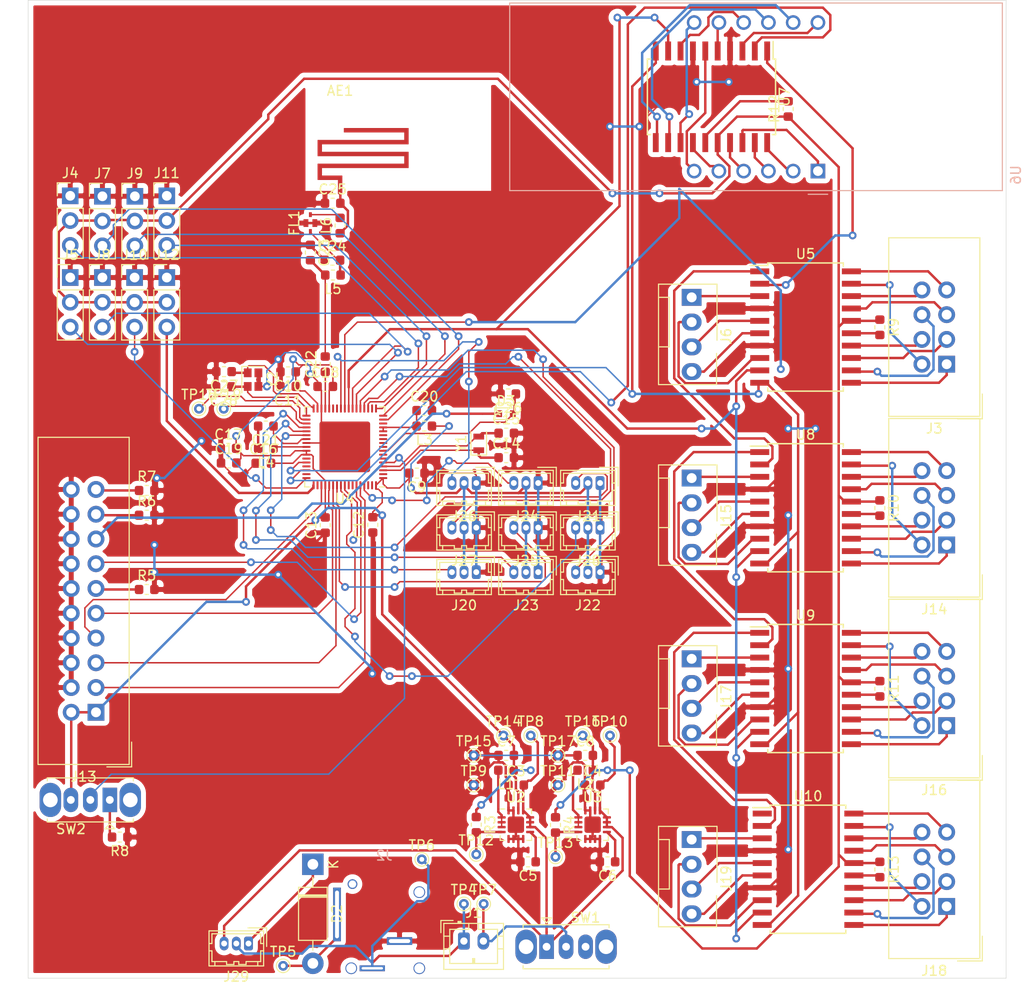
<source format=kicad_pcb>
(kicad_pcb (version 20171130) (host pcbnew "(5.1.0-0)")
  (layers (0 F.Cu signal) (31 B.Cu signal) (34 B.Paste user) (35 F.Paste user) (36 B.SilkS user) (37 F.SilkS user) (38 B.Mask user) (39 F.Mask user) (44 Edge.Cuts user))
  (net 0 "")
  (net 1 GND)
  (net 2 "Net-(C5-Pad1)")
  (net 3 "Net-(C6-Pad1)")
  (net 4 +3V3)
  (net 5 +5V)
  (net 6 "Net-(C14-Pad1)")
  (net 7 "Net-(C15-Pad1)")
  (net 8 "Net-(C20-Pad1)")
  (net 9 "Net-(C21-Pad1)")
  (net 10 "Net-(C21-Pad2)")
  (net 11 "Net-(C22-Pad1)")
  (net 12 "Net-(C22-Pad2)")
  (net 13 "Net-(C24-Pad2)")
  (net 14 "Net-(AE1-Pad1)")
  (net 15 "Net-(C26-Pad1)")
  (net 16 "Net-(D2-Pad2)")
  (net 17 nSRST)
  (net 18 "Net-(J1-Pad2)")
  (net 19 /STM32/PWM1_TM2)
  (net 20 /STM32/PWM1_TM1)
  (net 21 /STM32/PWM2_TM2)
  (net 22 /STM32/PWM2_TM1)
  (net 23 /STM32/PWM3_TM2)
  (net 24 /STM32/PWM3_TM1)
  (net 25 /STM32/PWM4_TM2)
  (net 26 nJTRST)
  (net 27 JTDI)
  (net 28 JTCK)
  (net 29 "Net-(J13-Pad11)")
  (net 30 JTDO)
  (net 31 "Net-(J13-Pad17)")
  (net 32 "Net-(J13-Pad19)")
  (net 33 "Net-(L1-Pad2)")
  (net 34 "Net-(L2-Pad2)")
  (net 35 "Net-(L4-Pad1)")
  (net 36 "Net-(FL1-Pad3)")
  (net 37 "Net-(R3-Pad2)")
  (net 38 "Net-(R4-Pad2)")
  (net 39 "Net-(R8-Pad2)")
  (net 40 "Net-(R11-Pad2)")
  (net 41 "Net-(SW1-Pad3)")
  (net 42 "Net-(SW2-Pad2)")
  (net 43 "Net-(TP18-Pad1)")
  (net 44 "Net-(TP19-Pad1)")
  (net 45 /STM32/IN0)
  (net 46 /STM32/IN1)
  (net 47 /STM32/IN2)
  (net 48 /STM32/IN3)
  (net 49 /STM32/IN4)
  (net 50 "Net-(U4-Pad19)")
  (net 51 /STM32/GPIO0_2)
  (net 52 /STM32/GPIO1_2)
  (net 53 /STM32/TX1)
  (net 54 /STM32/RX1)
  (net 55 "Net-(U4-Pad46)")
  (net 56 /STM32/GPIO2_2)
  (net 57 "Net-(U4-Pad53)")
  (net 58 "Net-(U4-Pad61)")
  (net 59 "Net-(U4-Pad62)")
  (net 60 "Net-(C27-Pad1)")
  (net 61 "Net-(C28-Pad1)")
  (net 62 "Net-(R12-Pad2)")
  (net 63 /STM32/SCK)
  (net 64 /STM32/MISO)
  (net 65 /STM32/MOSI)
  (net 66 /STM32/PWM4_TM1)
  (net 67 /Connectors.sch/SEGE_1)
  (net 68 /Connectors.sch/SEGD_1)
  (net 69 /Connectors.sch/SEGF_1)
  (net 70 /Connectors.sch/SEGC_1)
  (net 71 /Connectors.sch/SEGG_1)
  (net 72 /Connectors.sch/SEGB_1)
  (net 73 /Sensors/SEGDP_1)
  (net 74 /Connectors.sch/SEGA_1)
  (net 75 /Connectors.sch/DIG0_1)
  (net 76 /Connectors.sch/DIG1_1)
  (net 77 /Connectors.sch/DIG2_1)
  (net 78 /Connectors.sch/DIG3_1)
  (net 79 /Connectors.sch/SEGA_2)
  (net 80 /Sensors/SEGDP_2)
  (net 81 /Connectors.sch/SEGB_2)
  (net 82 /Connectors.sch/SEGG_2)
  (net 83 /Connectors.sch/SEGC_2)
  (net 84 /Connectors.sch/SEGF_2)
  (net 85 /Connectors.sch/SEGD_2)
  (net 86 /Connectors.sch/SEGE_2)
  (net 87 /Connectors.sch/DIG0_2)
  (net 88 /Connectors.sch/DIG1_2)
  (net 89 /Connectors.sch/DIG2_2)
  (net 90 /Connectors.sch/DIG3_2)
  (net 91 /Connectors.sch/SEGE_3)
  (net 92 /Connectors.sch/SEGD_3)
  (net 93 /Connectors.sch/SEGF_3)
  (net 94 /Connectors.sch/SEGC_3)
  (net 95 /Connectors.sch/SEGG_3)
  (net 96 /Connectors.sch/SEGB_3)
  (net 97 /Sensors/SEGDP_3)
  (net 98 /Connectors.sch/SEGA_3)
  (net 99 /Connectors.sch/DIG3_3)
  (net 100 /Connectors.sch/DIG2_3)
  (net 101 /Connectors.sch/DIG1_3)
  (net 102 /Connectors.sch/DIG0_3)
  (net 103 "Net-(R9-Pad2)")
  (net 104 "Net-(R10-Pad2)")
  (net 105 "Net-(R13-Pad2)")
  (net 106 /STM32/SCL1)
  (net 107 /STM32/SDA1)
  (net 108 "Net-(U5-Pad2)")
  (net 109 "Net-(U5-Pad1)")
  (net 110 "Net-(U8-Pad1)")
  (net 111 "Net-(U10-Pad2)")
  (net 112 "Net-(U10-Pad1)")
  (net 113 /Connectors.sch/SEGA_0)
  (net 114 /Sensors/SEGDP_0)
  (net 115 /Connectors.sch/SEGB_0)
  (net 116 /Connectors.sch/SEGG_0)
  (net 117 /Connectors.sch/SEGC_0)
  (net 118 /Connectors.sch/SEGF_0)
  (net 119 /Connectors.sch/SEGD_0)
  (net 120 /Connectors.sch/SEGE_0)
  (net 121 SEGE)
  (net 122 SEGD)
  (net 123 SEGDP)
  (net 124 SEGC)
  (net 125 SEGG)
  (net 126 SEGB)
  (net 127 SEGF)
  (net 128 SEGA)
  (net 129 DIG0)
  (net 130 DIG2)
  (net 131 DIG3)
  (net 132 DIG1)
  (net 133 /Connectors.sch/DIG3_0)
  (net 134 /Connectors.sch/DIG2_0)
  (net 135 /Connectors.sch/DIG1_0)
  (net 136 /Connectors.sch/DIG0_0)
  (net 137 JTMS)
  (net 138 /STM32/GPIO_EXT0)
  (net 139 /STM32/GPIO_EXT6)
  (net 140 /STM32/GPIO_EXT11)
  (net 141 /STM32/GPIO_EXT1)
  (net 142 /STM32/GPIO_EXT7)
  (net 143 /STM32/GPIO_EXT12)
  (net 144 /STM32/GPIO_EXT2)
  (net 145 /STM32/GPIO_EXT10)
  (net 146 /STM32/GPIO_EXT13)
  (net 147 /STM32/LPRX1)
  (net 148 /STM32/LPTX1)
  (net 149 /STM32/GPIO_EXT4)
  (net 150 /STM32/GPIO_EXT5)
  (net 151 /Connectors.sch/BAT+)
  (net 152 /Connectors.sch/12V)
  (net 153 /Connectors.sch/BAT-)
  (module Package_SO:SOIC-20W_7.5x12.8mm_P1.27mm (layer F.Cu) (at 203.454 48.006 270)
    (fp_text reference U7 (at 0 -7.5 270) (layer F.SilkS))
    (fp_text value AS1105WL-T)
    (pad 1 smd rect (at -4.7 -5.715 270) (size 1.95 0.6) (layers F.Cu F.Paste F.Mask) (net 108 "Net-(U5-Pad2)"))
    (pad 2 smd rect (at -4.7 -4.445 270) (size 1.95 0.6) (layers F.Cu F.Paste F.Mask) (net 65 /STM32/MOSI))
    (pad 3 smd rect (at -4.7 -3.175 270) (size 1.95 0.6) (layers F.Cu F.Paste F.Mask) (net 129 DIG0))
    (pad 4 smd rect (at -4.7 -1.905 270) (size 1.95 0.6) (layers F.Cu F.Paste F.Mask) (net 1 GND))
    (pad 5 smd rect (at -4.7 -0.635 270) (size 1.95 0.6) (layers F.Cu F.Paste F.Mask) (net 130 DIG2))
    (pad 6 smd rect (at -4.7 0.635 270) (size 1.95 0.6) (layers F.Cu F.Paste F.Mask) (net 131 DIG3))
    (pad 7 smd rect (at -4.7 1.905 270) (size 1.95 0.6) (layers F.Cu F.Paste F.Mask) (net 1 GND))
    (pad 8 smd rect (at -4.7 3.175 270) (size 1.95 0.6) (layers F.Cu F.Paste F.Mask) (net 132 DIG1))
    (pad 9 smd rect (at -4.7 4.445 270) (size 1.95 0.6) (layers F.Cu F.Paste F.Mask) (net 51 /STM32/GPIO0_2))
    (pad 10 smd rect (at -4.7 5.715 270) (size 1.95 0.6) (layers F.Cu F.Paste F.Mask) (net 63 /STM32/SCK))
    (pad 11 smd rect (at 4.7 5.715 270) (size 1.95 0.6) (layers F.Cu F.Paste F.Mask) (net 128 SEGA))
    (pad 12 smd rect (at 4.7 4.445 270) (size 1.95 0.6) (layers F.Cu F.Paste F.Mask) (net 127 SEGF))
    (pad 13 smd rect (at 4.7 3.175 270) (size 1.95 0.6) (layers F.Cu F.Paste F.Mask) (net 126 SEGB))
    (pad 14 smd rect (at 4.7 1.905 270) (size 1.95 0.6) (layers F.Cu F.Paste F.Mask) (net 125 SEGG))
    (pad 15 smd rect (at 4.7 0.635 270) (size 1.95 0.6) (layers F.Cu F.Paste F.Mask) (net 62 "Net-(R12-Pad2)"))
    (pad 16 smd rect (at 4.7 -0.635 270) (size 1.95 0.6) (layers F.Cu F.Paste F.Mask) (net 5 +5V))
    (pad 17 smd rect (at 4.7 -1.905 270) (size 1.95 0.6) (layers F.Cu F.Paste F.Mask) (net 124 SEGC))
    (pad 18 smd rect (at 4.7 -3.175 270) (size 1.95 0.6) (layers F.Cu F.Paste F.Mask) (net 121 SEGE))
    (pad 19 smd rect (at 4.7 -4.445 270) (size 1.95 0.6) (layers F.Cu F.Paste F.Mask) (net 123 SEGDP))
    (pad 20 smd rect (at 4.7 -5.715 270) (size 1.95 0.6) (layers F.Cu F.Paste F.Mask) (net 122 SEGD))
  )
  (module Connector_Hirose:Hirose_DF13-03P-1.25DSA_1x03_P1.25mm_Vertical (layer F.Cu) (at 155.956 134.874 180)
    (fp_text reference J29 (at 1.25 -3.4 180) (layer F.SilkS))
    (fp_text value Conn_01x03_Male)
    (pad 1 thru_hole roundrect (at 0 0 180) (size 0.9 1.4) (drill 0.6) (layers *.Cu *.Mask) (net 152 /Connectors.sch/12V))
    (pad 2 thru_hole oval (at 1.25 0 180) (size 0.9 1.4) (drill 0.6) (layers *.Cu *.Mask) (net 153 /Connectors.sch/BAT-))
    (pad 3 thru_hole oval (at 2.5 0 180) (size 0.9 1.4) (drill 0.6) (layers *.Cu *.Mask) (net 151 /Connectors.sch/BAT+))
  )
  (module Capacitor_SMD:C_0603_1608Metric (layer F.Cu) (at 157.734 81.788 180)
    (fp_text reference C21 (at 0 -1.43 180) (layer F.SilkS))
    (fp_text value 4.7uF)
    (pad 1 smd roundrect (at -0.7875 0 180) (size 0.875 0.95) (layers F.Cu F.Paste F.Mask) (net 9 "Net-(C21-Pad1)"))
    (pad 2 smd roundrect (at 0.7875 0 180) (size 0.875 0.95) (layers F.Cu F.Paste F.Mask) (net 10 "Net-(C21-Pad2)"))
  )
  (module Capacitor_SMD:C_0603_1608Metric (layer F.Cu) (at 163.83 75.438 90)
    (fp_text reference C22 (at 0 -1.43 90) (layer F.SilkS))
    (fp_text value 10nF)
    (pad 2 smd roundrect (at 0.7875 0 90) (size 0.875 0.95) (layers F.Cu F.Paste F.Mask) (net 12 "Net-(C22-Pad2)"))
    (pad 1 smd roundrect (at -0.7875 0 90) (size 0.875 0.95) (layers F.Cu F.Paste F.Mask) (net 11 "Net-(C22-Pad1)"))
  )
  (module Capacitor_SMD:C_0603_1608Metric (layer F.Cu) (at 153.924 85.5725)
    (fp_text reference C19 (at 0 -1.43) (layer F.SilkS))
    (fp_text value 100nF)
    (pad 2 smd roundrect (at 0.7875 0) (size 0.875 0.95) (layers F.Cu F.Paste F.Mask) (net 4 +3V3))
    (pad 1 smd roundrect (at -0.7875 0) (size 0.875 0.95) (layers F.Cu F.Paste F.Mask) (net 1 GND))
  )
  (module Capacitor_SMD:C_0603_1608Metric (layer F.Cu) (at 173.228 86.614 180)
    (fp_text reference C9 (at 0 -1.43 180) (layer F.SilkS))
    (fp_text value 100nF)
    (pad 1 smd roundrect (at -0.7875 0 180) (size 0.875 0.95) (layers F.Cu F.Paste F.Mask) (net 1 GND))
    (pad 2 smd roundrect (at 0.7875 0 180) (size 0.875 0.95) (layers F.Cu F.Paste F.Mask) (net 4 +3V3))
  )
  (module Crystal:Crystal_SMD_2016-4Pin_2.0x1.6mm (layer F.Cu) (at 156.422 77.024 270)
    (fp_text reference Y2 (at 0 -2 270) (layer F.SilkS))
    (fp_text value NX3225SA-32MHz)
    (pad 1 smd rect (at -0.7 0.55 270) (size 0.9 0.8) (layers F.Cu F.Paste F.Mask) (net 60 "Net-(C27-Pad1)"))
    (pad 2 smd rect (at 0.7 0.55 270) (size 0.9 0.8) (layers F.Cu F.Paste F.Mask) (net 61 "Net-(C28-Pad1)"))
    (pad 3 smd rect (at 0.7 -0.55 270) (size 0.9 0.8) (layers F.Cu F.Paste F.Mask) (net 1 GND))
    (pad 4 smd rect (at -0.7 -0.55 270) (size 0.9 0.8) (layers F.Cu F.Paste F.Mask) (net 1 GND))
  )
  (module ody-box:STM32-Antenna (layer F.Cu) (at 165.354 57.0484)
    (fp_text reference AE1 (at 0 -9.66) (layer F.SilkS))
    (fp_text value Antenna)
    (fp_poly (pts (xy -0.2032 0.9144) (xy -0.2032 -0.5334) (xy -2.286 -0.5334) (xy -2.286 -2.159) (xy 6.604 -2.159) (xy 6.604 -2.9718) (xy -2.286 -2.9718) (xy -2.286 -4.5974) (xy 6.604 -4.5974) (xy 6.604 -5.4102) (xy 0.4064 -5.4102) (xy 0.4064 -5.8166) (xy 7.0104 -5.8166) (xy 7.0104 -4.191) (xy -1.8796 -4.191) (xy -1.8796 -3.3782) (xy 7.0104 -3.3782) (xy 7.0104 -1.7526) (xy -1.8796 -1.7526) (xy -1.8796 -0.9398) (xy 0.2032 -0.9398) (xy 0.2032 0.9144)) (layer F.Cu) (width 0.05))
    (pad 1 smd rect (at 0 0.7366 90) (size 0.4 0.4) (layers F.Cu F.Paste F.Mask) (net 14 "Net-(AE1-Pad1)"))
  )
  (module Capacitor_SMD:C_0603_1608Metric (layer F.Cu) (at 183.4135 118.618)
    (fp_text reference C3 (at 0 -1.43) (layer F.SilkS))
    (fp_text value 10uF)
    (pad 2 smd roundrect (at 0.7875 0) (size 0.875 0.95) (layers F.Cu F.Paste F.Mask) (net 151 /Connectors.sch/BAT+))
    (pad 1 smd roundrect (at -0.7875 0) (size 0.875 0.95) (layers F.Cu F.Paste F.Mask) (net 1 GND))
  )
  (module Capacitor_SMD:C_0603_1608Metric (layer F.Cu) (at 191.262 118.618)
    (fp_text reference C4 (at 0 -1.43) (layer F.SilkS))
    (fp_text value 10uF)
    (pad 2 smd roundrect (at 0.7875 0) (size 0.875 0.95) (layers F.Cu F.Paste F.Mask) (net 151 /Connectors.sch/BAT+))
    (pad 1 smd roundrect (at -0.7875 0) (size 0.875 0.95) (layers F.Cu F.Paste F.Mask) (net 1 GND))
  )
  (module Capacitor_SMD:C_0603_1608Metric (layer F.Cu) (at 184.6325 126.492 180)
    (fp_text reference C5 (at 0 -1.43 180) (layer F.SilkS))
    (fp_text value 3.3nF)
    (pad 1 smd roundrect (at -0.7875 0 180) (size 0.875 0.95) (layers F.Cu F.Paste F.Mask) (net 2 "Net-(C5-Pad1)"))
    (pad 2 smd roundrect (at 0.7875 0 180) (size 0.875 0.95) (layers F.Cu F.Paste F.Mask) (net 1 GND))
  )
  (module Capacitor_SMD:C_0603_1608Metric (layer F.Cu) (at 192.786 126.492 180)
    (fp_text reference C6 (at 0 -1.43 180) (layer F.SilkS))
    (fp_text value 3.3nF)
    (pad 1 smd roundrect (at -0.7875 0 180) (size 0.875 0.95) (layers F.Cu F.Paste F.Mask) (net 3 "Net-(C6-Pad1)"))
    (pad 2 smd roundrect (at 0.7875 0 180) (size 0.875 0.95) (layers F.Cu F.Paste F.Mask) (net 1 GND))
  )
  (module Capacitor_SMD:C_0603_1608Metric (layer F.Cu) (at 182.3975 115.57)
    (fp_text reference C7 (at 0 -1.43) (layer F.SilkS))
    (fp_text value 22uF)
    (pad 2 smd roundrect (at 0.7875 0) (size 0.875 0.95) (layers F.Cu F.Paste F.Mask) (net 4 +3V3))
    (pad 1 smd roundrect (at -0.7875 0) (size 0.875 0.95) (layers F.Cu F.Paste F.Mask) (net 1 GND))
  )
  (module Capacitor_SMD:C_0603_1608Metric (layer F.Cu) (at 190.5 115.57)
    (fp_text reference C8 (at 0 -1.43) (layer F.SilkS))
    (fp_text value 22uF)
    (pad 2 smd roundrect (at 0.7875 0) (size 0.875 0.95) (layers F.Cu F.Paste F.Mask) (net 5 +5V))
    (pad 1 smd roundrect (at -0.7875 0) (size 0.875 0.95) (layers F.Cu F.Paste F.Mask) (net 1 GND))
  )
  (module Capacitor_SMD:C_0603_1608Metric (layer F.Cu) (at 160.02 76.2255 180)
    (fp_text reference C10 (at 0 -1.43 180) (layer F.SilkS))
    (fp_text value 100nF)
    (pad 2 smd roundrect (at 0.7875 0 180) (size 0.875 0.95) (layers F.Cu F.Paste F.Mask) (net 1 GND))
    (pad 1 smd roundrect (at -0.7875 0 180) (size 0.875 0.95) (layers F.Cu F.Paste F.Mask) (net 4 +3V3))
  )
  (module Capacitor_SMD:C_0603_1608Metric (layer F.Cu) (at 160.02 77.724 180)
    (fp_text reference C11 (at 0 -1.43 180) (layer F.SilkS))
    (fp_text value 100pF)
    (pad 1 smd roundrect (at -0.7875 0 180) (size 0.875 0.95) (layers F.Cu F.Paste F.Mask) (net 4 +3V3))
    (pad 2 smd roundrect (at 0.7875 0 180) (size 0.875 0.95) (layers F.Cu F.Paste F.Mask) (net 1 GND))
  )
  (module Capacitor_SMD:C_0603_1608Metric (layer F.Cu) (at 168.7068 91.9225 90)
    (fp_text reference C12 (at 0 -1.43 90) (layer F.SilkS))
    (fp_text value 100nF)
    (pad 2 smd roundrect (at 0.7875 0 90) (size 0.875 0.95) (layers F.Cu F.Paste F.Mask) (net 4 +3V3))
    (pad 1 smd roundrect (at -0.7875 0 90) (size 0.875 0.95) (layers F.Cu F.Paste F.Mask) (net 1 GND))
  )
  (module Capacitor_SMD:C_0603_1608Metric (layer F.Cu) (at 163.83 91.948 90)
    (fp_text reference C13 (at 0 -1.43 90) (layer F.SilkS))
    (fp_text value 100nF)
    (pad 2 smd roundrect (at 0.7875 0 90) (size 0.875 0.95) (layers F.Cu F.Paste F.Mask) (net 4 +3V3))
    (pad 1 smd roundrect (at -0.7875 0 90) (size 0.875 0.95) (layers F.Cu F.Paste F.Mask) (net 1 GND))
  )
  (module Capacitor_SMD:C_0603_1608Metric (layer F.Cu) (at 182.405001 85.028001)
    (fp_text reference C14 (at 0 -1.43) (layer F.SilkS))
    (fp_text value 10pF)
    (pad 1 smd roundrect (at -0.7875 0) (size 0.875 0.95) (layers F.Cu F.Paste F.Mask) (net 6 "Net-(C14-Pad1)"))
    (pad 2 smd roundrect (at 0.7875 0) (size 0.875 0.95) (layers F.Cu F.Paste F.Mask) (net 1 GND))
  )
  (module Capacitor_SMD:C_0603_1608Metric (layer F.Cu) (at 182.405001 82.518001)
    (fp_text reference C15 (at 0 -1.43) (layer F.SilkS))
    (fp_text value 10pF)
    (pad 2 smd roundrect (at 0.7875 0) (size 0.875 0.95) (layers F.Cu F.Paste F.Mask) (net 1 GND))
    (pad 1 smd roundrect (at -0.7875 0) (size 0.875 0.95) (layers F.Cu F.Paste F.Mask) (net 7 "Net-(C15-Pad1)"))
  )
  (module Capacitor_SMD:C_0603_1608Metric (layer F.Cu) (at 157.48 85.598)
    (fp_text reference C16 (at 0 -1.43) (layer F.SilkS))
    (fp_text value 100nF)
    (pad 1 smd roundrect (at -0.7875 0) (size 0.875 0.95) (layers F.Cu F.Paste F.Mask) (net 1 GND))
    (pad 2 smd roundrect (at 0.7875 0) (size 0.875 0.95) (layers F.Cu F.Paste F.Mask) (net 4 +3V3))
  )
  (module Capacitor_SMD:C_0603_1608Metric (layer F.Cu) (at 153.8985 84.074)
    (fp_text reference C17 (at 0 -1.43) (layer F.SilkS))
    (fp_text value 4.7uF)
    (pad 1 smd roundrect (at -0.7875 0) (size 0.875 0.95) (layers F.Cu F.Paste F.Mask) (net 1 GND))
    (pad 2 smd roundrect (at 0.7875 0) (size 0.875 0.95) (layers F.Cu F.Paste F.Mask) (net 4 +3V3))
  )
  (module Capacitor_SMD:C_0603_1608Metric (layer F.Cu) (at 163.83 77.724)
    (fp_text reference C18 (at 0 -1.43) (layer F.SilkS))
    (fp_text value 100nF)
    (pad 2 smd roundrect (at 0.7875 0) (size 0.875 0.95) (layers F.Cu F.Paste F.Mask) (net 4 +3V3))
    (pad 1 smd roundrect (at -0.7875 0) (size 0.875 0.95) (layers F.Cu F.Paste F.Mask) (net 1 GND))
  )
  (module Capacitor_SMD:C_0603_1608Metric (layer F.Cu) (at 173.9899 80.1878)
    (fp_text reference C20 (at 0 -1.43) (layer F.SilkS))
    (fp_text value 100nF)
    (pad 1 smd roundrect (at -0.7875 0) (size 0.875 0.95) (layers F.Cu F.Paste F.Mask) (net 8 "Net-(C20-Pad1)"))
    (pad 2 smd roundrect (at 0.7875 0) (size 0.875 0.95) (layers F.Cu F.Paste F.Mask) (net 1 GND))
  )
  (module Capacitor_SMD:C_0603_1608Metric (layer F.Cu) (at 162.306 63.9825 270)
    (fp_text reference C23 (at 0 -1.43 270) (layer F.SilkS))
    (fp_text value 0.8pF)
    (pad 2 smd roundrect (at 0.7875 0 270) (size 0.875 0.95) (layers F.Cu F.Paste F.Mask) (net 12 "Net-(C22-Pad2)"))
    (pad 1 smd roundrect (at -0.7875 0 270) (size 0.875 0.95) (layers F.Cu F.Paste F.Mask) (net 1 GND))
  )
  (module Capacitor_SMD:C_0603_1608Metric (layer F.Cu) (at 164.5665 64.77)
    (fp_text reference C24 (at 0 -1.43) (layer F.SilkS))
    (fp_text value 0.3pF)
    (pad 1 smd roundrect (at -0.7875 0) (size 0.875 0.95) (layers F.Cu F.Paste F.Mask) (net 1 GND))
    (pad 2 smd roundrect (at 0.7875 0) (size 0.875 0.95) (layers F.Cu F.Paste F.Mask) (net 13 "Net-(C24-Pad2)"))
  )
  (module Capacitor_SMD:C_0603_1608Metric (layer F.Cu) (at 164.592 58.928)
    (fp_text reference C25 (at 0 -1.43) (layer F.SilkS))
    (fp_text value 1.2pF)
    (pad 1 smd roundrect (at -0.7875 0) (size 0.875 0.95) (layers F.Cu F.Paste F.Mask) (net 1 GND))
    (pad 2 smd roundrect (at 0.7875 0) (size 0.875 0.95) (layers F.Cu F.Paste F.Mask) (net 14 "Net-(AE1-Pad1)"))
  )
  (module Capacitor_SMD:C_0603_1608Metric (layer F.Cu) (at 182.6005 78.486 180)
    (fp_text reference C26 (at 0 -1.43 180) (layer F.SilkS))
    (fp_text value 100nF)
    (pad 1 smd roundrect (at -0.7875 0 180) (size 0.875 0.95) (layers F.Cu F.Paste F.Mask) (net 15 "Net-(C26-Pad1)"))
    (pad 2 smd roundrect (at 0.7875 0 180) (size 0.875 0.95) (layers F.Cu F.Paste F.Mask) (net 1 GND))
  )
  (module Capacitor_SMD:C_0603_1608Metric (layer F.Cu) (at 153.4415 76.2 180)
    (fp_text reference C27 (at 0 -1.43 180) (layer F.SilkS))
    (fp_text value 20pF)
    (pad 1 smd roundrect (at -0.7875 0 180) (size 0.875 0.95) (layers F.Cu F.Paste F.Mask) (net 60 "Net-(C27-Pad1)"))
    (pad 2 smd roundrect (at 0.7875 0 180) (size 0.875 0.95) (layers F.Cu F.Paste F.Mask) (net 1 GND))
  )
  (module Capacitor_SMD:C_0603_1608Metric (layer F.Cu) (at 153.416 77.7495 180)
    (fp_text reference C28 (at 0 -1.43 180) (layer F.SilkS))
    (fp_text value 20pF)
    (pad 2 smd roundrect (at 0.7875 0 180) (size 0.875 0.95) (layers F.Cu F.Paste F.Mask) (net 1 GND))
    (pad 1 smd roundrect (at -0.7875 0 180) (size 0.875 0.95) (layers F.Cu F.Paste F.Mask) (net 61 "Net-(C28-Pad1)"))
  )
  (module Diode_THT:D_DO-41_SOD81_P10.16mm_Horizontal (layer F.Cu) (at 162.56 126.746 270)
    (fp_text reference D2 (at 5.08 -2.47 270) (layer F.SilkS))
    (fp_text value 1N4007)
    (fp_text user K (at 0 -2.1 270) (layer F.SilkS))
    (pad 1 thru_hole rect (at 0 0 270) (size 2.2 2.2) (drill 1.1) (layers *.Cu *.Mask) (net 152 /Connectors.sch/12V))
    (pad 2 thru_hole oval (at 10.16 0 270) (size 2.2 2.2) (drill 1.1) (layers *.Cu *.Mask) (net 16 "Net-(D2-Pad2)"))
  )
  (module Connector_IDC:IDC-Header_2x10_P2.54mm_Vertical (layer F.Cu) (at 140.3096 111.1504 180)
    (fp_text reference J13 (at 1.27 -6.604 180) (layer F.SilkS))
    (fp_text value Conn_02x10_Odd_Even)
    (pad 1 thru_hole rect (at 0 0 180) (size 1.7272 1.7272) (drill 1.016) (layers *.Cu *.Mask) (net 4 +3V3))
    (pad 2 thru_hole oval (at 2.54 0 180) (size 1.7272 1.7272) (drill 1.016) (layers *.Cu *.Mask) (net 4 +3V3))
    (pad 3 thru_hole oval (at 0 2.54 180) (size 1.7272 1.7272) (drill 1.016) (layers *.Cu *.Mask) (net 26 nJTRST))
    (pad 4 thru_hole oval (at 2.54 2.54 180) (size 1.7272 1.7272) (drill 1.016) (layers *.Cu *.Mask) (net 1 GND))
    (pad 5 thru_hole oval (at 0 5.08 180) (size 1.7272 1.7272) (drill 1.016) (layers *.Cu *.Mask) (net 27 JTDI))
    (pad 6 thru_hole oval (at 2.54 5.08 180) (size 1.7272 1.7272) (drill 1.016) (layers *.Cu *.Mask) (net 1 GND))
    (pad 7 thru_hole oval (at 0 7.62 180) (size 1.7272 1.7272) (drill 1.016) (layers *.Cu *.Mask) (net 137 JTMS))
    (pad 8 thru_hole oval (at 2.54 7.62 180) (size 1.7272 1.7272) (drill 1.016) (layers *.Cu *.Mask) (net 1 GND))
    (pad 9 thru_hole oval (at 0 10.16 180) (size 1.7272 1.7272) (drill 1.016) (layers *.Cu *.Mask) (net 28 JTCK))
    (pad 10 thru_hole oval (at 2.54 10.16 180) (size 1.7272 1.7272) (drill 1.016) (layers *.Cu *.Mask) (net 1 GND))
    (pad 11 thru_hole oval (at 0 12.7 180) (size 1.7272 1.7272) (drill 1.016) (layers *.Cu *.Mask) (net 29 "Net-(J13-Pad11)"))
    (pad 12 thru_hole oval (at 2.54 12.7 180) (size 1.7272 1.7272) (drill 1.016) (layers *.Cu *.Mask) (net 1 GND))
    (pad 13 thru_hole oval (at 0 15.24 180) (size 1.7272 1.7272) (drill 1.016) (layers *.Cu *.Mask) (net 30 JTDO))
    (pad 14 thru_hole oval (at 2.54 15.24 180) (size 1.7272 1.7272) (drill 1.016) (layers *.Cu *.Mask) (net 1 GND))
    (pad 15 thru_hole oval (at 0 17.78 180) (size 1.7272 1.7272) (drill 1.016) (layers *.Cu *.Mask) (net 17 nSRST))
    (pad 16 thru_hole oval (at 2.54 17.78 180) (size 1.7272 1.7272) (drill 1.016) (layers *.Cu *.Mask) (net 1 GND))
    (pad 17 thru_hole oval (at 0 20.32 180) (size 1.7272 1.7272) (drill 1.016) (layers *.Cu *.Mask) (net 31 "Net-(J13-Pad17)"))
    (pad 18 thru_hole oval (at 2.54 20.32 180) (size 1.7272 1.7272) (drill 1.016) (layers *.Cu *.Mask) (net 1 GND))
    (pad 19 thru_hole oval (at 0 22.86 180) (size 1.7272 1.7272) (drill 1.016) (layers *.Cu *.Mask) (net 32 "Net-(J13-Pad19)"))
    (pad 20 thru_hole oval (at 2.54 22.86 180) (size 1.7272 1.7272) (drill 1.016) (layers *.Cu *.Mask) (net 1 GND))
  )
  (module Inductor_SMD:L_0603_1608Metric (layer F.Cu) (at 182.372 117.094 180)
    (fp_text reference L1 (at 0 -1.43 180) (layer F.SilkS))
    (fp_text value 2.2uH)
    (pad 1 smd roundrect (at -0.7875 0 180) (size 0.875 0.95) (layers F.Cu F.Paste F.Mask) (net 4 +3V3))
    (pad 2 smd roundrect (at 0.7875 0 180) (size 0.875 0.95) (layers F.Cu F.Paste F.Mask) (net 33 "Net-(L1-Pad2)"))
  )
  (module Inductor_SMD:L_0603_1608Metric (layer F.Cu) (at 190.5 117.094 180)
    (fp_text reference L2 (at 0 -1.43 180) (layer F.SilkS))
    (fp_text value 2.2uH)
    (pad 1 smd roundrect (at -0.7875 0 180) (size 0.875 0.95) (layers F.Cu F.Paste F.Mask) (net 5 +5V))
    (pad 2 smd roundrect (at 0.7875 0 180) (size 0.875 0.95) (layers F.Cu F.Paste F.Mask) (net 34 "Net-(L2-Pad2)"))
  )
  (module Inductor_SMD:L_0603_1608Metric (layer F.Cu) (at 173.99 81.788 180)
    (fp_text reference L3 (at 0 -1.43 180) (layer F.SilkS))
    (fp_text value KMZ1608)
    (pad 1 smd roundrect (at -0.7875 0 180) (size 0.875 0.95) (layers F.Cu F.Paste F.Mask) (net 4 +3V3))
    (pad 2 smd roundrect (at 0.7875 0 180) (size 0.875 0.95) (layers F.Cu F.Paste F.Mask) (net 8 "Net-(C20-Pad1)"))
  )
  (module Inductor_SMD:L_0603_1608Metric (layer F.Cu) (at 157.734 84.074 180)
    (fp_text reference L4 (at 0 -1.43 180) (layer F.SilkS))
    (fp_text value 10uH)
    (pad 2 smd roundrect (at 0.7875 0 180) (size 0.875 0.95) (layers F.Cu F.Paste F.Mask) (net 10 "Net-(C21-Pad2)"))
    (pad 1 smd roundrect (at -0.7875 0 180) (size 0.875 0.95) (layers F.Cu F.Paste F.Mask) (net 35 "Net-(L4-Pad1)"))
  )
  (module Inductor_SMD:L_0603_1608Metric (layer F.Cu) (at 164.6175 66.294 180)
    (fp_text reference L5 (at 0 -1.43 180) (layer F.SilkS))
    (fp_text value 2.7nH)
    (pad 2 smd roundrect (at 0.7875 0 180) (size 0.875 0.95) (layers F.Cu F.Paste F.Mask) (net 12 "Net-(C22-Pad2)"))
    (pad 1 smd roundrect (at -0.7875 0 180) (size 0.875 0.95) (layers F.Cu F.Paste F.Mask) (net 13 "Net-(C24-Pad2)"))
  )
  (module Resistor_SMD:R_0603_1608Metric (layer F.Cu) (at 165.354 61.214 90)
    (fp_text reference L6 (at 0 -1.43 90) (layer F.SilkS))
    (fp_text value 3.6nH)
    (pad 1 smd roundrect (at -0.7875 0 90) (size 0.875 0.95) (layers F.Cu F.Paste F.Mask) (net 14 "Net-(AE1-Pad1)"))
    (pad 2 smd roundrect (at 0.7875 0 90) (size 0.875 0.95) (layers F.Cu F.Paste F.Mask) (net 36 "Net-(FL1-Pad3)"))
  )
  (module Resistor_SMD:R_0603_1608Metric (layer F.Cu) (at 179.324 122.682 270)
    (fp_text reference R3 (at 0 -1.43 270) (layer F.SilkS))
    (fp_text value 100k)
    (pad 1 smd roundrect (at -0.7875 0 270) (size 0.875 0.95) (layers F.Cu F.Paste F.Mask) (net 4 +3V3))
    (pad 2 smd roundrect (at 0.7875 0 270) (size 0.875 0.95) (layers F.Cu F.Paste F.Mask) (net 37 "Net-(R3-Pad2)"))
  )
  (module Resistor_SMD:R_0603_1608Metric (layer F.Cu) (at 187.452 122.7075 270)
    (fp_text reference R4 (at 0 -1.43 270) (layer F.SilkS))
    (fp_text value 100k)
    (pad 2 smd roundrect (at 0.7875 0 270) (size 0.875 0.95) (layers F.Cu F.Paste F.Mask) (net 38 "Net-(R4-Pad2)"))
    (pad 1 smd roundrect (at -0.7875 0 270) (size 0.875 0.95) (layers F.Cu F.Paste F.Mask) (net 5 +5V))
  )
  (module Resistor_SMD:R_0603_1608Metric (layer F.Cu) (at 145.5165 98.552)
    (fp_text reference R5 (at 0 -1.43) (layer F.SilkS))
    (fp_text value 10k)
    (pad 1 smd roundrect (at -0.7875 0) (size 0.875 0.95) (layers F.Cu F.Paste F.Mask) (net 29 "Net-(J13-Pad11)"))
    (pad 2 smd roundrect (at 0.7875 0) (size 0.875 0.95) (layers F.Cu F.Paste F.Mask) (net 1 GND))
  )
  (module Resistor_SMD:R_0603_1608Metric (layer F.Cu) (at 145.5165 90.932)
    (fp_text reference R6 (at 0 -1.43) (layer F.SilkS))
    (fp_text value 10k)
    (pad 2 smd roundrect (at 0.7875 0) (size 0.875 0.95) (layers F.Cu F.Paste F.Mask) (net 1 GND))
    (pad 1 smd roundrect (at -0.7875 0) (size 0.875 0.95) (layers F.Cu F.Paste F.Mask) (net 31 "Net-(J13-Pad17)"))
  )
  (module Resistor_SMD:R_0603_1608Metric (layer F.Cu) (at 145.5165 88.392)
    (fp_text reference R7 (at 0 -1.43) (layer F.SilkS))
    (fp_text value 10k)
    (pad 2 smd roundrect (at 0.7875 0) (size 0.875 0.95) (layers F.Cu F.Paste F.Mask) (net 1 GND))
    (pad 1 smd roundrect (at -0.7875 0) (size 0.875 0.95) (layers F.Cu F.Paste F.Mask) (net 32 "Net-(J13-Pad19)"))
  )
  (module Resistor_SMD:R_0603_1608Metric (layer F.Cu) (at 142.748 123.952 180)
    (fp_text reference R8 (at 0 -1.43 180) (layer F.SilkS))
    (fp_text value 10k)
    (pad 2 smd roundrect (at 0.7875 0 180) (size 0.875 0.95) (layers F.Cu F.Paste F.Mask) (net 39 "Net-(R8-Pad2)"))
    (pad 1 smd roundrect (at -0.7875 0 180) (size 0.875 0.95) (layers F.Cu F.Paste F.Mask) (net 1 GND))
  )
  (module Button_Switch_THT:SW_Slide_1P2T_CK_OS102011MS2Q (layer F.Cu) (at 186.5376 135.2042)
    (fp_text reference SW1 (at 3.99 -2.99) (layer F.SilkS))
    (fp_text value SW_SPDT)
    (pad "" thru_hole oval (at 6.1 0) (size 2.2 3.5) (drill 1.5) (layers *.Cu *.Mask))
    (pad "" thru_hole oval (at -2.1 0) (size 2.2 3.5) (drill 1.5) (layers *.Cu *.Mask))
    (pad 3 thru_hole oval (at 4 0) (size 1.5 2.5) (drill 0.8) (layers *.Cu *.Mask) (net 41 "Net-(SW1-Pad3)"))
    (pad 2 thru_hole oval (at 2 0) (size 1.5 2.5) (drill 0.8) (layers *.Cu *.Mask) (net 18 "Net-(J1-Pad2)"))
    (pad 1 thru_hole rect (at 0 0) (size 1.5 2.5) (drill 0.8) (layers *.Cu *.Mask) (net 151 /Connectors.sch/BAT+))
  )
  (module Crystal:Crystal_SMD_2012-2Pin_2.0x1.2mm (layer F.Cu) (at 179.578 83.566 90)
    (fp_text reference Y1 (at 0 -1.8 90) (layer F.SilkS))
    (fp_text value NX2012_32K768)
    (pad 1 smd rect (at -0.7 0 90) (size 0.6 1.1) (layers F.Cu F.Paste F.Mask) (net 6 "Net-(C14-Pad1)"))
    (pad 2 smd rect (at 0.7 0 90) (size 0.6 1.1) (layers F.Cu F.Paste F.Mask) (net 7 "Net-(C15-Pad1)"))
  )
  (module Package_DFN_QFN:VQFN-16-1EP_3x3mm_P0.5mm_EP1.68x1.68mm (layer F.Cu) (at 183.388 122.682)
    (fp_text reference U2 (at 0 -2.82) (layer F.SilkS))
    (fp_text value TPS62152)
    (pad 17 smd roundrect (at 0 0) (size 1.68 1.68) (layers F.Cu F.Mask) (roundrect_rratio 0.14881) (net 1 GND))
    (pad 1 smd roundrect (at -1.4625 -0.75) (size 0.825 0.25) (layers F.Cu F.Paste F.Mask) (net 33 "Net-(L1-Pad2)"))
    (pad 2 smd roundrect (at -1.4625 -0.25) (size 0.825 0.25) (layers F.Cu F.Paste F.Mask) (net 33 "Net-(L1-Pad2)"))
    (pad 3 smd roundrect (at -1.4625 0.25) (size 0.825 0.25) (layers F.Cu F.Paste F.Mask) (net 33 "Net-(L1-Pad2)"))
    (pad 4 smd roundrect (at -1.4625 0.75) (size 0.825 0.25) (layers F.Cu F.Paste F.Mask) (net 37 "Net-(R3-Pad2)"))
    (pad 5 smd roundrect (at -0.75 1.4625) (size 0.25 0.825) (layers F.Cu F.Paste F.Mask) (net 1 GND))
    (pad 6 smd roundrect (at -0.25 1.4625) (size 0.25 0.825) (layers F.Cu F.Paste F.Mask) (net 1 GND))
    (pad 7 smd roundrect (at 0.25 1.4625) (size 0.25 0.825) (layers F.Cu F.Paste F.Mask) (net 1 GND))
    (pad 8 smd roundrect (at 0.75 1.4625) (size 0.25 0.825) (layers F.Cu F.Paste F.Mask) (net 1 GND))
    (pad 9 smd roundrect (at 1.4625 0.75) (size 0.825 0.25) (layers F.Cu F.Paste F.Mask) (net 2 "Net-(C5-Pad1)"))
    (pad 10 smd roundrect (at 1.4625 0.25) (size 0.825 0.25) (layers F.Cu F.Paste F.Mask) (net 151 /Connectors.sch/BAT+))
    (pad 11 smd roundrect (at 1.4625 -0.25) (size 0.825 0.25) (layers F.Cu F.Paste F.Mask) (net 151 /Connectors.sch/BAT+))
    (pad 12 smd roundrect (at 1.4625 -0.75) (size 0.825 0.25) (layers F.Cu F.Paste F.Mask) (net 151 /Connectors.sch/BAT+))
    (pad 13 smd roundrect (at 0.75 -1.4625) (size 0.25 0.825) (layers F.Cu F.Paste F.Mask) (net 151 /Connectors.sch/BAT+))
    (pad 14 smd roundrect (at 0.25 -1.4625) (size 0.25 0.825) (layers F.Cu F.Paste F.Mask) (net 4 +3V3))
    (pad 15 smd roundrect (at -0.25 -1.4625) (size 0.25 0.825) (layers F.Cu F.Paste F.Mask) (net 1 GND))
    (pad 16 smd roundrect (at -0.75 -1.4625) (size 0.25 0.825) (layers F.Cu F.Paste F.Mask) (net 1 GND))
  )
  (module Package_DFN_QFN:VQFN-16-1EP_3x3mm_P0.5mm_EP1.68x1.68mm (layer F.Cu) (at 191.262 122.682)
    (fp_text reference U3 (at 0 -2.82) (layer F.SilkS))
    (fp_text value TPS62153)
    (pad 16 smd roundrect (at -0.75 -1.4625) (size 0.25 0.825) (layers F.Cu F.Paste F.Mask) (net 1 GND))
    (pad 15 smd roundrect (at -0.25 -1.4625) (size 0.25 0.825) (layers F.Cu F.Paste F.Mask) (net 1 GND))
    (pad 14 smd roundrect (at 0.25 -1.4625) (size 0.25 0.825) (layers F.Cu F.Paste F.Mask) (net 5 +5V))
    (pad 13 smd roundrect (at 0.75 -1.4625) (size 0.25 0.825) (layers F.Cu F.Paste F.Mask) (net 151 /Connectors.sch/BAT+))
    (pad 12 smd roundrect (at 1.4625 -0.75) (size 0.825 0.25) (layers F.Cu F.Paste F.Mask) (net 151 /Connectors.sch/BAT+))
    (pad 11 smd roundrect (at 1.4625 -0.25) (size 0.825 0.25) (layers F.Cu F.Paste F.Mask) (net 151 /Connectors.sch/BAT+))
    (pad 10 smd roundrect (at 1.4625 0.25) (size 0.825 0.25) (layers F.Cu F.Paste F.Mask) (net 151 /Connectors.sch/BAT+))
    (pad 9 smd roundrect (at 1.4625 0.75) (size 0.825 0.25) (layers F.Cu F.Paste F.Mask) (net 3 "Net-(C6-Pad1)"))
    (pad 8 smd roundrect (at 0.75 1.4625) (size 0.25 0.825) (layers F.Cu F.Paste F.Mask) (net 1 GND))
    (pad 7 smd roundrect (at 0.25 1.4625) (size 0.25 0.825) (layers F.Cu F.Paste F.Mask) (net 1 GND))
    (pad 6 smd roundrect (at -0.25 1.4625) (size 0.25 0.825) (layers F.Cu F.Paste F.Mask) (net 1 GND))
    (pad 5 smd roundrect (at -0.75 1.4625) (size 0.25 0.825) (layers F.Cu F.Paste F.Mask) (net 1 GND))
    (pad 4 smd roundrect (at -1.4625 0.75) (size 0.825 0.25) (layers F.Cu F.Paste F.Mask) (net 38 "Net-(R4-Pad2)"))
    (pad 3 smd roundrect (at -1.4625 0.25) (size 0.825 0.25) (layers F.Cu F.Paste F.Mask) (net 34 "Net-(L2-Pad2)"))
    (pad 2 smd roundrect (at -1.4625 -0.25) (size 0.825 0.25) (layers F.Cu F.Paste F.Mask) (net 34 "Net-(L2-Pad2)"))
    (pad 1 smd roundrect (at -1.4625 -0.75) (size 0.825 0.25) (layers F.Cu F.Paste F.Mask) (net 34 "Net-(L2-Pad2)"))
    (pad 17 smd roundrect (at 0 0) (size 1.68 1.68) (layers F.Cu F.Mask) (roundrect_rratio 0.14881) (net 1 GND))
  )
  (module Connector_JST:JST_PH_B2B-PH-K_1x02_P2.00mm_Vertical (layer F.Cu) (at 178.054 134.62)
    (fp_text reference J1 (at 1 -2.9) (layer F.SilkS))
    (fp_text value Conn_01x02_Female)
    (pad 1 thru_hole roundrect (at 0 0) (size 1.2 1.75) (drill 0.75) (layers *.Cu *.Mask) (roundrect_rratio 0.208333) (net 153 /Connectors.sch/BAT-))
    (pad 2 thru_hole oval (at 2 0) (size 1.2 1.75) (drill 0.75) (layers *.Cu *.Mask) (net 18 "Net-(J1-Pad2)"))
  )
  (module Resistor_SMD:R_0603_1608Metric (layer F.Cu) (at 211.328 49.2505 90)
    (fp_text reference R12 (at 0 -1.43 90) (layer F.SilkS))
    (fp_text value 28k)
    (pad 1 smd roundrect (at -0.7875 0 90) (size 0.875 0.95) (layers F.Cu F.Paste F.Mask) (net 5 +5V))
    (pad 2 smd roundrect (at 0.7875 0 90) (size 0.875 0.95) (layers F.Cu F.Paste F.Mask) (net 62 "Net-(R12-Pad2)"))
  )
  (module Package_DFN_QFN:QFN-68-1EP_8x8mm_P0.4mm_EP5.2x5.2mm (layer F.Cu) (at 165.8366 83.9216 180)
    (fp_text reference U4 (at 0 -5.3 180) (layer F.SilkS))
    (fp_text value STM32WB55REV)
    (pad 69 smd roundrect (at 0 0 180) (size 5.2 5.2) (layers F.Cu F.Mask) (roundrect_rratio 0.048077) (net 1 GND))
    (pad 1 smd roundrect (at -3.9375 -3.2 180) (size 0.825 0.2) (layers F.Cu F.Paste F.Mask) (net 4 +3V3))
    (pad 2 smd roundrect (at -3.9375 -2.8 180) (size 0.825 0.2) (layers F.Cu F.Paste F.Mask) (net 146 /STM32/GPIO_EXT13))
    (pad 3 smd roundrect (at -3.9375 -2.4 180) (size 0.825 0.2) (layers F.Cu F.Paste F.Mask) (net 6 "Net-(C14-Pad1)"))
    (pad 4 smd roundrect (at -3.9375 -2 180) (size 0.825 0.2) (layers F.Cu F.Paste F.Mask) (net 7 "Net-(C15-Pad1)"))
    (pad 5 smd roundrect (at -3.9375 -1.6 180) (size 0.825 0.2) (layers F.Cu F.Paste F.Mask) (net 42 "Net-(SW2-Pad2)"))
    (pad 6 smd roundrect (at -3.9375 -1.2 180) (size 0.825 0.2) (layers F.Cu F.Paste F.Mask) (net 106 /STM32/SCL1))
    (pad 7 smd roundrect (at -3.9375 -0.8 180) (size 0.825 0.2) (layers F.Cu F.Paste F.Mask) (net 107 /STM32/SDA1))
    (pad 8 smd roundrect (at -3.9375 -0.4 180) (size 0.825 0.2) (layers F.Cu F.Paste F.Mask) (net 15 "Net-(C26-Pad1)"))
    (pad 9 smd roundrect (at -3.9375 0 180) (size 0.825 0.2) (layers F.Cu F.Paste F.Mask) (net 45 /STM32/IN0))
    (pad 10 smd roundrect (at -3.9375 0.4 180) (size 0.825 0.2) (layers F.Cu F.Paste F.Mask) (net 46 /STM32/IN1))
    (pad 11 smd roundrect (at -3.9375 0.8 180) (size 0.825 0.2) (layers F.Cu F.Paste F.Mask) (net 47 /STM32/IN2))
    (pad 12 smd roundrect (at -3.9375 1.2 180) (size 0.825 0.2) (layers F.Cu F.Paste F.Mask) (net 48 /STM32/IN3))
    (pad 13 smd roundrect (at -3.9375 1.6 180) (size 0.825 0.2) (layers F.Cu F.Paste F.Mask) (net 8 "Net-(C20-Pad1)"))
    (pad 14 smd roundrect (at -3.9375 2 180) (size 0.825 0.2) (layers F.Cu F.Paste F.Mask) (net 8 "Net-(C20-Pad1)"))
    (pad 15 smd roundrect (at -3.9375 2.4 180) (size 0.825 0.2) (layers F.Cu F.Paste F.Mask) (net 49 /STM32/IN4))
    (pad 16 smd roundrect (at -3.9375 2.8 180) (size 0.825 0.2) (layers F.Cu F.Paste F.Mask) (net 21 /STM32/PWM2_TM2))
    (pad 17 smd roundrect (at -3.9375 3.2 180) (size 0.825 0.2) (layers F.Cu F.Paste F.Mask) (net 23 /STM32/PWM3_TM2))
    (pad 18 smd roundrect (at -3.2 3.9375 180) (size 0.2 0.825) (layers F.Cu F.Paste F.Mask) (net 25 /STM32/PWM4_TM2))
    (pad 19 smd roundrect (at -2.8 3.9375 180) (size 0.2 0.825) (layers F.Cu F.Paste F.Mask) (net 50 "Net-(U4-Pad19)"))
    (pad 20 smd roundrect (at -2.4 3.9375 180) (size 0.2 0.825) (layers F.Cu F.Paste F.Mask) (net 19 /STM32/PWM1_TM2))
    (pad 21 smd roundrect (at -2 3.9375 180) (size 0.2 0.825) (layers F.Cu F.Paste F.Mask) (net 139 /STM32/GPIO_EXT6))
    (pad 22 smd roundrect (at -1.6 3.9375 180) (size 0.2 0.825) (layers F.Cu F.Paste F.Mask) (net 142 /STM32/GPIO_EXT7))
    (pad 23 smd roundrect (at -1.2 3.9375 180) (size 0.2 0.825) (layers F.Cu F.Paste F.Mask) (net 20 /STM32/PWM1_TM1))
    (pad 24 smd roundrect (at -0.8 3.9375 180) (size 0.2 0.825) (layers F.Cu F.Paste F.Mask) (net 22 /STM32/PWM2_TM1))
    (pad 25 smd roundrect (at -0.4 3.9375 180) (size 0.2 0.825) (layers F.Cu F.Paste F.Mask) (net 51 /STM32/GPIO0_2))
    (pad 26 smd roundrect (at 0 3.9375 180) (size 0.2 0.825) (layers F.Cu F.Paste F.Mask) (net 52 /STM32/GPIO1_2))
    (pad 27 smd roundrect (at 0.4 3.9375 180) (size 0.2 0.825) (layers F.Cu F.Paste F.Mask) (net 144 /STM32/GPIO_EXT2))
    (pad 28 smd roundrect (at 0.8 3.9375 180) (size 0.2 0.825) (layers F.Cu F.Paste F.Mask) (net 147 /STM32/LPRX1))
    (pad 29 smd roundrect (at 1.2 3.9375 180) (size 0.2 0.825) (layers F.Cu F.Paste F.Mask) (net 148 /STM32/LPTX1))
    (pad 30 smd roundrect (at 1.6 3.9375 180) (size 0.2 0.825) (layers F.Cu F.Paste F.Mask) (net 4 +3V3))
    (pad 31 smd roundrect (at 2 3.9375 180) (size 0.2 0.825) (layers F.Cu F.Paste F.Mask) (net 11 "Net-(C22-Pad1)"))
    (pad 32 smd roundrect (at 2.4 3.9375 180) (size 0.2 0.825) (layers F.Cu F.Paste F.Mask) (net 1 GND))
    (pad 33 smd roundrect (at 2.8 3.9375 180) (size 0.2 0.825) (layers F.Cu F.Paste F.Mask) (net 4 +3V3))
    (pad 34 smd roundrect (at 3.2 3.9375 180) (size 0.2 0.825) (layers F.Cu F.Paste F.Mask) (net 60 "Net-(C27-Pad1)"))
    (pad 35 smd roundrect (at 3.9375 3.2 180) (size 0.825 0.2) (layers F.Cu F.Paste F.Mask) (net 61 "Net-(C28-Pad1)"))
    (pad 36 smd roundrect (at 3.9375 2.8 180) (size 0.825 0.2) (layers F.Cu F.Paste F.Mask) (net 43 "Net-(TP18-Pad1)"))
    (pad 37 smd roundrect (at 3.9375 2.4 180) (size 0.825 0.2) (layers F.Cu F.Paste F.Mask) (net 44 "Net-(TP19-Pad1)"))
    (pad 38 smd roundrect (at 3.9375 2 180) (size 0.825 0.2) (layers F.Cu F.Paste F.Mask) (net 138 /STM32/GPIO_EXT0))
    (pad 39 smd roundrect (at 3.9375 1.6 180) (size 0.825 0.2) (layers F.Cu F.Paste F.Mask) (net 141 /STM32/GPIO_EXT1))
    (pad 40 smd roundrect (at 3.9375 1.2 180) (size 0.825 0.2) (layers F.Cu F.Paste F.Mask) (net 149 /STM32/GPIO_EXT4))
    (pad 41 smd roundrect (at 3.9375 0.8 180) (size 0.825 0.2) (layers F.Cu F.Paste F.Mask) (net 9 "Net-(C21-Pad1)"))
    (pad 42 smd roundrect (at 3.9375 0.4 180) (size 0.825 0.2) (layers F.Cu F.Paste F.Mask) (net 1 GND))
    (pad 43 smd roundrect (at 3.9375 0 180) (size 0.825 0.2) (layers F.Cu F.Paste F.Mask) (net 35 "Net-(L4-Pad1)"))
    (pad 44 smd roundrect (at 3.9375 -0.4 180) (size 0.825 0.2) (layers F.Cu F.Paste F.Mask) (net 4 +3V3))
    (pad 45 smd roundrect (at 3.9375 -0.8 180) (size 0.825 0.2) (layers F.Cu F.Paste F.Mask) (net 4 +3V3))
    (pad 46 smd roundrect (at 3.9375 -1.2 180) (size 0.825 0.2) (layers F.Cu F.Paste F.Mask) (net 55 "Net-(U4-Pad46)"))
    (pad 47 smd roundrect (at 3.9375 -1.6 180) (size 0.825 0.2) (layers F.Cu F.Paste F.Mask) (net 63 /STM32/SCK))
    (pad 48 smd roundrect (at 3.9375 -2 180) (size 0.825 0.2) (layers F.Cu F.Paste F.Mask) (net 64 /STM32/MISO))
    (pad 49 smd roundrect (at 3.9375 -2.4 180) (size 0.825 0.2) (layers F.Cu F.Paste F.Mask) (net 65 /STM32/MOSI))
    (pad 50 smd roundrect (at 3.9375 -2.8 180) (size 0.825 0.2) (layers F.Cu F.Paste F.Mask) (net 56 /STM32/GPIO2_2))
    (pad 51 smd roundrect (at 3.9375 -3.2 180) (size 0.825 0.2) (layers F.Cu F.Paste F.Mask) (net 24 /STM32/PWM3_TM1))
    (pad 52 smd roundrect (at 3.2 -3.9375 180) (size 0.2 0.825) (layers F.Cu F.Paste F.Mask) (net 66 /STM32/PWM4_TM1))
    (pad 53 smd roundrect (at 2.8 -3.9375 180) (size 0.2 0.825) (layers F.Cu F.Paste F.Mask) (net 57 "Net-(U4-Pad53)"))
    (pad 54 smd roundrect (at 2.4 -3.9375 180) (size 0.2 0.825) (layers F.Cu F.Paste F.Mask) (net 137 JTMS))
    (pad 55 smd roundrect (at 2 -3.9375 180) (size 0.2 0.825) (layers F.Cu F.Paste F.Mask) (net 4 +3V3))
    (pad 56 smd roundrect (at 1.6 -3.9375 180) (size 0.2 0.825) (layers F.Cu F.Paste F.Mask) (net 28 JTCK))
    (pad 57 smd roundrect (at 1.2 -3.9375 180) (size 0.2 0.825) (layers F.Cu F.Paste F.Mask) (net 27 JTDI))
    (pad 58 smd roundrect (at 0.8 -3.9375 180) (size 0.2 0.825) (layers F.Cu F.Paste F.Mask) (net 145 /STM32/GPIO_EXT10))
    (pad 59 smd roundrect (at 0.4 -3.9375 180) (size 0.2 0.825) (layers F.Cu F.Paste F.Mask) (net 140 /STM32/GPIO_EXT11))
    (pad 60 smd roundrect (at 0 -3.9375 180) (size 0.2 0.825) (layers F.Cu F.Paste F.Mask) (net 143 /STM32/GPIO_EXT12))
    (pad 61 smd roundrect (at -0.4 -3.9375 180) (size 0.2 0.825) (layers F.Cu F.Paste F.Mask) (net 58 "Net-(U4-Pad61)"))
    (pad 62 smd roundrect (at -0.8 -3.9375 180) (size 0.2 0.825) (layers F.Cu F.Paste F.Mask) (net 59 "Net-(U4-Pad62)"))
    (pad 63 smd roundrect (at -1.2 -3.9375 180) (size 0.2 0.825) (layers F.Cu F.Paste F.Mask) (net 30 JTDO))
    (pad 64 smd roundrect (at -1.6 -3.9375 180) (size 0.2 0.825) (layers F.Cu F.Paste F.Mask) (net 26 nJTRST))
    (pad 65 smd roundrect (at -2 -3.9375 180) (size 0.2 0.825) (layers F.Cu F.Paste F.Mask) (net 150 /STM32/GPIO_EXT5))
    (pad 66 smd roundrect (at -2.4 -3.9375 180) (size 0.2 0.825) (layers F.Cu F.Paste F.Mask) (net 53 /STM32/TX1))
    (pad 67 smd roundrect (at -2.8 -3.9375 180) (size 0.2 0.825) (layers F.Cu F.Paste F.Mask) (net 54 /STM32/RX1))
    (pad 68 smd roundrect (at -3.2 -3.9375 180) (size 0.2 0.825) (layers F.Cu F.Paste F.Mask) (net 4 +3V3))
  )
  (module Display_7Segment:CA56-12EWA (layer B.Cu) (at 214.376 55.626 90)
    (fp_text reference U6 (at -0.4 20.31 90) (layer B.SilkS) (effects (justify mirror)))
    (fp_text value CA56-12EWA)
    (pad 1 thru_hole rect (at 0 0 90) (size 1.5 1.5) (drill 1) (layers *.Cu *.Mask) (net 121 SEGE))
    (pad 2 thru_hole circle (at 0 -2.54 90) (size 1.5 1.5) (drill 1) (layers *.Cu *.Mask) (net 122 SEGD))
    (pad 3 thru_hole circle (at 0 -5.08 90) (size 1.5 1.5) (drill 1) (layers *.Cu *.Mask) (net 123 SEGDP))
    (pad 4 thru_hole circle (at 0 -7.62 90) (size 1.5 1.5) (drill 1) (layers *.Cu *.Mask) (net 124 SEGC))
    (pad 5 thru_hole circle (at 0 -10.16 90) (size 1.5 1.5) (drill 1) (layers *.Cu *.Mask) (net 125 SEGG))
    (pad 6 thru_hole circle (at 0 -12.7 90) (size 1.5 1.5) (drill 1) (layers *.Cu *.Mask) (net 131 DIG3))
    (pad 7 thru_hole circle (at 15.24 -12.7 90) (size 1.5 1.5) (drill 1) (layers *.Cu *.Mask) (net 126 SEGB))
    (pad 8 thru_hole circle (at 15.24 -10.16 90) (size 1.5 1.5) (drill 1) (layers *.Cu *.Mask) (net 130 DIG2))
    (pad 9 thru_hole circle (at 15.24 -7.62 90) (size 1.5 1.5) (drill 1) (layers *.Cu *.Mask) (net 132 DIG1))
    (pad 10 thru_hole circle (at 15.24 -5.08 90) (size 1.5 1.5) (drill 1) (layers *.Cu *.Mask) (net 127 SEGF))
    (pad 11 thru_hole circle (at 15.24 -2.54 90) (size 1.5 1.5) (drill 1) (layers *.Cu *.Mask) (net 128 SEGA))
    (pad 12 thru_hole circle (at 15.24 0 90) (size 1.5 1.5) (drill 1) (layers *.Cu *.Mask) (net 129 DIG0))
  )
  (module ody-box:DEA162450BT (layer F.Cu) (at 162.306 60.96 90)
    (fp_text reference FL1 (at 0 -1.659 90) (layer F.SilkS))
    (fp_text value DEA162450BT)
    (pad 1 smd rect (at -0.8636 0 90) (size 0.5 0.3) (layers F.Cu F.Paste F.Mask) (net 13 "Net-(C24-Pad2)"))
    (pad 2 smd rect (at 0 0.4572 90) (size 0.8 0.5) (layers F.Cu F.Paste F.Mask) (net 1 GND))
    (pad 3 smd rect (at 0.8636 0 90) (size 0.5 0.3) (layers F.Cu F.Paste F.Mask) (net 36 "Net-(FL1-Pad3)"))
    (pad 4 smd rect (at 0 -0.4572 90) (size 0.8 0.5) (layers F.Cu F.Paste F.Mask) (net 1 GND))
  )
  (module Connector_IDC:IDC-Header_2x04_P2.54mm_Vertical (layer F.Cu) (at 227.584 75.438 180)
    (fp_text reference J3 (at 1.27 -6.604 180) (layer F.SilkS))
    (fp_text value Conn_02x04_Odd_Even)
    (pad 1 thru_hole rect (at 0 0 180) (size 1.7272 1.7272) (drill 1.016) (layers *.Cu *.Mask) (net 113 /Connectors.sch/SEGA_0))
    (pad 2 thru_hole oval (at 2.54 0 180) (size 1.7272 1.7272) (drill 1.016) (layers *.Cu *.Mask) (net 114 /Sensors/SEGDP_0))
    (pad 3 thru_hole oval (at 0 2.54 180) (size 1.7272 1.7272) (drill 1.016) (layers *.Cu *.Mask) (net 115 /Connectors.sch/SEGB_0))
    (pad 4 thru_hole oval (at 2.54 2.54 180) (size 1.7272 1.7272) (drill 1.016) (layers *.Cu *.Mask) (net 116 /Connectors.sch/SEGG_0))
    (pad 5 thru_hole oval (at 0 5.08 180) (size 1.7272 1.7272) (drill 1.016) (layers *.Cu *.Mask) (net 117 /Connectors.sch/SEGC_0))
    (pad 6 thru_hole oval (at 2.54 5.08 180) (size 1.7272 1.7272) (drill 1.016) (layers *.Cu *.Mask) (net 118 /Connectors.sch/SEGF_0))
    (pad 7 thru_hole oval (at 0 7.62 180) (size 1.7272 1.7272) (drill 1.016) (layers *.Cu *.Mask) (net 119 /Connectors.sch/SEGD_0))
    (pad 8 thru_hole oval (at 2.54 7.62 180) (size 1.7272 1.7272) (drill 1.016) (layers *.Cu *.Mask) (net 120 /Connectors.sch/SEGE_0))
  )
  (module Connector:FanPinHeader_1x04_P2.54mm_Vertical (layer F.Cu) (at 201.422 68.58 270)
    (fp_text reference J6 (at 4 -3.55 270) (layer F.SilkS))
    (fp_text value Conn_01x04)
    (pad "" np_thru_hole circle (at 5.08 -2.16) (size 1.1 1.1) (drill 1.1) (layers *.Cu *.Mask))
    (pad 4 thru_hole oval (at 7.62 0) (size 2.03 1.73) (drill 1.02) (layers *.Cu *.Mask) (net 133 /Connectors.sch/DIG3_0))
    (pad 3 thru_hole oval (at 5.08 0) (size 2.03 1.73) (drill 1.02) (layers *.Cu *.Mask) (net 134 /Connectors.sch/DIG2_0))
    (pad 2 thru_hole oval (at 2.54 0) (size 2.03 1.73) (drill 1.02) (layers *.Cu *.Mask) (net 135 /Connectors.sch/DIG1_0))
    (pad 1 thru_hole rect (at 0 0) (size 2.03 1.73) (drill 1.02) (layers *.Cu *.Mask) (net 136 /Connectors.sch/DIG0_0))
  )
  (module Connector_IDC:IDC-Header_2x04_P2.54mm_Vertical (layer F.Cu) (at 227.584 93.98 180)
    (fp_text reference J14 (at 1.27 -6.604 180) (layer F.SilkS))
    (fp_text value Conn_02x04_Odd_Even)
    (pad 8 thru_hole oval (at 2.54 7.62 180) (size 1.7272 1.7272) (drill 1.016) (layers *.Cu *.Mask) (net 67 /Connectors.sch/SEGE_1))
    (pad 7 thru_hole oval (at 0 7.62 180) (size 1.7272 1.7272) (drill 1.016) (layers *.Cu *.Mask) (net 68 /Connectors.sch/SEGD_1))
    (pad 6 thru_hole oval (at 2.54 5.08 180) (size 1.7272 1.7272) (drill 1.016) (layers *.Cu *.Mask) (net 69 /Connectors.sch/SEGF_1))
    (pad 5 thru_hole oval (at 0 5.08 180) (size 1.7272 1.7272) (drill 1.016) (layers *.Cu *.Mask) (net 70 /Connectors.sch/SEGC_1))
    (pad 4 thru_hole oval (at 2.54 2.54 180) (size 1.7272 1.7272) (drill 1.016) (layers *.Cu *.Mask) (net 71 /Connectors.sch/SEGG_1))
    (pad 3 thru_hole oval (at 0 2.54 180) (size 1.7272 1.7272) (drill 1.016) (layers *.Cu *.Mask) (net 72 /Connectors.sch/SEGB_1))
    (pad 2 thru_hole oval (at 2.54 0 180) (size 1.7272 1.7272) (drill 1.016) (layers *.Cu *.Mask) (net 73 /Sensors/SEGDP_1))
    (pad 1 thru_hole rect (at 0 0 180) (size 1.7272 1.7272) (drill 1.016) (layers *.Cu *.Mask) (net 74 /Connectors.sch/SEGA_1))
  )
  (module Connector:FanPinHeader_1x04_P2.54mm_Vertical (layer F.Cu) (at 201.422 87.122 270)
    (fp_text reference J15 (at 4 -3.55 270) (layer F.SilkS))
    (fp_text value Conn_01x04)
    (pad 1 thru_hole rect (at 0 0) (size 2.03 1.73) (drill 1.02) (layers *.Cu *.Mask) (net 75 /Connectors.sch/DIG0_1))
    (pad 2 thru_hole oval (at 2.54 0) (size 2.03 1.73) (drill 1.02) (layers *.Cu *.Mask) (net 76 /Connectors.sch/DIG1_1))
    (pad 3 thru_hole oval (at 5.08 0) (size 2.03 1.73) (drill 1.02) (layers *.Cu *.Mask) (net 77 /Connectors.sch/DIG2_1))
    (pad 4 thru_hole oval (at 7.62 0) (size 2.03 1.73) (drill 1.02) (layers *.Cu *.Mask) (net 78 /Connectors.sch/DIG3_1))
    (pad "" np_thru_hole circle (at 5.08 -2.16) (size 1.1 1.1) (drill 1.1) (layers *.Cu *.Mask))
  )
  (module Connector_IDC:IDC-Header_2x04_P2.54mm_Vertical (layer F.Cu) (at 227.584 112.522 180)
    (fp_text reference J16 (at 1.27 -6.604 180) (layer F.SilkS))
    (fp_text value Conn_02x04_Odd_Even)
    (pad 1 thru_hole rect (at 0 0 180) (size 1.7272 1.7272) (drill 1.016) (layers *.Cu *.Mask) (net 79 /Connectors.sch/SEGA_2))
    (pad 2 thru_hole oval (at 2.54 0 180) (size 1.7272 1.7272) (drill 1.016) (layers *.Cu *.Mask) (net 80 /Sensors/SEGDP_2))
    (pad 3 thru_hole oval (at 0 2.54 180) (size 1.7272 1.7272) (drill 1.016) (layers *.Cu *.Mask) (net 81 /Connectors.sch/SEGB_2))
    (pad 4 thru_hole oval (at 2.54 2.54 180) (size 1.7272 1.7272) (drill 1.016) (layers *.Cu *.Mask) (net 82 /Connectors.sch/SEGG_2))
    (pad 5 thru_hole oval (at 0 5.08 180) (size 1.7272 1.7272) (drill 1.016) (layers *.Cu *.Mask) (net 83 /Connectors.sch/SEGC_2))
    (pad 6 thru_hole oval (at 2.54 5.08 180) (size 1.7272 1.7272) (drill 1.016) (layers *.Cu *.Mask) (net 84 /Connectors.sch/SEGF_2))
    (pad 7 thru_hole oval (at 0 7.62 180) (size 1.7272 1.7272) (drill 1.016) (layers *.Cu *.Mask) (net 85 /Connectors.sch/SEGD_2))
    (pad 8 thru_hole oval (at 2.54 7.62 180) (size 1.7272 1.7272) (drill 1.016) (layers *.Cu *.Mask) (net 86 /Connectors.sch/SEGE_2))
  )
  (module Connector:FanPinHeader_1x04_P2.54mm_Vertical (layer F.Cu) (at 201.422 105.664 270)
    (fp_text reference J17 (at 4 -3.55 270) (layer F.SilkS))
    (fp_text value Conn_01x04)
    (pad 1 thru_hole rect (at 0 0) (size 2.03 1.73) (drill 1.02) (layers *.Cu *.Mask) (net 87 /Connectors.sch/DIG0_2))
    (pad 2 thru_hole oval (at 2.54 0) (size 2.03 1.73) (drill 1.02) (layers *.Cu *.Mask) (net 88 /Connectors.sch/DIG1_2))
    (pad 3 thru_hole oval (at 5.08 0) (size 2.03 1.73) (drill 1.02) (layers *.Cu *.Mask) (net 89 /Connectors.sch/DIG2_2))
    (pad 4 thru_hole oval (at 7.62 0) (size 2.03 1.73) (drill 1.02) (layers *.Cu *.Mask) (net 90 /Connectors.sch/DIG3_2))
    (pad "" np_thru_hole circle (at 5.08 -2.16) (size 1.1 1.1) (drill 1.1) (layers *.Cu *.Mask))
  )
  (module Connector_IDC:IDC-Header_2x04_P2.54mm_Vertical (layer F.Cu) (at 227.584 131.064 180)
    (fp_text reference J18 (at 1.27 -6.604 180) (layer F.SilkS))
    (fp_text value Conn_02x04_Odd_Even)
    (pad 8 thru_hole oval (at 2.54 7.62 180) (size 1.7272 1.7272) (drill 1.016) (layers *.Cu *.Mask) (net 91 /Connectors.sch/SEGE_3))
    (pad 7 thru_hole oval (at 0 7.62 180) (size 1.7272 1.7272) (drill 1.016) (layers *.Cu *.Mask) (net 92 /Connectors.sch/SEGD_3))
    (pad 6 thru_hole oval (at 2.54 5.08 180) (size 1.7272 1.7272) (drill 1.016) (layers *.Cu *.Mask) (net 93 /Connectors.sch/SEGF_3))
    (pad 5 thru_hole oval (at 0 5.08 180) (size 1.7272 1.7272) (drill 1.016) (layers *.Cu *.Mask) (net 94 /Connectors.sch/SEGC_3))
    (pad 4 thru_hole oval (at 2.54 2.54 180) (size 1.7272 1.7272) (drill 1.016) (layers *.Cu *.Mask) (net 95 /Connectors.sch/SEGG_3))
    (pad 3 thru_hole oval (at 0 2.54 180) (size 1.7272 1.7272) (drill 1.016) (layers *.Cu *.Mask) (net 96 /Connectors.sch/SEGB_3))
    (pad 2 thru_hole oval (at 2.54 0 180) (size 1.7272 1.7272) (drill 1.016) (layers *.Cu *.Mask) (net 97 /Sensors/SEGDP_3))
    (pad 1 thru_hole rect (at 0 0 180) (size 1.7272 1.7272) (drill 1.016) (layers *.Cu *.Mask) (net 98 /Connectors.sch/SEGA_3))
  )
  (module Connector:FanPinHeader_1x04_P2.54mm_Vertical (layer F.Cu) (at 201.422 124.206 270)
    (fp_text reference J19 (at 4 -3.55 270) (layer F.SilkS))
    (fp_text value Conn_01x04)
    (pad "" np_thru_hole circle (at 5.08 -2.16) (size 1.1 1.1) (drill 1.1) (layers *.Cu *.Mask))
    (pad 4 thru_hole oval (at 7.62 0) (size 2.03 1.73) (drill 1.02) (layers *.Cu *.Mask) (net 99 /Connectors.sch/DIG3_3))
    (pad 3 thru_hole oval (at 5.08 0) (size 2.03 1.73) (drill 1.02) (layers *.Cu *.Mask) (net 100 /Connectors.sch/DIG2_3))
    (pad 2 thru_hole oval (at 2.54 0) (size 2.03 1.73) (drill 1.02) (layers *.Cu *.Mask) (net 101 /Connectors.sch/DIG1_3))
    (pad 1 thru_hole rect (at 0 0) (size 2.03 1.73) (drill 1.02) (layers *.Cu *.Mask) (net 102 /Connectors.sch/DIG0_3))
  )
  (module Resistor_SMD:R_0603_1608Metric (layer F.Cu) (at 220.726 71.6535 270)
    (fp_text reference R9 (at 0 -1.43 270) (layer F.SilkS))
    (fp_text value 22.6k)
    (pad 2 smd roundrect (at 0.7875 0 270) (size 0.875 0.95) (layers F.Cu F.Paste F.Mask) (net 103 "Net-(R9-Pad2)"))
    (pad 1 smd roundrect (at -0.7875 0 270) (size 0.875 0.95) (layers F.Cu F.Paste F.Mask) (net 5 +5V))
  )
  (module Resistor_SMD:R_0603_1608Metric (layer F.Cu) (at 220.726 90.1955 270)
    (fp_text reference R10 (at 0 -1.43 270) (layer F.SilkS))
    (fp_text value 22.6k)
    (pad 1 smd roundrect (at -0.7875 0 270) (size 0.875 0.95) (layers F.Cu F.Paste F.Mask) (net 5 +5V))
    (pad 2 smd roundrect (at 0.7875 0 270) (size 0.875 0.95) (layers F.Cu F.Paste F.Mask) (net 104 "Net-(R10-Pad2)"))
  )
  (module Resistor_SMD:R_0603_1608Metric (layer F.Cu) (at 220.726 108.7375 270)
    (fp_text reference R11 (at 0 -1.43 270) (layer F.SilkS))
    (fp_text value 22.6k)
    (pad 2 smd roundrect (at 0.7875 0 270) (size 0.875 0.95) (layers F.Cu F.Paste F.Mask) (net 40 "Net-(R11-Pad2)"))
    (pad 1 smd roundrect (at -0.7875 0 270) (size 0.875 0.95) (layers F.Cu F.Paste F.Mask) (net 5 +5V))
  )
  (module Resistor_SMD:R_0603_1608Metric (layer F.Cu) (at 220.726 127.2795 270)
    (fp_text reference R13 (at 0 -1.43 270) (layer F.SilkS))
    (fp_text value 22.6k)
    (pad 1 smd roundrect (at -0.7875 0 270) (size 0.875 0.95) (layers F.Cu F.Paste F.Mask) (net 5 +5V))
    (pad 2 smd roundrect (at 0.7875 0 270) (size 0.875 0.95) (layers F.Cu F.Paste F.Mask) (net 105 "Net-(R13-Pad2)"))
  )
  (module Package_SO:SOIC-20W_7.5x12.8mm_P1.27mm (layer F.Cu) (at 213.106 71.628)
    (fp_text reference U5 (at 0 -7.5) (layer F.SilkS))
    (fp_text value AS1105WL-T)
    (pad 20 smd rect (at 4.7 -5.715) (size 1.95 0.6) (layers F.Cu F.Paste F.Mask) (net 119 /Connectors.sch/SEGD_0))
    (pad 19 smd rect (at 4.7 -4.445) (size 1.95 0.6) (layers F.Cu F.Paste F.Mask) (net 114 /Sensors/SEGDP_0))
    (pad 18 smd rect (at 4.7 -3.175) (size 1.95 0.6) (layers F.Cu F.Paste F.Mask) (net 120 /Connectors.sch/SEGE_0))
    (pad 17 smd rect (at 4.7 -1.905) (size 1.95 0.6) (layers F.Cu F.Paste F.Mask) (net 117 /Connectors.sch/SEGC_0))
    (pad 16 smd rect (at 4.7 -0.635) (size 1.95 0.6) (layers F.Cu F.Paste F.Mask) (net 5 +5V))
    (pad 15 smd rect (at 4.7 0.635) (size 1.95 0.6) (layers F.Cu F.Paste F.Mask) (net 103 "Net-(R9-Pad2)"))
    (pad 14 smd rect (at 4.7 1.905) (size 1.95 0.6) (layers F.Cu F.Paste F.Mask) (net 116 /Connectors.sch/SEGG_0))
    (pad 13 smd rect (at 4.7 3.175) (size 1.95 0.6) (layers F.Cu F.Paste F.Mask) (net 115 /Connectors.sch/SEGB_0))
    (pad 12 smd rect (at 4.7 4.445) (size 1.95 0.6) (layers F.Cu F.Paste F.Mask) (net 118 /Connectors.sch/SEGF_0))
    (pad 11 smd rect (at 4.7 5.715) (size 1.95 0.6) (layers F.Cu F.Paste F.Mask) (net 113 /Connectors.sch/SEGA_0))
    (pad 10 smd rect (at -4.7 5.715) (size 1.95 0.6) (layers F.Cu F.Paste F.Mask) (net 63 /STM32/SCK))
    (pad 9 smd rect (at -4.7 4.445) (size 1.95 0.6) (layers F.Cu F.Paste F.Mask) (net 51 /STM32/GPIO0_2))
    (pad 8 smd rect (at -4.7 3.175) (size 1.95 0.6) (layers F.Cu F.Paste F.Mask) (net 135 /Connectors.sch/DIG1_0))
    (pad 7 smd rect (at -4.7 1.905) (size 1.95 0.6) (layers F.Cu F.Paste F.Mask) (net 1 GND))
    (pad 6 smd rect (at -4.7 0.635) (size 1.95 0.6) (layers F.Cu F.Paste F.Mask) (net 133 /Connectors.sch/DIG3_0))
    (pad 5 smd rect (at -4.7 -0.635) (size 1.95 0.6) (layers F.Cu F.Paste F.Mask) (net 134 /Connectors.sch/DIG2_0))
    (pad 4 smd rect (at -4.7 -1.905) (size 1.95 0.6) (layers F.Cu F.Paste F.Mask) (net 1 GND))
    (pad 3 smd rect (at -4.7 -3.175) (size 1.95 0.6) (layers F.Cu F.Paste F.Mask) (net 136 /Connectors.sch/DIG0_0))
    (pad 2 smd rect (at -4.7 -4.445) (size 1.95 0.6) (layers F.Cu F.Paste F.Mask) (net 108 "Net-(U5-Pad2)"))
    (pad 1 smd rect (at -4.7 -5.715) (size 1.95 0.6) (layers F.Cu F.Paste F.Mask) (net 109 "Net-(U5-Pad1)"))
  )
  (module Package_SO:SOIC-20W_7.5x12.8mm_P1.27mm (layer F.Cu) (at 213.106 90.17)
    (fp_text reference U8 (at 0 -7.5) (layer F.SilkS))
    (fp_text value AS1105WL-T)
    (pad 1 smd rect (at -4.7 -5.715) (size 1.95 0.6) (layers F.Cu F.Paste F.Mask) (net 110 "Net-(U8-Pad1)"))
    (pad 2 smd rect (at -4.7 -4.445) (size 1.95 0.6) (layers F.Cu F.Paste F.Mask) (net 109 "Net-(U5-Pad1)"))
    (pad 3 smd rect (at -4.7 -3.175) (size 1.95 0.6) (layers F.Cu F.Paste F.Mask) (net 75 /Connectors.sch/DIG0_1))
    (pad 4 smd rect (at -4.7 -1.905) (size 1.95 0.6) (layers F.Cu F.Paste F.Mask) (net 1 GND))
    (pad 5 smd rect (at -4.7 -0.635) (size 1.95 0.6) (layers F.Cu F.Paste F.Mask) (net 77 /Connectors.sch/DIG2_1))
    (pad 6 smd rect (at -4.7 0.635) (size 1.95 0.6) (layers F.Cu F.Paste F.Mask) (net 78 /Connectors.sch/DIG3_1))
    (pad 7 smd rect (at -4.7 1.905) (size 1.95 0.6) (layers F.Cu F.Paste F.Mask) (net 1 GND))
    (pad 8 smd rect (at -4.7 3.175) (size 1.95 0.6) (layers F.Cu F.Paste F.Mask) (net 76 /Connectors.sch/DIG1_1))
    (pad 9 smd rect (at -4.7 4.445) (size 1.95 0.6) (layers F.Cu F.Paste F.Mask) (net 51 /STM32/GPIO0_2))
    (pad 10 smd rect (at -4.7 5.715) (size 1.95 0.6) (layers F.Cu F.Paste F.Mask) (net 63 /STM32/SCK))
    (pad 11 smd rect (at 4.7 5.715) (size 1.95 0.6) (layers F.Cu F.Paste F.Mask) (net 74 /Connectors.sch/SEGA_1))
    (pad 12 smd rect (at 4.7 4.445) (size 1.95 0.6) (layers F.Cu F.Paste F.Mask) (net 69 /Connectors.sch/SEGF_1))
    (pad 13 smd rect (at 4.7 3.175) (size 1.95 0.6) (layers F.Cu F.Paste F.Mask) (net 72 /Connectors.sch/SEGB_1))
    (pad 14 smd rect (at 4.7 1.905) (size 1.95 0.6) (layers F.Cu F.Paste F.Mask) (net 71 /Connectors.sch/SEGG_1))
    (pad 15 smd rect (at 4.7 0.635) (size 1.95 0.6) (layers F.Cu F.Paste F.Mask) (net 104 "Net-(R10-Pad2)"))
    (pad 16 smd rect (at 4.7 -0.635) (size 1.95 0.6) (layers F.Cu F.Paste F.Mask) (net 5 +5V))
    (pad 17 smd rect (at 4.7 -1.905) (size 1.95 0.6) (layers F.Cu F.Paste F.Mask) (net 70 /Connectors.sch/SEGC_1))
    (pad 18 smd rect (at 4.7 -3.175) (size 1.95 0.6) (layers F.Cu F.Paste F.Mask) (net 67 /Connectors.sch/SEGE_1))
    (pad 19 smd rect (at 4.7 -4.445) (size 1.95 0.6) (layers F.Cu F.Paste F.Mask) (net 73 /Sensors/SEGDP_1))
    (pad 20 smd rect (at 4.7 -5.715) (size 1.95 0.6) (layers F.Cu F.Paste F.Mask) (net 68 /Connectors.sch/SEGD_1))
  )
  (module Package_SO:SOIC-20W_7.5x12.8mm_P1.27mm (layer F.Cu) (at 213.106 108.712)
    (fp_text reference U9 (at 0 -7.5) (layer F.SilkS))
    (fp_text value AS1105WL-T)
    (pad 20 smd rect (at 4.7 -5.715) (size 1.95 0.6) (layers F.Cu F.Paste F.Mask) (net 85 /Connectors.sch/SEGD_2))
    (pad 19 smd rect (at 4.7 -4.445) (size 1.95 0.6) (layers F.Cu F.Paste F.Mask) (net 80 /Sensors/SEGDP_2))
    (pad 18 smd rect (at 4.7 -3.175) (size 1.95 0.6) (layers F.Cu F.Paste F.Mask) (net 86 /Connectors.sch/SEGE_2))
    (pad 17 smd rect (at 4.7 -1.905) (size 1.95 0.6) (layers F.Cu F.Paste F.Mask) (net 83 /Connectors.sch/SEGC_2))
    (pad 16 smd rect (at 4.7 -0.635) (size 1.95 0.6) (layers F.Cu F.Paste F.Mask) (net 5 +5V))
    (pad 15 smd rect (at 4.7 0.635) (size 1.95 0.6) (layers F.Cu F.Paste F.Mask) (net 40 "Net-(R11-Pad2)"))
    (pad 14 smd rect (at 4.7 1.905) (size 1.95 0.6) (layers F.Cu F.Paste F.Mask) (net 82 /Connectors.sch/SEGG_2))
    (pad 13 smd rect (at 4.7 3.175) (size 1.95 0.6) (layers F.Cu F.Paste F.Mask) (net 81 /Connectors.sch/SEGB_2))
    (pad 12 smd rect (at 4.7 4.445) (size 1.95 0.6) (layers F.Cu F.Paste F.Mask) (net 84 /Connectors.sch/SEGF_2))
    (pad 11 smd rect (at 4.7 5.715) (size 1.95 0.6) (layers F.Cu F.Paste F.Mask) (net 79 /Connectors.sch/SEGA_2))
    (pad 10 smd rect (at -4.7 5.715) (size 1.95 0.6) (layers F.Cu F.Paste F.Mask) (net 63 /STM32/SCK))
    (pad 9 smd rect (at -4.7 4.445) (size 1.95 0.6) (layers F.Cu F.Paste F.Mask) (net 51 /STM32/GPIO0_2))
    (pad 8 smd rect (at -4.7 3.175) (size 1.95 0.6) (layers F.Cu F.Paste F.Mask) (net 88 /Connectors.sch/DIG1_2))
    (pad 7 smd rect (at -4.7 1.905) (size 1.95 0.6) (layers F.Cu F.Paste F.Mask) (net 1 GND))
    (pad 6 smd rect (at -4.7 0.635) (size 1.95 0.6) (layers F.Cu F.Paste F.Mask) (net 90 /Connectors.sch/DIG3_2))
    (pad 5 smd rect (at -4.7 -0.635) (size 1.95 0.6) (layers F.Cu F.Paste F.Mask) (net 89 /Connectors.sch/DIG2_2))
    (pad 4 smd rect (at -4.7 -1.905) (size 1.95 0.6) (layers F.Cu F.Paste F.Mask) (net 1 GND))
    (pad 3 smd rect (at -4.7 -3.175) (size 1.95 0.6) (layers F.Cu F.Paste F.Mask) (net 87 /Connectors.sch/DIG0_2))
    (pad 2 smd rect (at -4.7 -4.445) (size 1.95 0.6) (layers F.Cu F.Paste F.Mask) (net 110 "Net-(U8-Pad1)"))
    (pad 1 smd rect (at -4.7 -5.715) (size 1.95 0.6) (layers F.Cu F.Paste F.Mask) (net 111 "Net-(U10-Pad2)"))
  )
  (module Package_SO:SOIC-20W_7.5x12.8mm_P1.27mm (layer F.Cu) (at 213.36 127.254)
    (fp_text reference U10 (at 0 -7.5) (layer F.SilkS))
    (fp_text value AS1105WL-T)
    (pad 1 smd rect (at -4.7 -5.715) (size 1.95 0.6) (layers F.Cu F.Paste F.Mask) (net 112 "Net-(U10-Pad1)"))
    (pad 2 smd rect (at -4.7 -4.445) (size 1.95 0.6) (layers F.Cu F.Paste F.Mask) (net 111 "Net-(U10-Pad2)"))
    (pad 3 smd rect (at -4.7 -3.175) (size 1.95 0.6) (layers F.Cu F.Paste F.Mask) (net 102 /Connectors.sch/DIG0_3))
    (pad 4 smd rect (at -4.7 -1.905) (size 1.95 0.6) (layers F.Cu F.Paste F.Mask) (net 1 GND))
    (pad 5 smd rect (at -4.7 -0.635) (size 1.95 0.6) (layers F.Cu F.Paste F.Mask) (net 100 /Connectors.sch/DIG2_3))
    (pad 6 smd rect (at -4.7 0.635) (size 1.95 0.6) (layers F.Cu F.Paste F.Mask) (net 99 /Connectors.sch/DIG3_3))
    (pad 7 smd rect (at -4.7 1.905) (size 1.95 0.6) (layers F.Cu F.Paste F.Mask) (net 1 GND))
    (pad 8 smd rect (at -4.7 3.175) (size 1.95 0.6) (layers F.Cu F.Paste F.Mask) (net 101 /Connectors.sch/DIG1_3))
    (pad 9 smd rect (at -4.7 4.445) (size 1.95 0.6) (layers F.Cu F.Paste F.Mask) (net 51 /STM32/GPIO0_2))
    (pad 10 smd rect (at -4.7 5.715) (size 1.95 0.6) (layers F.Cu F.Paste F.Mask) (net 63 /STM32/SCK))
    (pad 11 smd rect (at 4.7 5.715) (size 1.95 0.6) (layers F.Cu F.Paste F.Mask) (net 98 /Connectors.sch/SEGA_3))
    (pad 12 smd rect (at 4.7 4.445) (size 1.95 0.6) (layers F.Cu F.Paste F.Mask) (net 93 /Connectors.sch/SEGF_3))
    (pad 13 smd rect (at 4.7 3.175) (size 1.95 0.6) (layers F.Cu F.Paste F.Mask) (net 96 /Connectors.sch/SEGB_3))
    (pad 14 smd rect (at 4.7 1.905) (size 1.95 0.6) (layers F.Cu F.Paste F.Mask) (net 95 /Connectors.sch/SEGG_3))
    (pad 15 smd rect (at 4.7 0.635) (size 1.95 0.6) (layers F.Cu F.Paste F.Mask) (net 105 "Net-(R13-Pad2)"))
    (pad 16 smd rect (at 4.7 -0.635) (size 1.95 0.6) (layers F.Cu F.Paste F.Mask) (net 5 +5V))
    (pad 17 smd rect (at 4.7 -1.905) (size 1.95 0.6) (layers F.Cu F.Paste F.Mask) (net 94 /Connectors.sch/SEGC_3))
    (pad 18 smd rect (at 4.7 -3.175) (size 1.95 0.6) (layers F.Cu F.Paste F.Mask) (net 91 /Connectors.sch/SEGE_3))
    (pad 19 smd rect (at 4.7 -4.445) (size 1.95 0.6) (layers F.Cu F.Paste F.Mask) (net 97 /Sensors/SEGDP_3))
    (pad 20 smd rect (at 4.7 -5.715) (size 1.95 0.6) (layers F.Cu F.Paste F.Mask) (net 92 /Connectors.sch/SEGD_3))
  )
  (module ody-box:KLDVX2020A (layer B.Cu) (at 169.926 132.842 180)
    (fp_text reference J2 (at 0.0508 6.993 180) (layer B.SilkS) (effects (justify mirror)))
    (fp_text value Barrel_Jack_Switch)
    (pad "" np_thru_hole circle (at -3.556 3.2385 180) (size 1.2 1.2) (drill 1) (layers *.Cu *.Mask))
    (pad "" np_thru_hole circle (at -3.556 -4.572 180) (size 1.2 1.2) (drill 1) (layers *.Cu *.Mask))
    (pad "" np_thru_hole circle (at 3.429 -4.572 180) (size 1.2 1.2) (drill 1) (layers *.Cu *.Mask))
    (pad "" np_thru_hole circle (at 3.302 4.064 180) (size 1 1) (drill 0.75) (layers *.Cu *.Mask))
    (pad 1 thru_hole rect (at 4.8895 0.9525 180) (size 0.8 5.5) (drill oval 0.4 4.9) (layers *.Cu *.Mask) (net 16 "Net-(D2-Pad2)"))
    (pad 2 thru_hole rect (at 1.27 -4.572 180) (size 2.6 0.6) (drill oval 2.2 0.25) (layers *.Cu *.Mask) (net 153 /Connectors.sch/BAT-))
    (pad 3 thru_hole rect (at -1.524 -1.778 180) (size 2.6 0.8) (drill oval 2.2 0.4) (layers *.Cu *.Mask) (net 1 GND))
  )
  (module Connector_Hirose:Hirose_DF13-03P-1.25DSA_1x03_P1.25mm_Vertical (layer F.Cu) (at 179.324 96.774 180)
    (fp_text reference J20 (at 1.25 -3.4 180) (layer F.SilkS))
    (fp_text value Conn_01x03_Male)
    (pad 3 thru_hole oval (at 2.5 0 180) (size 0.9 1.4) (drill 0.6) (layers *.Cu *.Mask) (net 138 /STM32/GPIO_EXT0))
    (pad 2 thru_hole oval (at 1.25 0 180) (size 0.9 1.4) (drill 0.6) (layers *.Cu *.Mask) (net 4 +3V3))
    (pad 1 thru_hole roundrect (at 0 0 180) (size 0.9 1.4) (drill 0.6) (layers *.Cu *.Mask) (net 1 GND))
  )
  (module Connector_Hirose:Hirose_DF13-03P-1.25DSA_1x03_P1.25mm_Vertical (layer F.Cu) (at 192.024 87.63 180)
    (fp_text reference J21 (at 1.25 -3.4 180) (layer F.SilkS))
    (fp_text value Conn_01x03_Male)
    (pad 3 thru_hole oval (at 2.5 0 180) (size 0.9 1.4) (drill 0.6) (layers *.Cu *.Mask) (net 149 /STM32/GPIO_EXT4))
    (pad 2 thru_hole oval (at 1.25 0 180) (size 0.9 1.4) (drill 0.6) (layers *.Cu *.Mask) (net 4 +3V3))
    (pad 1 thru_hole roundrect (at 0 0 180) (size 0.9 1.4) (drill 0.6) (layers *.Cu *.Mask) (net 1 GND))
  )
  (module Connector_Hirose:Hirose_DF13-03P-1.25DSA_1x03_P1.25mm_Vertical (layer F.Cu) (at 192.024 96.774 180)
    (fp_text reference J22 (at 1.25 -3.4 180) (layer F.SilkS))
    (fp_text value Conn_01x03_Male)
    (pad 3 thru_hole oval (at 2.5 0 180) (size 0.9 1.4) (drill 0.6) (layers *.Cu *.Mask) (net 142 /STM32/GPIO_EXT7))
    (pad 2 thru_hole oval (at 1.25 0 180) (size 0.9 1.4) (drill 0.6) (layers *.Cu *.Mask) (net 4 +3V3))
    (pad 1 thru_hole roundrect (at 0 0 180) (size 0.9 1.4) (drill 0.6) (layers *.Cu *.Mask) (net 1 GND))
  )
  (module Connector_Hirose:Hirose_DF13-03P-1.25DSA_1x03_P1.25mm_Vertical (layer F.Cu) (at 185.674 96.774 180)
    (fp_text reference J23 (at 1.25 -3.4 180) (layer F.SilkS))
    (fp_text value Conn_01x03_Male)
    (pad 1 thru_hole roundrect (at 0 0 180) (size 0.9 1.4) (drill 0.6) (layers *.Cu *.Mask) (net 1 GND))
    (pad 2 thru_hole oval (at 1.25 0 180) (size 0.9 1.4) (drill 0.6) (layers *.Cu *.Mask) (net 4 +3V3))
    (pad 3 thru_hole oval (at 2.5 0 180) (size 0.9 1.4) (drill 0.6) (layers *.Cu *.Mask) (net 141 /STM32/GPIO_EXT1))
  )
  (module Connector_Hirose:Hirose_DF13-03P-1.25DSA_1x03_P1.25mm_Vertical (layer F.Cu) (at 185.674 87.63 180)
    (fp_text reference J24 (at 1.25 -3.4 180) (layer F.SilkS))
    (fp_text value Conn_01x03_Male)
    (pad 1 thru_hole roundrect (at 0 0 180) (size 0.9 1.4) (drill 0.6) (layers *.Cu *.Mask) (net 1 GND))
    (pad 2 thru_hole oval (at 1.25 0 180) (size 0.9 1.4) (drill 0.6) (layers *.Cu *.Mask) (net 4 +3V3))
    (pad 3 thru_hole oval (at 2.5 0 180) (size 0.9 1.4) (drill 0.6) (layers *.Cu *.Mask) (net 150 /STM32/GPIO_EXT5))
  )
  (module Connector_Hirose:Hirose_DF13-03P-1.25DSA_1x03_P1.25mm_Vertical (layer F.Cu) (at 185.674 92.202 180)
    (fp_text reference J25 (at 1.25 -3.4 180) (layer F.SilkS))
    (fp_text value Conn_01x03_Male)
    (pad 1 thru_hole roundrect (at 0 0 180) (size 0.9 1.4) (drill 0.6) (layers *.Cu *.Mask) (net 1 GND))
    (pad 2 thru_hole oval (at 1.25 0 180) (size 0.9 1.4) (drill 0.6) (layers *.Cu *.Mask) (net 4 +3V3))
    (pad 3 thru_hole oval (at 2.5 0 180) (size 0.9 1.4) (drill 0.6) (layers *.Cu *.Mask) (net 145 /STM32/GPIO_EXT10))
  )
  (module Connector_Hirose:Hirose_DF13-03P-1.25DSA_1x03_P1.25mm_Vertical (layer F.Cu) (at 179.324 87.63 180)
    (fp_text reference J26 (at 1.25 -3.4 180) (layer F.SilkS))
    (fp_text value Conn_01x03_Male)
    (pad 1 thru_hole roundrect (at 0 0 180) (size 0.9 1.4) (drill 0.6) (layers *.Cu *.Mask) (net 1 GND))
    (pad 2 thru_hole oval (at 1.25 0 180) (size 0.9 1.4) (drill 0.6) (layers *.Cu *.Mask) (net 4 +3V3))
    (pad 3 thru_hole oval (at 2.5 0 180) (size 0.9 1.4) (drill 0.6) (layers *.Cu *.Mask) (net 144 /STM32/GPIO_EXT2))
  )
  (module Connector_Hirose:Hirose_DF13-03P-1.25DSA_1x03_P1.25mm_Vertical (layer F.Cu) (at 179.324 92.202 180)
    (fp_text reference J27 (at 1.25 -3.4 180) (layer F.SilkS))
    (fp_text value Conn_01x03_Male)
    (pad 1 thru_hole roundrect (at 0 0 180) (size 0.9 1.4) (drill 0.6) (layers *.Cu *.Mask) (net 1 GND))
    (pad 2 thru_hole oval (at 1.25 0 180) (size 0.9 1.4) (drill 0.6) (layers *.Cu *.Mask) (net 4 +3V3))
    (pad 3 thru_hole oval (at 2.5 0 180) (size 0.9 1.4) (drill 0.6) (layers *.Cu *.Mask) (net 139 /STM32/GPIO_EXT6))
  )
  (module Connector_Hirose:Hirose_DF13-03P-1.25DSA_1x03_P1.25mm_Vertical (layer F.Cu) (at 192.024 92.202 180)
    (fp_text reference J28 (at 1.25 -3.4 180) (layer F.SilkS))
    (fp_text value Conn_01x03_Male)
    (pad 3 thru_hole oval (at 2.5 0 180) (size 0.9 1.4) (drill 0.6) (layers *.Cu *.Mask) (net 140 /STM32/GPIO_EXT11))
    (pad 2 thru_hole oval (at 1.25 0 180) (size 0.9 1.4) (drill 0.6) (layers *.Cu *.Mask) (net 4 +3V3))
    (pad 1 thru_hole roundrect (at 0 0 180) (size 0.9 1.4) (drill 0.6) (layers *.Cu *.Mask) (net 1 GND))
  )
  (module Button_Switch_THT:SW_Slide_1P2T_CK_OS102011MS2Q (layer F.Cu) (at 141.728 120.142 180)
    (fp_text reference SW2 (at 3.99 -2.99 180) (layer F.SilkS))
    (fp_text value SW_SPDT)
    (pad 1 thru_hole rect (at 0 0 180) (size 1.5 2.5) (drill 0.8) (layers *.Cu *.Mask) (net 39 "Net-(R8-Pad2)"))
    (pad 2 thru_hole oval (at 2 0 180) (size 1.5 2.5) (drill 0.8) (layers *.Cu *.Mask) (net 42 "Net-(SW2-Pad2)"))
    (pad 3 thru_hole oval (at 4 0 180) (size 1.5 2.5) (drill 0.8) (layers *.Cu *.Mask) (net 4 +3V3))
    (pad "" thru_hole oval (at -2.1 0 180) (size 2.2 3.5) (drill 1.5) (layers *.Cu *.Mask))
    (pad "" thru_hole oval (at 6.1 0 180) (size 2.2 3.5) (drill 1.5) (layers *.Cu *.Mask))
  )
  (module Connector_PinHeader_2.54mm:PinHeader_1x03_P2.54mm_Vertical (layer F.Cu) (at 137.668 58.166)
    (fp_text reference J4 (at 0 -2.33) (layer F.SilkS))
    (fp_text value Conn_01x03_Male)
    (pad 1 thru_hole rect (at 0 0) (size 1.7 1.7) (drill 1) (layers *.Cu *.Mask) (net 1 GND))
    (pad 2 thru_hole oval (at 0 2.54) (size 1.7 1.7) (drill 1) (layers *.Cu *.Mask) (net 5 +5V))
    (pad 3 thru_hole oval (at 0 5.08) (size 1.7 1.7) (drill 1) (layers *.Cu *.Mask) (net 19 /STM32/PWM1_TM2))
  )
  (module Connector_PinHeader_2.54mm:PinHeader_1x03_P2.54mm_Vertical (layer F.Cu) (at 137.668 66.548)
    (fp_text reference J5 (at 0 -2.33) (layer F.SilkS))
    (fp_text value Conn_01x03_Male)
    (pad 3 thru_hole oval (at 0 5.08) (size 1.7 1.7) (drill 1) (layers *.Cu *.Mask) (net 20 /STM32/PWM1_TM1))
    (pad 2 thru_hole oval (at 0 2.54) (size 1.7 1.7) (drill 1) (layers *.Cu *.Mask) (net 5 +5V))
    (pad 1 thru_hole rect (at 0 0) (size 1.7 1.7) (drill 1) (layers *.Cu *.Mask) (net 1 GND))
  )
  (module Connector_PinHeader_2.54mm:PinHeader_1x03_P2.54mm_Vertical (layer F.Cu) (at 140.97 58.213001)
    (fp_text reference J7 (at 0 -2.33) (layer F.SilkS))
    (fp_text value Conn_01x03_Male)
    (pad 1 thru_hole rect (at 0 0) (size 1.7 1.7) (drill 1) (layers *.Cu *.Mask) (net 1 GND))
    (pad 2 thru_hole oval (at 0 2.54) (size 1.7 1.7) (drill 1) (layers *.Cu *.Mask) (net 5 +5V))
    (pad 3 thru_hole oval (at 0 5.08) (size 1.7 1.7) (drill 1) (layers *.Cu *.Mask) (net 21 /STM32/PWM2_TM2))
  )
  (module Connector_PinHeader_2.54mm:PinHeader_1x03_P2.54mm_Vertical (layer F.Cu) (at 140.97 66.548)
    (fp_text reference J8 (at 0 -2.33) (layer F.SilkS))
    (fp_text value Conn_01x03_Male)
    (pad 3 thru_hole oval (at 0 5.08) (size 1.7 1.7) (drill 1) (layers *.Cu *.Mask) (net 22 /STM32/PWM2_TM1))
    (pad 2 thru_hole oval (at 0 2.54) (size 1.7 1.7) (drill 1) (layers *.Cu *.Mask) (net 5 +5V))
    (pad 1 thru_hole rect (at 0 0) (size 1.7 1.7) (drill 1) (layers *.Cu *.Mask) (net 1 GND))
  )
  (module Connector_PinHeader_2.54mm:PinHeader_1x03_P2.54mm_Vertical (layer F.Cu) (at 144.299001 58.213001)
    (fp_text reference J9 (at 0 -2.33) (layer F.SilkS))
    (fp_text value Conn_01x03_Male)
    (pad 1 thru_hole rect (at 0 0) (size 1.7 1.7) (drill 1) (layers *.Cu *.Mask) (net 1 GND))
    (pad 2 thru_hole oval (at 0 2.54) (size 1.7 1.7) (drill 1) (layers *.Cu *.Mask) (net 5 +5V))
    (pad 3 thru_hole oval (at 0 5.08) (size 1.7 1.7) (drill 1) (layers *.Cu *.Mask) (net 23 /STM32/PWM3_TM2))
  )
  (module Connector_PinHeader_2.54mm:PinHeader_1x03_P2.54mm_Vertical (layer F.Cu) (at 144.272 66.548)
    (fp_text reference J10 (at 0 -2.33) (layer F.SilkS))
    (fp_text value Conn_01x03_Male)
    (pad 3 thru_hole oval (at 0 5.08) (size 1.7 1.7) (drill 1) (layers *.Cu *.Mask) (net 24 /STM32/PWM3_TM1))
    (pad 2 thru_hole oval (at 0 2.54) (size 1.7 1.7) (drill 1) (layers *.Cu *.Mask) (net 5 +5V))
    (pad 1 thru_hole rect (at 0 0) (size 1.7 1.7) (drill 1) (layers *.Cu *.Mask) (net 1 GND))
  )
  (module Connector_PinHeader_2.54mm:PinHeader_1x03_P2.54mm_Vertical (layer F.Cu) (at 147.574 58.166)
    (fp_text reference J11 (at 0 -2.33) (layer F.SilkS))
    (fp_text value Conn_01x03_Male)
    (pad 1 thru_hole rect (at 0 0) (size 1.7 1.7) (drill 1) (layers *.Cu *.Mask) (net 1 GND))
    (pad 2 thru_hole oval (at 0 2.54) (size 1.7 1.7) (drill 1) (layers *.Cu *.Mask) (net 5 +5V))
    (pad 3 thru_hole oval (at 0 5.08) (size 1.7 1.7) (drill 1) (layers *.Cu *.Mask) (net 25 /STM32/PWM4_TM2))
  )
  (module Connector_PinHeader_2.54mm:PinHeader_1x03_P2.54mm_Vertical (layer F.Cu) (at 147.574 66.548)
    (fp_text reference J12 (at 0 -2.33) (layer F.SilkS))
    (fp_text value Conn_01x03_Male)
    (pad 3 thru_hole oval (at 0 5.08) (size 1.7 1.7) (drill 1) (layers *.Cu *.Mask) (net 66 /STM32/PWM4_TM1))
    (pad 2 thru_hole oval (at 0 2.54) (size 1.7 1.7) (drill 1) (layers *.Cu *.Mask) (net 5 +5V))
    (pad 1 thru_hole rect (at 0 0) (size 1.7 1.7) (drill 1) (layers *.Cu *.Mask) (net 1 GND))
  )
  (module TestPoint:TestPoint_THTPad_D1.0mm_Drill0.5mm (layer F.Cu) (at 173.736 126.238)
    (fp_text reference TP6 (at 0 -1.448) (layer F.SilkS))
    (fp_text value TestPoint)
    (pad 1 thru_hole circle (at 0 0) (size 1 1) (drill 0.5) (layers *.Cu *.Mask) (net 153 /Connectors.sch/BAT-))
  )
  (module TestPoint:TestPoint_THTPad_D1.0mm_Drill0.5mm (layer F.Cu) (at 179.324 125.73)
    (fp_text reference TP12 (at 0 -1.448) (layer F.SilkS))
    (fp_text value TestPoint)
    (pad 1 thru_hole circle (at 0 0) (size 1 1) (drill 0.5) (layers *.Cu *.Mask) (net 37 "Net-(R3-Pad2)"))
  )
  (module TestPoint:TestPoint_THTPad_D1.0mm_Drill0.5mm (layer F.Cu) (at 187.706 118.618)
    (fp_text reference TP11 (at 0 -1.448) (layer F.SilkS))
    (fp_text value TestPoint)
    (pad 1 thru_hole circle (at 0 0) (size 1 1) (drill 0.5) (layers *.Cu *.Mask) (net 1 GND))
  )
  (module TestPoint:TestPoint_THTPad_D1.0mm_Drill0.5mm (layer F.Cu) (at 187.452 125.984)
    (fp_text reference TP13 (at 0 -1.448) (layer F.SilkS))
    (fp_text value TestPoint)
    (pad 1 thru_hole circle (at 0 0) (size 1 1) (drill 0.5) (layers *.Cu *.Mask) (net 38 "Net-(R4-Pad2)"))
  )
  (module TestPoint:TestPoint_THTPad_D1.0mm_Drill0.5mm (layer F.Cu) (at 179.07 118.618)
    (fp_text reference TP9 (at 0 -1.448) (layer F.SilkS))
    (fp_text value TestPoint)
    (pad 1 thru_hole circle (at 0 0) (size 1 1) (drill 0.5) (layers *.Cu *.Mask) (net 1 GND))
  )
  (module TestPoint:TestPoint_THTPad_D1.0mm_Drill0.5mm (layer F.Cu) (at 179.07 115.57)
    (fp_text reference TP15 (at 0 -1.448) (layer F.SilkS))
    (fp_text value TestPoint)
    (pad 1 thru_hole circle (at 0 0) (size 1 1) (drill 0.5) (layers *.Cu *.Mask) (net 1 GND))
  )
  (module TestPoint:TestPoint_THTPad_D1.0mm_Drill0.5mm (layer F.Cu) (at 193.04 113.538)
    (fp_text reference TP10 (at 0 -1.448) (layer F.SilkS))
    (fp_text value TestPoint)
    (pad 1 thru_hole circle (at 0 0) (size 1 1) (drill 0.5) (layers *.Cu *.Mask) (net 151 /Connectors.sch/BAT+))
  )
  (module TestPoint:TestPoint_THTPad_D1.0mm_Drill0.5mm (layer F.Cu) (at 190.246 113.538)
    (fp_text reference TP16 (at 0 -1.448) (layer F.SilkS))
    (fp_text value TestPoint)
    (pad 1 thru_hole circle (at 0 0) (size 1 1) (drill 0.5) (layers *.Cu *.Mask) (net 5 +5V))
  )
  (module TestPoint:TestPoint_THTPad_D1.0mm_Drill0.5mm (layer F.Cu) (at 187.706 115.57)
    (fp_text reference TP17 (at 0 -1.448) (layer F.SilkS))
    (fp_text value TestPoint)
    (pad 1 thru_hole circle (at 0 0) (size 1 1) (drill 0.5) (layers *.Cu *.Mask) (net 1 GND))
  )
  (module TestPoint:TestPoint_THTPad_D1.0mm_Drill0.5mm (layer F.Cu) (at 184.912 113.538)
    (fp_text reference TP8 (at 0 -1.448) (layer F.SilkS))
    (fp_text value TestPoint)
    (pad 1 thru_hole circle (at 0 0) (size 1 1) (drill 0.5) (layers *.Cu *.Mask) (net 151 /Connectors.sch/BAT+))
  )
  (module TestPoint:TestPoint_THTPad_D1.0mm_Drill0.5mm (layer F.Cu) (at 182.118 113.538)
    (fp_text reference TP14 (at 0 -1.448) (layer F.SilkS))
    (fp_text value TestPoint)
    (pad 1 thru_hole circle (at 0 0) (size 1 1) (drill 0.5) (layers *.Cu *.Mask) (net 4 +3V3))
  )
  (module TestPoint:TestPoint_THTPad_D1.0mm_Drill0.5mm (layer F.Cu) (at 178.054 130.81)
    (fp_text reference TP4 (at 0 -1.448) (layer F.SilkS))
    (fp_text value TestPoint)
    (pad 1 thru_hole circle (at 0 0) (size 1 1) (drill 0.5) (layers *.Cu *.Mask) (net 153 /Connectors.sch/BAT-))
  )
  (module TestPoint:TestPoint_THTPad_D1.0mm_Drill0.5mm (layer F.Cu) (at 180.086 130.81)
    (fp_text reference TP7 (at 0 -1.448) (layer F.SilkS))
    (fp_text value TestPoint)
    (pad 1 thru_hole circle (at 0 0) (size 1 1) (drill 0.5) (layers *.Cu *.Mask) (net 18 "Net-(J1-Pad2)"))
  )
  (module TestPoint:TestPoint_THTPad_D1.0mm_Drill0.5mm (layer F.Cu) (at 159.512 137.16)
    (fp_text reference TP5 (at 0 -1.448) (layer F.SilkS))
    (fp_text value TestPoint)
    (pad 1 thru_hole circle (at 0 0) (size 1 1) (drill 0.5) (layers *.Cu *.Mask) (net 16 "Net-(D2-Pad2)"))
  )
  (module TestPoint:TestPoint_THTPad_D1.0mm_Drill0.5mm (layer F.Cu) (at 150.876 80.01)
    (fp_text reference TP18 (at 0 -1.448) (layer F.SilkS))
    (fp_text value TestPoint)
    (pad 1 thru_hole circle (at 0 0) (size 1 1) (drill 0.5) (layers *.Cu *.Mask) (net 43 "Net-(TP18-Pad1)"))
  )
  (module TestPoint:TestPoint_THTPad_D1.0mm_Drill0.5mm (layer F.Cu) (at 153.416 80.01)
    (fp_text reference TP19 (at 0 -1.448) (layer F.SilkS))
    (fp_text value TestPoint)
    (pad 1 thru_hole circle (at 0 0) (size 1 1) (drill 0.5) (layers *.Cu *.Mask) (net 44 "Net-(TP19-Pad1)"))
  )
  (module Diode_SMD:D_SOD-523 (layer F.Cu) (at 182.372 80.518)
    (fp_text reference D3 (at 0 -1.3) (layer F.SilkS))
    (fp_text value BAT54K)
    (pad 2 smd rect (at 0.7 0 180) (size 0.6 0.7) (layers F.Cu F.Paste F.Mask) (net 15 "Net-(C26-Pad1)"))
    (pad 1 smd rect (at -0.7 0 180) (size 0.6 0.7) (layers F.Cu F.Paste F.Mask) (net 17 nSRST))
  )
  (gr_line (start 133.35 138.43) (end 133.35 38.1) (layer Edge.Cuts) (width 0.05))
  (gr_line (start 233.68 138.43) (end 133.35 138.43) (layer Edge.Cuts) (width 0.05))
  (gr_line (start 233.68 38.1) (end 233.68 138.43) (layer Edge.Cuts) (width 0.05))
  (gr_line (start 133.35 38.1) (end 233.68 38.1) (layer Edge.Cuts) (width 0.05))
  (segment (start 162.306 63.297) (end 163.779 64.77) (width 0.25) (layer F.Cu) (net 1))
  (segment (start 162.306 63.195) (end 162.306 63.297) (width 0.25) (layer F.Cu) (net 1))
  (segment (start 181.61 115.57) (end 179.07 115.57) (width 0.25) (layer F.Cu) (net 1))
  (segment (start 163.4366 78.1181) (end 163.0425 77.724) (width 0.15) (layer F.Cu) (net 1))
  (segment (start 163.4366 79.9841) (end 163.4366 78.1181) (width 0.15) (layer F.Cu) (net 1))
  (segment (start 165.4366 83.5216) (end 165.8366 83.9216) (width 0.15) (layer F.Cu) (net 1))
  (segment (start 161.8991 83.5216) (end 165.4366 83.5216) (width 0.15) (layer F.Cu) (net 1))
  (segment (start 163.4366 81.5216) (end 165.8366 83.9216) (width 0.15) (layer F.Cu) (net 1))
  (segment (start 163.4366 79.9841) (end 163.4366 81.5216) (width 0.15) (layer F.Cu) (net 1))
  (segment (start 184.138 124.1445) (end 183.638 124.1445) (width 0.25) (layer F.Cu) (net 1))
  (segment (start 183.638 124.1445) (end 183.138 124.1445) (width 0.25) (layer F.Cu) (net 1))
  (segment (start 183.138 124.1445) (end 182.638 124.1445) (width 0.25) (layer F.Cu) (net 1))
  (segment (start 183.388 123.8945) (end 183.138 124.1445) (width 0.25) (layer F.Cu) (net 1))
  (segment (start 183.388 122.682) (end 183.388 123.8945) (width 0.25) (layer F.Cu) (net 1))
  (segment (start 183.138 122.432) (end 183.388 122.682) (width 0.25) (layer F.Cu) (net 1))
  (segment (start 183.138 121.2195) (end 183.138 122.432) (width 0.25) (layer F.Cu) (net 1))
  (segment (start 182.638 121.2195) (end 183.138 121.2195) (width 0.25) (layer F.Cu) (net 1))
  (segment (start 182.626 121.2075) (end 182.638 121.2195) (width 0.25) (layer F.Cu) (net 1))
  (segment (start 182.626 118.618) (end 182.626 121.2075) (width 0.25) (layer F.Cu) (net 1))
  (segment (start 191.012 121.2195) (end 190.512 121.2195) (width 0.25) (layer F.Cu) (net 1))
  (segment (start 190.4745 121.182) (end 190.512 121.2195) (width 0.25) (layer F.Cu) (net 1))
  (segment (start 190.4745 118.618) (end 190.4745 121.182) (width 0.25) (layer F.Cu) (net 1))
  (segment (start 191.012 122.432) (end 191.262 122.682) (width 0.25) (layer F.Cu) (net 1))
  (segment (start 191.012 121.2195) (end 191.012 122.432) (width 0.25) (layer F.Cu) (net 1))
  (segment (start 190.512 124.1445) (end 191.012 124.1445) (width 0.25) (layer F.Cu) (net 1))
  (segment (start 191.012 124.1445) (end 191.512 124.1445) (width 0.25) (layer F.Cu) (net 1))
  (segment (start 191.512 124.1445) (end 192.012 124.1445) (width 0.25) (layer F.Cu) (net 1))
  (segment (start 191.262 123.8945) (end 191.012 124.1445) (width 0.25) (layer F.Cu) (net 1))
  (segment (start 191.262 122.682) (end 191.262 123.8945) (width 0.25) (layer F.Cu) (net 1))
  (segment (start 191.9985 124.158) (end 192.012 124.1445) (width 0.25) (layer F.Cu) (net 1))
  (segment (start 191.9985 126.492) (end 191.9985 124.158) (width 0.25) (layer F.Cu) (net 1))
  (segment (start 189.7125 115.57) (end 187.706 115.57) (width 0.25) (layer F.Cu) (net 1))
  (segment (start 188.405999 117.918001) (end 187.706 118.618) (width 0.25) (layer F.Cu) (net 1))
  (segment (start 188.405999 117.156507) (end 188.405999 117.918001) (width 0.25) (layer F.Cu) (net 1))
  (segment (start 189.268516 116.29399) (end 188.405999 117.156507) (width 0.25) (layer F.Cu) (net 1))
  (segment (start 190.156484 116.29399) (end 189.268516 116.29399) (width 0.25) (layer F.Cu) (net 1))
  (segment (start 190.47501 116.612516) (end 190.156484 116.29399) (width 0.25) (layer F.Cu) (net 1))
  (segment (start 190.4745 117.575994) (end 190.47501 117.575484) (width 0.25) (layer F.Cu) (net 1))
  (segment (start 190.47501 117.575484) (end 190.47501 116.612516) (width 0.25) (layer F.Cu) (net 1))
  (segment (start 190.4745 118.618) (end 190.4745 117.575994) (width 0.25) (layer F.Cu) (net 1))
  (segment (start 179.769999 117.918001) (end 179.07 118.618) (width 0.25) (layer F.Cu) (net 1))
  (segment (start 179.769999 117.664507) (end 179.769999 117.918001) (width 0.25) (layer F.Cu) (net 1))
  (segment (start 182.028484 116.29399) (end 181.140516 116.29399) (width 0.25) (layer F.Cu) (net 1))
  (segment (start 182.34701 116.612516) (end 182.028484 116.29399) (width 0.25) (layer F.Cu) (net 1))
  (segment (start 182.34701 117.76401) (end 182.34701 116.612516) (width 0.25) (layer F.Cu) (net 1))
  (segment (start 181.140516 116.29399) (end 179.769999 117.664507) (width 0.25) (layer F.Cu) (net 1))
  (segment (start 182.626 118.043) (end 182.34701 117.76401) (width 0.25) (layer F.Cu) (net 1))
  (segment (start 182.626 118.618) (end 182.626 118.043) (width 0.25) (layer F.Cu) (net 1))
  (via (at 157.84499 77.724) (size 0.8) (drill 0.4) (layers F.Cu B.Cu) (net 1))
  (segment (start 156.972 77.724) (end 157.84499 77.724) (width 0.15) (layer F.Cu) (net 1))
  (via (at 159.004 74.93) (size 0.8) (drill 0.4) (layers F.Cu B.Cu) (net 1))
  (segment (start 157.84499 76.08901) (end 159.004 74.93) (width 0.15) (layer B.Cu) (net 1))
  (segment (start 157.84499 77.724) (end 157.84499 76.08901) (width 0.15) (layer B.Cu) (net 1))
  (segment (start 159.004 75.997) (end 159.2325 76.2255) (width 0.15) (layer F.Cu) (net 1))
  (segment (start 159.004 74.93) (end 159.004 75.997) (width 0.15) (layer F.Cu) (net 1))
  (via (at 201.93 46.482) (size 0.8) (drill 0.4) (layers F.Cu B.Cu) (net 1))
  (segment (start 201.549 46.101) (end 201.93 46.482) (width 0.25) (layer F.Cu) (net 1))
  (segment (start 201.549 43.306) (end 201.549 46.101) (width 0.25) (layer F.Cu) (net 1))
  (via (at 205.232 46.482) (size 0.8) (drill 0.4) (layers F.Cu B.Cu) (net 1))
  (segment (start 201.93 46.482) (end 205.232 46.482) (width 0.25) (layer B.Cu) (net 1))
  (segment (start 205.232 43.433) (end 205.359 43.306) (width 0.25) (layer F.Cu) (net 1))
  (segment (start 205.232 46.482) (end 205.232 43.433) (width 0.25) (layer F.Cu) (net 1))
  (segment (start 181.75899 116.29399) (end 181.61 116.145) (width 0.25) (layer F.Cu) (net 1))
  (segment (start 181.61 116.145) (end 181.61 115.57) (width 0.25) (layer F.Cu) (net 1))
  (segment (start 182.028484 116.29399) (end 181.75899 116.29399) (width 0.25) (layer F.Cu) (net 1))
  (segment (start 189.7125 116.145) (end 189.7125 115.57) (width 0.25) (layer F.Cu) (net 1))
  (segment (start 189.86149 116.29399) (end 189.7125 116.145) (width 0.25) (layer F.Cu) (net 1))
  (segment (start 190.156484 116.29399) (end 189.86149 116.29399) (width 0.25) (layer F.Cu) (net 1))
  (segment (start 183.638 126.285) (end 183.845 126.492) (width 0.25) (layer F.Cu) (net 1))
  (segment (start 183.638 124.1445) (end 183.638 126.285) (width 0.25) (layer F.Cu) (net 1))
  (segment (start 154.178 86.614) (end 153.1365 85.5725) (width 0.15) (layer F.Cu) (net 1))
  (segment (start 155.6765 86.614) (end 154.178 86.614) (width 0.15) (layer F.Cu) (net 1))
  (segment (start 156.6925 85.598) (end 155.6765 86.614) (width 0.15) (layer F.Cu) (net 1))
  (segment (start 159.5375 97.028) (end 159.004 97.028) (width 0.25) (layer F.Cu) (net 1))
  (via (at 159.004 97.028) (size 0.8) (drill 0.4) (layers F.Cu B.Cu) (net 1))
  (segment (start 163.83 92.7355) (end 159.5375 97.028) (width 0.25) (layer F.Cu) (net 1))
  (segment (start 214.122 78.024) (end 214.122 82.042) (width 0.25) (layer F.Cu) (net 1))
  (segment (start 209.631 73.533) (end 214.122 78.024) (width 0.25) (layer F.Cu) (net 1))
  (via (at 214.122 82.042) (size 0.8) (drill 0.4) (layers F.Cu B.Cu) (net 1))
  (segment (start 208.406 73.533) (end 209.631 73.533) (width 0.25) (layer F.Cu) (net 1))
  (via (at 211.328 82.042) (size 0.8) (drill 0.4) (layers F.Cu B.Cu) (net 1))
  (segment (start 214.122 82.042) (end 211.328 82.042) (width 0.25) (layer B.Cu) (net 1))
  (segment (start 209.081 88.265) (end 208.406 88.265) (width 0.25) (layer F.Cu) (net 1))
  (segment (start 211.328 86.018) (end 209.081 88.265) (width 0.25) (layer F.Cu) (net 1))
  (segment (start 211.328 82.042) (end 211.328 86.018) (width 0.25) (layer F.Cu) (net 1))
  (via (at 211.328 90.932) (size 0.8) (drill 0.4) (layers F.Cu B.Cu) (net 1))
  (segment (start 211.328 86.018) (end 211.328 90.932) (width 0.25) (layer F.Cu) (net 1))
  (via (at 211.328 106.68) (size 0.8) (drill 0.4) (layers F.Cu B.Cu) (net 1))
  (segment (start 211.328 90.932) (end 211.328 106.68) (width 0.25) (layer B.Cu) (net 1))
  (segment (start 208.533 106.68) (end 208.406 106.807) (width 0.25) (layer F.Cu) (net 1))
  (segment (start 211.328 106.68) (end 208.533 106.68) (width 0.25) (layer F.Cu) (net 1))
  (segment (start 211.328 108.37) (end 211.328 106.68) (width 0.25) (layer F.Cu) (net 1))
  (segment (start 209.081 110.617) (end 211.328 108.37) (width 0.25) (layer F.Cu) (net 1))
  (segment (start 208.406 110.617) (end 209.081 110.617) (width 0.25) (layer F.Cu) (net 1))
  (via (at 211.328 125.222) (size 0.8) (drill 0.4) (layers F.Cu B.Cu) (net 1))
  (segment (start 211.328 106.68) (end 211.328 125.222) (width 0.25) (layer B.Cu) (net 1))
  (segment (start 208.787 125.222) (end 208.66 125.349) (width 0.25) (layer F.Cu) (net 1))
  (segment (start 211.328 125.222) (end 208.787 125.222) (width 0.25) (layer F.Cu) (net 1))
  (segment (start 209.335 129.159) (end 208.66 129.159) (width 0.25) (layer F.Cu) (net 1))
  (segment (start 211.328 127.166) (end 209.335 129.159) (width 0.25) (layer F.Cu) (net 1))
  (segment (start 211.328 125.222) (end 211.328 127.166) (width 0.25) (layer F.Cu) (net 1))
  (segment (start 210.185 92.075) (end 208.406 92.075) (width 0.25) (layer F.Cu) (net 1))
  (segment (start 211.328 90.932) (end 210.185 92.075) (width 0.25) (layer F.Cu) (net 1))
  (via (at 162.306 76.454) (size 0.8) (drill 0.4) (layers F.Cu B.Cu) (net 1))
  (segment (start 162.306 75.708998) (end 162.306 76.454) (width 0.15) (layer B.Cu) (net 1))
  (segment (start 160.852001 74.254999) (end 162.306 75.708998) (width 0.15) (layer B.Cu) (net 1))
  (segment (start 159.679001 74.254999) (end 160.852001 74.254999) (width 0.15) (layer B.Cu) (net 1))
  (segment (start 159.004 74.93) (end 159.679001 74.254999) (width 0.15) (layer B.Cu) (net 1))
  (segment (start 163.0425 77.1905) (end 163.0425 77.724) (width 0.15) (layer F.Cu) (net 1))
  (segment (start 162.306 76.454) (end 163.0425 77.1905) (width 0.15) (layer F.Cu) (net 1))
  (segment (start 162.7632 60.96) (end 161.8488 60.96) (width 0.25) (layer F.Cu) (net 1))
  (segment (start 179.07 115.57) (end 187.706 115.57) (width 0.15) (layer B.Cu) (net 1))
  (segment (start 196.051 50.853998) (end 196.051 51.054) (width 0.15) (layer F.Cu) (net 1))
  (segment (start 200.422998 46.482) (end 196.051 50.853998) (width 0.15) (layer F.Cu) (net 1))
  (via (at 196.051 51.054) (size 0.8) (drill 0.4) (layers F.Cu B.Cu) (net 1))
  (segment (start 201.93 46.482) (end 200.422998 46.482) (width 0.15) (layer F.Cu) (net 1))
  (via (at 151.13 83.312) (size 0.8) (drill 0.4) (layers F.Cu B.Cu) (net 1))
  (segment (start 151.892 84.074) (end 151.13 83.312) (width 0.25) (layer F.Cu) (net 1))
  (segment (start 153.111 84.074) (end 151.892 84.074) (width 0.25) (layer F.Cu) (net 1))
  (segment (start 147.32 87.122) (end 146.558 87.122) (width 0.25) (layer B.Cu) (net 1))
  (via (at 146.558 87.122) (size 0.8) (drill 0.4) (layers F.Cu B.Cu) (net 1))
  (segment (start 151.13 83.312) (end 147.32 87.122) (width 0.25) (layer B.Cu) (net 1))
  (segment (start 146.558 88.138) (end 146.304 88.392) (width 0.25) (layer F.Cu) (net 1))
  (segment (start 146.558 87.122) (end 146.558 88.138) (width 0.25) (layer F.Cu) (net 1))
  (via (at 146.304 93.98) (size 0.8) (drill 0.4) (layers F.Cu B.Cu) (net 1))
  (segment (start 146.304 90.932) (end 146.304 93.98) (width 0.25) (layer F.Cu) (net 1))
  (via (at 146.304 96.774) (size 0.8) (drill 0.4) (layers F.Cu B.Cu) (net 1))
  (segment (start 146.304 93.98) (end 146.304 96.774) (width 0.25) (layer B.Cu) (net 1))
  (segment (start 146.304 96.774) (end 146.304 98.552) (width 0.25) (layer F.Cu) (net 1))
  (segment (start 146.558 97.028) (end 146.304 96.774) (width 0.25) (layer B.Cu) (net 1))
  (segment (start 159.004 97.028) (end 146.558 97.028) (width 0.25) (layer B.Cu) (net 1))
  (segment (start 179.324 87.63) (end 179.324 92.202) (width 0.25) (layer B.Cu) (net 1))
  (segment (start 179.324 92.202) (end 179.324 96.774) (width 0.25) (layer B.Cu) (net 1))
  (segment (start 185.674 87.63) (end 185.674 92.202) (width 0.25) (layer B.Cu) (net 1))
  (segment (start 185.674 92.202) (end 185.674 96.774) (width 0.25) (layer B.Cu) (net 1))
  (segment (start 192.024 87.63) (end 192.024 92.202) (width 0.25) (layer B.Cu) (net 1))
  (segment (start 192.024 92.202) (end 192.024 96.774) (width 0.25) (layer B.Cu) (net 1))
  (segment (start 168.7068 92.71) (end 168.7068 107.1372) (width 0.25) (layer F.Cu) (net 1))
  (segment (start 168.7068 107.1372) (end 168.656 107.188) (width 0.25) (layer F.Cu) (net 1))
  (segment (start 168.656 106.68) (end 168.656 107.188) (width 0.25) (layer B.Cu) (net 1))
  (segment (start 159.004 97.028) (end 168.656 106.68) (width 0.25) (layer B.Cu) (net 1))
  (via (at 168.656 107.188) (size 0.8) (drill 0.4) (layers F.Cu B.Cu) (net 1))
  (via (at 193.04 51.054) (size 0.8) (drill 0.4) (layers F.Cu B.Cu) (net 1))
  (segment (start 196.051 51.054) (end 193.04 51.054) (width 0.25) (layer B.Cu) (net 1))
  (segment (start 179.324 86.83) (end 179.324 87.63) (width 0.15) (layer F.Cu) (net 1))
  (segment (start 179.108 86.614) (end 179.324 86.83) (width 0.15) (layer F.Cu) (net 1))
  (segment (start 174.0155 86.614) (end 179.108 86.614) (width 0.15) (layer F.Cu) (net 1))
  (segment (start 185.42 124.0015) (end 184.8505 123.432) (width 0.25) (layer F.Cu) (net 2))
  (segment (start 185.42 126.492) (end 185.42 124.0015) (width 0.25) (layer F.Cu) (net 2))
  (segment (start 193.5735 124.281) (end 192.7245 123.432) (width 0.25) (layer F.Cu) (net 3))
  (segment (start 193.5735 126.492) (end 193.5735 124.281) (width 0.25) (layer F.Cu) (net 3))
  (segment (start 183.185 117.0685) (end 183.1595 117.094) (width 0.25) (layer F.Cu) (net 4))
  (segment (start 183.185 115.57) (end 183.185 117.0685) (width 0.25) (layer F.Cu) (net 4))
  (segment (start 183.185 114.605) (end 182.118 113.538) (width 0.25) (layer F.Cu) (net 4))
  (segment (start 183.185 115.57) (end 183.185 114.605) (width 0.25) (layer F.Cu) (net 4))
  (segment (start 183.1595 117.669) (end 183.1595 117.094) (width 0.25) (layer F.Cu) (net 4))
  (segment (start 183.38851 117.89801) (end 183.1595 117.669) (width 0.25) (layer F.Cu) (net 4))
  (segment (start 183.38851 119.049504) (end 183.38851 117.89801) (width 0.25) (layer F.Cu) (net 4))
  (segment (start 183.638 119.298994) (end 183.38851 119.049504) (width 0.25) (layer F.Cu) (net 4))
  (segment (start 183.638 121.2195) (end 183.638 119.298994) (width 0.25) (layer F.Cu) (net 4))
  (via (at 179.832 120.65) (size 0.8) (drill 0.4) (layers F.Cu B.Cu) (net 4))
  (segment (start 179.324 121.158) (end 179.832 120.65) (width 0.25) (layer F.Cu) (net 4))
  (segment (start 179.324 121.8945) (end 179.324 121.158) (width 0.25) (layer F.Cu) (net 4))
  (via (at 184.912 117.094) (size 0.8) (drill 0.4) (layers F.Cu B.Cu) (net 4))
  (segment (start 183.388 117.094) (end 184.912 117.094) (width 0.25) (layer B.Cu) (net 4))
  (segment (start 179.832 120.65) (end 183.388 117.094) (width 0.25) (layer B.Cu) (net 4))
  (segment (start 184.912 117.094) (end 183.1595 117.094) (width 0.25) (layer F.Cu) (net 4))
  (segment (start 137.7696 120.1044) (end 137.732 120.142) (width 0.25) (layer F.Cu) (net 4))
  (segment (start 137.7696 111.1504) (end 137.7696 120.1044) (width 0.25) (layer F.Cu) (net 4))
  (segment (start 140.3096 111.1504) (end 137.7696 111.1504) (width 0.25) (layer F.Cu) (net 4))
  (segment (start 164.2366 78.1049) (end 164.6175 77.724) (width 0.15) (layer F.Cu) (net 4))
  (segment (start 164.2366 79.9841) (end 164.2366 78.1049) (width 0.15) (layer F.Cu) (net 4))
  (segment (start 163.8366 91.1539) (end 163.83 91.1605) (width 0.15) (layer F.Cu) (net 4))
  (segment (start 163.8366 87.8591) (end 163.8366 91.1539) (width 0.15) (layer F.Cu) (net 4))
  (segment (start 161.269112 78.185612) (end 160.8075 77.724) (width 0.15) (layer F.Cu) (net 4))
  (segment (start 161.750612 78.185612) (end 161.269112 78.185612) (width 0.15) (layer F.Cu) (net 4))
  (segment (start 163.0366 79.4716) (end 161.750612 78.185612) (width 0.15) (layer F.Cu) (net 4))
  (segment (start 163.0366 79.9841) (end 163.0366 79.4716) (width 0.15) (layer F.Cu) (net 4))
  (segment (start 160.8075 76.2255) (end 160.8075 77.724) (width 0.15) (layer F.Cu) (net 4))
  (segment (start 161.52001 75.51299) (end 160.8075 76.2255) (width 0.15) (layer F.Cu) (net 4))
  (segment (start 164.290774 75.51299) (end 161.52001 75.51299) (width 0.15) (layer F.Cu) (net 4))
  (segment (start 164.6175 75.839716) (end 164.290774 75.51299) (width 0.15) (layer F.Cu) (net 4))
  (segment (start 164.6175 77.724) (end 164.6175 75.839716) (width 0.15) (layer F.Cu) (net 4))
  (via (at 162.814 91.44) (size 0.8) (drill 0.4) (layers F.Cu B.Cu) (net 4))
  (segment (start 163.0935 91.1605) (end 162.814 91.44) (width 0.25) (layer F.Cu) (net 4))
  (segment (start 163.83 91.1605) (end 163.0935 91.1605) (width 0.25) (layer F.Cu) (net 4))
  (via (at 169.672 90.932) (size 0.8) (drill 0.4) (layers F.Cu B.Cu) (net 4))
  (segment (start 164.064919 90.189081) (end 168.929081 90.189081) (width 0.25) (layer B.Cu) (net 4))
  (segment (start 168.929081 90.189081) (end 169.672 90.932) (width 0.25) (layer B.Cu) (net 4))
  (segment (start 162.814 91.44) (end 164.064919 90.189081) (width 0.25) (layer B.Cu) (net 4))
  (segment (start 168.9098 90.932) (end 168.7068 91.135) (width 0.25) (layer F.Cu) (net 4))
  (segment (start 169.672 90.932) (end 168.9098 90.932) (width 0.25) (layer F.Cu) (net 4))
  (segment (start 169.672 101.092) (end 182.118 113.538) (width 0.25) (layer F.Cu) (net 4))
  (via (at 155.702 99.822) (size 0.8) (drill 0.4) (layers F.Cu B.Cu) (net 4))
  (segment (start 155.702 98.240998) (end 155.702 99.822) (width 0.25) (layer F.Cu) (net 4))
  (segment (start 162.102999 91.839999) (end 155.702 98.240998) (width 0.25) (layer F.Cu) (net 4))
  (segment (start 162.414001 91.839999) (end 162.102999 91.839999) (width 0.25) (layer F.Cu) (net 4))
  (segment (start 162.814 91.44) (end 162.414001 91.839999) (width 0.25) (layer F.Cu) (net 4))
  (segment (start 151.638 99.822) (end 140.3096 111.1504) (width 0.25) (layer B.Cu) (net 4))
  (segment (start 155.702 99.822) (end 151.638 99.822) (width 0.25) (layer B.Cu) (net 4))
  (segment (start 160.5102 85.598) (end 158.2675 85.598) (width 0.15) (layer F.Cu) (net 4))
  (segment (start 161.3866 84.7216) (end 160.5102 85.598) (width 0.15) (layer F.Cu) (net 4))
  (segment (start 161.8991 84.7216) (end 161.3866 84.7216) (width 0.15) (layer F.Cu) (net 4))
  (segment (start 161.8991 84.3216) (end 161.8991 84.7216) (width 0.15) (layer F.Cu) (net 4))
  (segment (start 160.240274 84.82401) (end 155.43601 84.82401) (width 0.15) (layer F.Cu) (net 4))
  (segment (start 155.43601 84.82401) (end 155.147612 84.535612) (width 0.15) (layer F.Cu) (net 4))
  (segment (start 160.742684 84.3216) (end 160.240274 84.82401) (width 0.15) (layer F.Cu) (net 4))
  (segment (start 161.8991 84.3216) (end 160.742684 84.3216) (width 0.15) (layer F.Cu) (net 4))
  (segment (start 155.173112 84.561112) (end 155.147612 84.535612) (width 0.15) (layer F.Cu) (net 4))
  (segment (start 155.173112 85.110888) (end 155.173112 84.561112) (width 0.15) (layer F.Cu) (net 4))
  (segment (start 155.147612 84.535612) (end 154.686 84.074) (width 0.15) (layer F.Cu) (net 4))
  (segment (start 154.7115 85.5725) (end 155.173112 85.110888) (width 0.15) (layer F.Cu) (net 4))
  (segment (start 161.11099 75.51299) (end 160.528 74.93) (width 0.15) (layer F.Cu) (net 4))
  (via (at 160.528 74.93) (size 0.8) (drill 0.4) (layers F.Cu B.Cu) (net 4))
  (segment (start 161.52001 75.51299) (end 161.11099 75.51299) (width 0.15) (layer F.Cu) (net 4))
  (via (at 154.686 82.804) (size 0.8) (drill 0.4) (layers F.Cu B.Cu) (net 4))
  (segment (start 160.528 76.962) (end 154.686 82.804) (width 0.15) (layer B.Cu) (net 4))
  (segment (start 160.528 74.93) (end 160.528 76.962) (width 0.15) (layer B.Cu) (net 4))
  (segment (start 154.686 82.804) (end 154.686 84.074) (width 0.15) (layer F.Cu) (net 4))
  (segment (start 162.4116 84.7216) (end 161.8991 84.7216) (width 0.15) (layer F.Cu) (net 4))
  (segment (start 162.58661 86.136976) (end 162.58661 84.89661) (width 0.15) (layer F.Cu) (net 4))
  (segment (start 163.8366 87.386966) (end 162.58661 86.136976) (width 0.15) (layer F.Cu) (net 4))
  (segment (start 162.58661 84.89661) (end 162.4116 84.7216) (width 0.15) (layer F.Cu) (net 4))
  (segment (start 163.8366 87.8591) (end 163.8366 87.386966) (width 0.15) (layer F.Cu) (net 4))
  (via (at 176.53 81.788) (size 0.8) (drill 0.4) (layers F.Cu B.Cu) (net 4))
  (segment (start 174.7775 81.788) (end 176.53 81.788) (width 0.15) (layer F.Cu) (net 4))
  (segment (start 169.7741 87.1216) (end 169.0366 87.8591) (width 0.15) (layer F.Cu) (net 4))
  (segment (start 169.672 90.932) (end 169.672 101.092) (width 0.25) (layer F.Cu) (net 4))
  (segment (start 170.18 88.138) (end 171.45 88.138) (width 0.15) (layer F.Cu) (net 4))
  (segment (start 169.7741 87.7321) (end 170.18 88.138) (width 0.15) (layer F.Cu) (net 4))
  (segment (start 172.4405 87.1475) (end 172.4405 86.614) (width 0.15) (layer F.Cu) (net 4))
  (segment (start 171.45 88.138) (end 172.4405 87.1475) (width 0.15) (layer F.Cu) (net 4))
  (segment (start 169.7741 87.1216) (end 169.7741 87.7321) (width 0.15) (layer F.Cu) (net 4))
  (segment (start 172.4405 86.614) (end 172.4405 87.94549) (width 0.15) (layer F.Cu) (net 4))
  (via (at 172.63301 88.138) (size 0.8) (drill 0.4) (layers F.Cu B.Cu) (net 4))
  (segment (start 176.53 81.788) (end 172.63301 85.68499) (width 0.15) (layer B.Cu) (net 4))
  (segment (start 172.63301 85.68499) (end 172.63301 88.138) (width 0.15) (layer B.Cu) (net 4))
  (segment (start 172.4405 87.94549) (end 172.63301 88.138) (width 0.15) (layer F.Cu) (net 4))
  (segment (start 178.074 87.63) (end 178.074 92.202) (width 0.25) (layer B.Cu) (net 4))
  (segment (start 178.074 92.202) (end 178.074 96.774) (width 0.25) (layer B.Cu) (net 4))
  (segment (start 184.424 87.63) (end 184.424 92.202) (width 0.25) (layer B.Cu) (net 4))
  (segment (start 184.424 92.202) (end 184.424 96.774) (width 0.25) (layer B.Cu) (net 4))
  (segment (start 190.774 87.63) (end 190.774 92.202) (width 0.25) (layer B.Cu) (net 4))
  (segment (start 190.774 92.202) (end 190.774 96.774) (width 0.25) (layer B.Cu) (net 4))
  (segment (start 183.64899 88.65501) (end 184.424 87.88) (width 0.25) (layer F.Cu) (net 4))
  (segment (start 178.074 87.88) (end 178.84901 88.65501) (width 0.25) (layer F.Cu) (net 4))
  (segment (start 184.424 87.88) (end 184.424 87.63) (width 0.25) (layer F.Cu) (net 4))
  (segment (start 178.84901 88.65501) (end 183.64899 88.65501) (width 0.25) (layer F.Cu) (net 4))
  (segment (start 190.774 87.88) (end 190.774 87.63) (width 0.25) (layer F.Cu) (net 4))
  (segment (start 189.99899 88.65501) (end 190.774 87.88) (width 0.25) (layer F.Cu) (net 4))
  (segment (start 183.64899 88.65501) (end 189.99899 88.65501) (width 0.25) (layer F.Cu) (net 4))
  (segment (start 178.074 87.88) (end 178.074 87.63) (width 0.25) (layer F.Cu) (net 4))
  (segment (start 177.29899 88.65501) (end 178.074 87.88) (width 0.25) (layer F.Cu) (net 4))
  (segment (start 173.15002 88.65501) (end 177.29899 88.65501) (width 0.25) (layer F.Cu) (net 4))
  (segment (start 172.63301 88.138) (end 173.15002 88.65501) (width 0.25) (layer F.Cu) (net 4))
  (segment (start 169.28511 88.25911) (end 169.01161 88.25911) (width 0.15) (layer F.Cu) (net 4))
  (segment (start 169.672 88.646) (end 169.28511 88.25911) (width 0.15) (layer F.Cu) (net 4))
  (segment (start 169.672 89.6323) (end 169.672 88.646) (width 0.15) (layer F.Cu) (net 4))
  (segment (start 168.7068 90.5975) (end 169.672 89.6323) (width 0.15) (layer F.Cu) (net 4))
  (segment (start 168.7068 91.135) (end 168.7068 90.5975) (width 0.15) (layer F.Cu) (net 4))
  (segment (start 191.2875 115.57) (end 191.2875 117.094) (width 0.25) (layer F.Cu) (net 5))
  (segment (start 191.2875 114.5795) (end 190.246 113.538) (width 0.25) (layer F.Cu) (net 5))
  (segment (start 191.2875 115.57) (end 191.2875 114.5795) (width 0.25) (layer F.Cu) (net 5))
  (segment (start 191.2875 117.669) (end 191.2875 117.094) (width 0.25) (layer F.Cu) (net 5))
  (segment (start 191.23701 117.71949) (end 191.2875 117.669) (width 0.25) (layer F.Cu) (net 5))
  (segment (start 191.23701 119.099484) (end 191.23701 117.71949) (width 0.25) (layer F.Cu) (net 5))
  (segment (start 191.512 119.374474) (end 191.23701 119.099484) (width 0.25) (layer F.Cu) (net 5))
  (segment (start 191.512 121.2195) (end 191.512 119.374474) (width 0.25) (layer F.Cu) (net 5))
  (via (at 187.96 120.65) (size 0.8) (drill 0.4) (layers F.Cu B.Cu) (net 5))
  (segment (start 187.452 121.158) (end 187.96 120.65) (width 0.25) (layer F.Cu) (net 5))
  (segment (start 187.452 121.92) (end 187.452 121.158) (width 0.25) (layer F.Cu) (net 5))
  (via (at 192.786 117.094) (size 0.8) (drill 0.4) (layers F.Cu B.Cu) (net 5))
  (segment (start 191.516 117.094) (end 192.786 117.094) (width 0.25) (layer B.Cu) (net 5))
  (segment (start 187.96 120.65) (end 191.516 117.094) (width 0.25) (layer B.Cu) (net 5))
  (segment (start 192.786 117.094) (end 191.2875 117.094) (width 0.25) (layer F.Cu) (net 5))
  (segment (start 144.272 69.088) (end 140.97 69.088) (width 0.25) (layer F.Cu) (net 5))
  (segment (start 140.97 69.088) (end 137.668 69.088) (width 0.25) (layer F.Cu) (net 5))
  (segment (start 147.574 69.088) (end 144.272 69.088) (width 0.25) (layer F.Cu) (net 5))
  (segment (start 144.331 60.706) (end 144.273001 60.648001) (width 0.25) (layer F.Cu) (net 5))
  (segment (start 147.574 60.706) (end 144.331 60.706) (width 0.25) (layer F.Cu) (net 5))
  (segment (start 141.027999 60.648001) (end 140.97 60.706) (width 0.25) (layer F.Cu) (net 5))
  (segment (start 144.273001 60.648001) (end 141.027999 60.648001) (width 0.25) (layer F.Cu) (net 5))
  (segment (start 140.97 60.706) (end 137.668 60.706) (width 0.25) (layer F.Cu) (net 5))
  (segment (start 136.818001 61.555999) (end 137.668 60.706) (width 0.25) (layer F.Cu) (net 5))
  (segment (start 136.492999 61.881001) (end 136.818001 61.555999) (width 0.25) (layer F.Cu) (net 5))
  (segment (start 136.492999 67.912999) (end 136.492999 61.881001) (width 0.25) (layer F.Cu) (net 5))
  (segment (start 137.668 69.088) (end 136.492999 67.912999) (width 0.25) (layer F.Cu) (net 5))
  (segment (start 220.599 70.993) (end 220.726 70.866) (width 0.25) (layer F.Cu) (net 5))
  (segment (start 217.806 70.993) (end 220.599 70.993) (width 0.25) (layer F.Cu) (net 5))
  (segment (start 220.599 89.535) (end 220.726 89.408) (width 0.25) (layer F.Cu) (net 5))
  (segment (start 217.806 89.535) (end 220.599 89.535) (width 0.25) (layer F.Cu) (net 5))
  (segment (start 220.599 108.077) (end 220.726 107.95) (width 0.25) (layer F.Cu) (net 5))
  (segment (start 217.806 108.077) (end 220.599 108.077) (width 0.25) (layer F.Cu) (net 5))
  (segment (start 220.599 126.619) (end 220.726 126.492) (width 0.25) (layer F.Cu) (net 5))
  (segment (start 218.06 126.619) (end 220.599 126.619) (width 0.25) (layer F.Cu) (net 5))
  (segment (start 217.131 89.535) (end 217.806 89.535) (width 0.25) (layer F.Cu) (net 5))
  (segment (start 216.505999 88.909999) (end 217.131 89.535) (width 0.25) (layer F.Cu) (net 5))
  (segment (start 217.131 70.993) (end 216.505999 71.618001) (width 0.25) (layer F.Cu) (net 5))
  (segment (start 216.505999 71.618001) (end 216.505999 88.909999) (width 0.25) (layer F.Cu) (net 5))
  (segment (start 217.806 70.993) (end 217.131 70.993) (width 0.25) (layer F.Cu) (net 5))
  (segment (start 217.131 108.077) (end 217.806 108.077) (width 0.25) (layer F.Cu) (net 5))
  (segment (start 216.505999 107.451999) (end 217.131 108.077) (width 0.25) (layer F.Cu) (net 5))
  (segment (start 216.505999 88.909999) (end 216.505999 107.451999) (width 0.25) (layer F.Cu) (net 5))
  (segment (start 216.505999 125.739999) (end 217.385 126.619) (width 0.25) (layer F.Cu) (net 5))
  (segment (start 217.385 126.619) (end 218.06 126.619) (width 0.25) (layer F.Cu) (net 5))
  (segment (start 216.505999 107.451999) (end 216.505999 125.739999) (width 0.25) (layer F.Cu) (net 5))
  (segment (start 206.082 50.038) (end 211.328 50.038) (width 0.25) (layer F.Cu) (net 5))
  (segment (start 204.089 52.031) (end 206.082 50.038) (width 0.25) (layer F.Cu) (net 5))
  (segment (start 204.089 52.706) (end 204.089 52.031) (width 0.25) (layer F.Cu) (net 5))
  (segment (start 216.505999 55.215999) (end 211.328 50.038) (width 0.25) (layer F.Cu) (net 5))
  (segment (start 216.505999 71.618001) (end 216.505999 55.215999) (width 0.25) (layer F.Cu) (net 5))
  (via (at 195.072 117.094) (size 0.8) (drill 0.4) (layers F.Cu B.Cu) (net 5))
  (segment (start 195.072 117.094) (end 192.786 117.094) (width 0.25) (layer B.Cu) (net 5))
  (segment (start 147.574 60.706) (end 157.988 50.292) (width 0.25) (layer F.Cu) (net 5))
  (via (at 193.294 57.912) (size 0.8) (drill 0.4) (layers F.Cu B.Cu) (net 5))
  (segment (start 181.53899 46.15699) (end 193.294 57.912) (width 0.25) (layer F.Cu) (net 5))
  (segment (start 161.663374 46.15699) (end 181.53899 46.15699) (width 0.25) (layer F.Cu) (net 5))
  (segment (start 157.988 49.832364) (end 161.663374 46.15699) (width 0.25) (layer F.Cu) (net 5))
  (segment (start 157.988 50.292) (end 157.988 49.832364) (width 0.25) (layer F.Cu) (net 5))
  (via (at 198.12 57.912) (size 0.8) (drill 0.4) (layers F.Cu B.Cu) (net 5))
  (segment (start 193.294 57.912) (end 198.12 57.912) (width 0.25) (layer B.Cu) (net 5))
  (segment (start 204.089 53.931) (end 204.089 52.706) (width 0.25) (layer F.Cu) (net 5))
  (segment (start 205.291001 56.142001) (end 205.291001 55.133001) (width 0.25) (layer F.Cu) (net 5))
  (segment (start 203.521002 57.912) (end 205.291001 56.142001) (width 0.25) (layer F.Cu) (net 5))
  (segment (start 205.291001 55.133001) (end 204.089 53.931) (width 0.25) (layer F.Cu) (net 5))
  (segment (start 198.12 57.912) (end 203.521002 57.912) (width 0.25) (layer F.Cu) (net 5))
  (segment (start 202.508662 135.382) (end 195.072 127.945338) (width 0.25) (layer F.Cu) (net 5))
  (segment (start 208.107002 135.382) (end 202.508662 135.382) (width 0.25) (layer F.Cu) (net 5))
  (segment (start 195.072 127.945338) (end 195.072 117.094) (width 0.25) (layer F.Cu) (net 5))
  (segment (start 216.505999 126.983003) (end 208.107002 135.382) (width 0.25) (layer F.Cu) (net 5))
  (segment (start 216.505999 125.739999) (end 216.505999 126.983003) (width 0.25) (layer F.Cu) (net 5))
  (segment (start 179.578 84.816) (end 179.578 84.266) (width 0.25) (layer F.Cu) (net 6))
  (segment (start 179.790001 85.028001) (end 179.578 84.816) (width 0.25) (layer F.Cu) (net 6))
  (segment (start 181.617501 85.028001) (end 179.790001 85.028001) (width 0.25) (layer F.Cu) (net 6))
  (segment (start 173.615216 84.266) (end 179.578 84.266) (width 0.15) (layer F.Cu) (net 6))
  (segment (start 171.559616 86.3216) (end 173.615216 84.266) (width 0.15) (layer F.Cu) (net 6))
  (segment (start 169.7741 86.3216) (end 171.559616 86.3216) (width 0.15) (layer F.Cu) (net 6))
  (segment (start 179.925999 82.518001) (end 179.578 82.866) (width 0.25) (layer F.Cu) (net 7))
  (segment (start 181.617501 82.518001) (end 179.925999 82.518001) (width 0.25) (layer F.Cu) (net 7))
  (segment (start 178.374 83.82) (end 179.328 82.866) (width 0.15) (layer F.Cu) (net 7))
  (segment (start 179.328 82.866) (end 179.578 82.866) (width 0.15) (layer F.Cu) (net 7))
  (segment (start 173.566228 83.82) (end 178.374 83.82) (width 0.15) (layer F.Cu) (net 7))
  (segment (start 171.464628 85.9216) (end 173.566228 83.82) (width 0.15) (layer F.Cu) (net 7))
  (segment (start 169.7741 85.9216) (end 171.464628 85.9216) (width 0.15) (layer F.Cu) (net 7))
  (segment (start 169.7741 82.3216) (end 169.7741 81.9216) (width 0.15) (layer F.Cu) (net 8))
  (segment (start 173.0689 81.9216) (end 173.2025 81.788) (width 0.15) (layer F.Cu) (net 8))
  (segment (start 169.7741 81.9216) (end 173.0689 81.9216) (width 0.15) (layer F.Cu) (net 8))
  (segment (start 173.2025 80.1879) (end 173.2024 80.1878) (width 0.15) (layer F.Cu) (net 8))
  (segment (start 173.2025 81.788) (end 173.2025 80.1879) (width 0.15) (layer F.Cu) (net 8))
  (segment (start 158.5215 82.5755) (end 158.5215 81.788) (width 0.15) (layer F.Cu) (net 9))
  (segment (start 159.51759 83.57159) (end 158.5215 82.5755) (width 0.15) (layer F.Cu) (net 9))
  (segment (start 160.976976 83.57159) (end 159.51759 83.57159) (width 0.15) (layer F.Cu) (net 9))
  (segment (start 161.401976 83.14659) (end 160.976976 83.57159) (width 0.15) (layer F.Cu) (net 9))
  (segment (start 161.87411 83.14659) (end 161.401976 83.14659) (width 0.15) (layer F.Cu) (net 9))
  (segment (start 161.8991 83.1216) (end 161.87411 83.14659) (width 0.15) (layer F.Cu) (net 9))
  (segment (start 156.9465 81.788) (end 156.9465 84.074) (width 0.25) (layer F.Cu) (net 10))
  (segment (start 163.8366 76.2321) (end 163.83 76.2255) (width 0.15) (layer F.Cu) (net 11))
  (segment (start 163.8366 79.9841) (end 163.8366 76.2321) (width 0.15) (layer F.Cu) (net 11))
  (segment (start 163.83 66.294) (end 162.306 64.77) (width 0.25) (layer F.Cu) (net 12))
  (segment (start 163.83 74.6505) (end 163.83 66.294) (width 0.15) (layer F.Cu) (net 12))
  (segment (start 165.354 66.243) (end 165.405 66.294) (width 0.25) (layer F.Cu) (net 13))
  (segment (start 165.354 64.77) (end 165.354 66.243) (width 0.25) (layer F.Cu) (net 13))
  (segment (start 162.306 61.9236) (end 165.1524 64.77) (width 0.15) (layer F.Cu) (net 13))
  (segment (start 165.1524 64.77) (end 165.354 64.77) (width 0.15) (layer F.Cu) (net 13))
  (segment (start 162.306 61.8236) (end 162.306 61.9236) (width 0.15) (layer F.Cu) (net 13))
  (segment (start 165.3795 58.00851) (end 165.354 57.98301) (width 0.25) (layer F.Cu) (net 14))
  (segment (start 165.3795 58.928) (end 165.3795 58.00851) (width 0.25) (layer F.Cu) (net 14))
  (segment (start 166.15401 61.20149) (end 165.354 62.0015) (width 0.25) (layer F.Cu) (net 14))
  (segment (start 166.15401 59.70251) (end 166.15401 61.20149) (width 0.25) (layer F.Cu) (net 14))
  (segment (start 165.3795 58.928) (end 166.15401 59.70251) (width 0.25) (layer F.Cu) (net 14))
  (segment (start 183.26 78.614) (end 183.388 78.486) (width 0.25) (layer F.Cu) (net 15))
  (segment (start 183.26 80.518) (end 183.26 78.614) (width 0.25) (layer F.Cu) (net 15))
  (segment (start 170.271224 84.29661) (end 169.79909 84.29661) (width 0.15) (layer F.Cu) (net 15))
  (segment (start 172.017834 82.55) (end 170.271224 84.29661) (width 0.15) (layer F.Cu) (net 15))
  (segment (start 183.26 80.518) (end 183.134 80.518) (width 0.15) (layer F.Cu) (net 15))
  (segment (start 182.258999 81.393001) (end 179.718999 81.393001) (width 0.15) (layer F.Cu) (net 15))
  (segment (start 178.562 82.55) (end 172.017834 82.55) (width 0.15) (layer F.Cu) (net 15))
  (segment (start 179.718999 81.393001) (end 178.562 82.55) (width 0.15) (layer F.Cu) (net 15))
  (segment (start 169.79909 84.29661) (end 169.7741 84.3216) (width 0.15) (layer F.Cu) (net 15))
  (segment (start 183.134 80.518) (end 182.258999 81.393001) (width 0.15) (layer F.Cu) (net 15))
  (segment (start 162.306 137.16) (end 162.56 136.906) (width 0.25) (layer F.Cu) (net 16))
  (segment (start 159.512 137.16) (end 162.306 137.16) (width 0.25) (layer F.Cu) (net 16))
  (segment (start 162.56 136.716) (end 162.56 136.906) (width 0.25) (layer F.Cu) (net 16))
  (segment (start 165.1127 134.1633) (end 162.56 136.716) (width 0.25) (layer F.Cu) (net 16))
  (segment (start 165.1127 131.8133) (end 165.1127 134.1633) (width 0.25) (layer F.Cu) (net 16))
  (segment (start 179.96 80.518) (end 176.275988 80.518) (width 0.25) (layer F.Cu) (net 17))
  (via (at 176.275988 80.518) (size 0.8) (drill 0.4) (layers F.Cu B.Cu) (net 17))
  (segment (start 142.494 91.186) (end 140.3096 93.3704) (width 0.25) (layer B.Cu) (net 17))
  (segment (start 165.619559 89.739071) (end 162.482929 89.739071) (width 0.25) (layer B.Cu) (net 17))
  (segment (start 174.84063 80.518) (end 165.619559 89.739071) (width 0.25) (layer B.Cu) (net 17))
  (segment (start 176.275988 80.518) (end 174.84063 80.518) (width 0.25) (layer B.Cu) (net 17))
  (segment (start 162.482929 89.739071) (end 161.036 91.186) (width 0.25) (layer B.Cu) (net 17))
  (segment (start 161.036 91.186) (end 142.494 91.186) (width 0.25) (layer B.Cu) (net 17))
  (segment (start 179.96 80.518) (end 181.672 80.518) (width 0.25) (layer F.Cu) (net 17))
  (segment (start 180.054 130.842) (end 180.086 130.81) (width 0.25) (layer F.Cu) (net 18))
  (segment (start 180.054 134.62) (end 180.054 130.842) (width 0.25) (layer F.Cu) (net 18))
  (segment (start 180.904 134.62) (end 180.054 134.62) (width 0.25) (layer B.Cu) (net 18))
  (segment (start 182.39481 133.12919) (end 180.904 134.62) (width 0.25) (layer B.Cu) (net 18))
  (segment (start 187.96259 133.12919) (end 182.39481 133.12919) (width 0.25) (layer B.Cu) (net 18))
  (segment (start 188.5376 133.7042) (end 187.96259 133.12919) (width 0.25) (layer B.Cu) (net 18))
  (segment (start 188.5376 135.2042) (end 188.5376 133.7042) (width 0.25) (layer B.Cu) (net 18))
  (segment (start 137.668 63.246) (end 138.938 64.516) (width 0.15) (layer B.Cu) (net 19))
  (via (at 173.385695 73.309695) (size 0.8) (drill 0.4) (layers F.Cu B.Cu) (net 19))
  (segment (start 164.592 64.516) (end 173.385695 73.309695) (width 0.15) (layer B.Cu) (net 19))
  (segment (start 138.938 64.516) (end 164.592 64.516) (width 0.15) (layer B.Cu) (net 19))
  (segment (start 173.385695 75.771309) (end 173.385695 73.309695) (width 0.15) (layer F.Cu) (net 19))
  (segment (start 168.451977 79.296591) (end 169.860413 79.296591) (width 0.15) (layer F.Cu) (net 19))
  (segment (start 169.860413 79.296591) (end 173.385695 75.771309) (width 0.15) (layer F.Cu) (net 19))
  (segment (start 168.2366 79.511968) (end 168.451977 79.296591) (width 0.15) (layer F.Cu) (net 19))
  (segment (start 168.2366 79.9841) (end 168.2366 79.511968) (width 0.15) (layer F.Cu) (net 19))
  (segment (start 167.0366 78.510695) (end 171.292305 74.25499) (width 0.15) (layer F.Cu) (net 20))
  (via (at 171.292305 74.25499) (size 0.8) (drill 0.4) (layers F.Cu B.Cu) (net 20))
  (segment (start 137.668 71.628) (end 139.446 73.406) (width 0.15) (layer B.Cu) (net 20))
  (segment (start 170.443315 73.406) (end 171.292305 74.25499) (width 0.15) (layer B.Cu) (net 20))
  (segment (start 167.0366 79.9841) (end 167.0366 78.510695) (width 0.15) (layer F.Cu) (net 20))
  (segment (start 139.446 73.406) (end 170.443315 73.406) (width 0.15) (layer B.Cu) (net 20))
  (segment (start 177.110672 72.170012) (end 177.510671 72.570011) (width 0.15) (layer B.Cu) (net 21))
  (segment (start 142.095001 62.120999) (end 142.095001 61.160999) (width 0.15) (layer B.Cu) (net 21))
  (via (at 177.510671 72.570011) (size 0.8) (drill 0.4) (layers F.Cu B.Cu) (net 21))
  (segment (start 177.510671 73.135696) (end 177.510671 72.570011) (width 0.15) (layer F.Cu) (net 21))
  (segment (start 177.510671 73.897529) (end 177.510671 73.135696) (width 0.15) (layer F.Cu) (net 21))
  (segment (start 169.7741 81.1216) (end 170.2866 81.1216) (width 0.15) (layer F.Cu) (net 21))
  (segment (start 170.2866 81.1216) (end 177.510671 73.897529) (width 0.15) (layer F.Cu) (net 21))
  (segment (start 140.97 63.246) (end 142.095001 62.120999) (width 0.15) (layer B.Cu) (net 21))
  (segment (start 142.095001 61.160999) (end 143.733 59.523) (width 0.15) (layer B.Cu) (net 21))
  (segment (start 164.46366 59.523) (end 177.110672 72.170012) (width 0.15) (layer B.Cu) (net 21))
  (segment (start 143.733 59.523) (end 164.46366 59.523) (width 0.15) (layer B.Cu) (net 21))
  (segment (start 142.384999 70.213001) (end 168.344755 70.213001) (width 0.15) (layer B.Cu) (net 22))
  (segment (start 171.711742 73.579988) (end 172.287367 74.155613) (width 0.15) (layer F.Cu) (net 22))
  (segment (start 168.344755 70.213001) (end 172.287367 74.155613) (width 0.15) (layer B.Cu) (net 22))
  (segment (start 170.968303 73.579988) (end 171.711742 73.579988) (width 0.15) (layer F.Cu) (net 22))
  (segment (start 140.97 71.628) (end 142.384999 70.213001) (width 0.15) (layer B.Cu) (net 22))
  (segment (start 166.6366 79.9841) (end 166.6366 77.911691) (width 0.15) (layer F.Cu) (net 22))
  (segment (start 166.6366 77.911691) (end 170.968303 73.579988) (width 0.15) (layer F.Cu) (net 22))
  (via (at 172.287367 74.155613) (size 0.8) (drill 0.4) (layers F.Cu B.Cu) (net 22))
  (segment (start 169.7741 80.7216) (end 176.106201 74.389499) (width 0.15) (layer F.Cu) (net 23))
  (via (at 176.106201 72.570011) (size 0.8) (drill 0.4) (layers F.Cu B.Cu) (net 23))
  (segment (start 144.273001 63.188001) (end 145.340003 62.120999) (width 0.15) (layer B.Cu) (net 23))
  (segment (start 165.657189 62.120999) (end 175.706202 72.170012) (width 0.15) (layer B.Cu) (net 23))
  (segment (start 145.340003 62.120999) (end 165.657189 62.120999) (width 0.15) (layer B.Cu) (net 23))
  (segment (start 175.706202 72.170012) (end 176.106201 72.570011) (width 0.15) (layer B.Cu) (net 23))
  (segment (start 176.106201 74.389499) (end 176.106201 73.135696) (width 0.15) (layer F.Cu) (net 23))
  (segment (start 176.106201 73.135696) (end 176.106201 72.570011) (width 0.15) (layer F.Cu) (net 23))
  (via (at 156.718 87.122) (size 0.8) (drill 0.4) (layers F.Cu B.Cu) (net 24))
  (via (at 144.272 74.168) (size 0.8) (drill 0.4) (layers F.Cu B.Cu) (net 24))
  (segment (start 144.272 75.241685) (end 144.272 74.168) (width 0.15) (layer B.Cu) (net 24))
  (segment (start 156.152315 87.122) (end 144.272 75.241685) (width 0.15) (layer B.Cu) (net 24))
  (segment (start 156.718 87.122) (end 156.152315 87.122) (width 0.15) (layer B.Cu) (net 24))
  (segment (start 144.272 74.168) (end 144.272 71.628) (width 0.15) (layer F.Cu) (net 24))
  (segment (start 157.734 88.138) (end 156.718 87.122) (width 0.15) (layer F.Cu) (net 24))
  (segment (start 160.8827 88.138) (end 157.734 88.138) (width 0.15) (layer F.Cu) (net 24))
  (segment (start 161.8991 87.1216) (end 160.8827 88.138) (width 0.15) (layer F.Cu) (net 24))
  (via (at 174.211956 72.570011) (size 0.8) (drill 0.4) (layers F.Cu B.Cu) (net 25))
  (segment (start 174.211956 73.135696) (end 174.211956 72.570011) (width 0.15) (layer F.Cu) (net 25))
  (segment (start 164.887945 63.246) (end 173.811957 72.170012) (width 0.15) (layer B.Cu) (net 25))
  (segment (start 173.811957 72.170012) (end 174.211956 72.570011) (width 0.15) (layer B.Cu) (net 25))
  (segment (start 147.574 63.246) (end 164.887945 63.246) (width 0.15) (layer B.Cu) (net 25))
  (segment (start 169.0366 79.9841) (end 169.667894 79.9841) (width 0.15) (layer F.Cu) (net 25))
  (segment (start 169.667894 79.9841) (end 174.211956 75.440038) (width 0.15) (layer F.Cu) (net 25))
  (segment (start 174.211956 75.440038) (end 174.211956 73.135696) (width 0.15) (layer F.Cu) (net 25))
  (segment (start 167.903013 89.417013) (end 167.4366 88.9506) (width 0.15) (layer F.Cu) (net 26))
  (segment (start 167.903011 94.194979) (end 167.903013 93.940981) (width 0.15) (layer F.Cu) (net 26))
  (segment (start 167.894 105.918) (end 167.894001 94.203991) (width 0.15) (layer F.Cu) (net 26))
  (segment (start 165.2016 108.6104) (end 167.894 105.918) (width 0.15) (layer F.Cu) (net 26))
  (segment (start 167.4366 88.9506) (end 167.4366 87.8591) (width 0.15) (layer F.Cu) (net 26))
  (segment (start 167.894001 94.203991) (end 167.903011 94.194979) (width 0.15) (layer F.Cu) (net 26))
  (segment (start 167.903013 93.940981) (end 167.903013 89.417013) (width 0.15) (layer F.Cu) (net 26))
  (segment (start 140.3096 108.6104) (end 165.2016 108.6104) (width 0.15) (layer F.Cu) (net 26))
  (segment (start 164.6366 89.9606) (end 164.6366 87.8591) (width 0.15) (layer F.Cu) (net 27))
  (segment (start 164.93002 104.30998) (end 164.93002 90.25402) (width 0.15) (layer F.Cu) (net 27))
  (segment (start 163.1696 106.0704) (end 164.93002 104.30998) (width 0.15) (layer F.Cu) (net 27))
  (segment (start 164.93002 90.25402) (end 164.6366 89.9606) (width 0.15) (layer F.Cu) (net 27))
  (segment (start 140.3096 106.0704) (end 163.1696 106.0704) (width 0.15) (layer F.Cu) (net 27))
  (segment (start 163.1696 100.9904) (end 140.3096 100.9904) (width 0.15) (layer F.Cu) (net 28))
  (segment (start 164.58001 99.57999) (end 163.1696 100.9904) (width 0.15) (layer F.Cu) (net 28))
  (segment (start 164.58001 90.41201) (end 164.58001 99.57999) (width 0.15) (layer F.Cu) (net 28))
  (segment (start 164.18661 90.01861) (end 164.58001 90.41201) (width 0.15) (layer F.Cu) (net 28))
  (segment (start 164.18661 88.42159) (end 164.18661 90.01861) (width 0.15) (layer F.Cu) (net 28))
  (segment (start 164.2366 88.3716) (end 164.18661 88.42159) (width 0.15) (layer F.Cu) (net 28))
  (segment (start 164.2366 87.8591) (end 164.2366 88.3716) (width 0.15) (layer F.Cu) (net 28))
  (segment (start 140.4112 98.552) (end 140.3096 98.4504) (width 0.25) (layer F.Cu) (net 29))
  (segment (start 144.729 98.552) (end 140.4112 98.552) (width 0.25) (layer F.Cu) (net 29))
  (via (at 156.21 95.758) (size 0.8) (drill 0.4) (layers F.Cu B.Cu) (net 30))
  (segment (start 140.462 95.758) (end 140.3096 95.9104) (width 0.15) (layer F.Cu) (net 30))
  (segment (start 156.21 95.758) (end 140.462 95.758) (width 0.15) (layer F.Cu) (net 30))
  (via (at 166.79101 101.6) (size 0.8) (drill 0.4) (layers F.Cu B.Cu) (net 30))
  (segment (start 156.21 95.758) (end 160.94901 95.758) (width 0.15) (layer B.Cu) (net 30))
  (segment (start 160.94901 95.758) (end 166.79101 101.6) (width 0.15) (layer B.Cu) (net 30))
  (segment (start 167.48201 100.909) (end 166.79101 101.6) (width 0.15) (layer F.Cu) (net 30))
  (segment (start 167.48201 89.50401) (end 167.48201 100.909) (width 0.15) (layer F.Cu) (net 30))
  (segment (start 167.0366 89.0586) (end 167.48201 89.50401) (width 0.15) (layer F.Cu) (net 30))
  (segment (start 167.0366 87.8591) (end 167.0366 89.0586) (width 0.15) (layer F.Cu) (net 30))
  (segment (start 140.4112 90.932) (end 140.3096 90.8304) (width 0.25) (layer F.Cu) (net 31))
  (segment (start 144.729 90.932) (end 140.4112 90.932) (width 0.25) (layer F.Cu) (net 31))
  (segment (start 140.4112 88.392) (end 140.3096 88.2904) (width 0.25) (layer F.Cu) (net 32))
  (segment (start 144.729 88.392) (end 140.4112 88.392) (width 0.25) (layer F.Cu) (net 32))
  (segment (start 181.5845 121.366) (end 181.5845 117.094) (width 0.25) (layer F.Cu) (net 33))
  (segment (start 181.9255 121.707) (end 181.5845 121.366) (width 0.25) (layer F.Cu) (net 33))
  (segment (start 181.9255 121.932) (end 181.9255 121.707) (width 0.25) (layer F.Cu) (net 33))
  (segment (start 181.9255 122.932) (end 181.9255 122.432) (width 0.15) (layer F.Cu) (net 33))
  (segment (start 181.9255 122.432) (end 181.9255 121.932) (width 0.15) (layer F.Cu) (net 33))
  (segment (start 189.250888 117.555612) (end 189.7125 117.094) (width 0.25) (layer F.Cu) (net 34))
  (segment (start 189.250888 121.158388) (end 189.250888 117.555612) (width 0.25) (layer F.Cu) (net 34))
  (segment (start 189.7995 121.707) (end 189.250888 121.158388) (width 0.25) (layer F.Cu) (net 34))
  (segment (start 189.7995 121.932) (end 189.7995 121.707) (width 0.25) (layer F.Cu) (net 34))
  (segment (start 189.7995 122.932) (end 189.7995 122.432) (width 0.15) (layer F.Cu) (net 34))
  (segment (start 189.7995 122.432) (end 189.7995 121.932) (width 0.15) (layer F.Cu) (net 34))
  (segment (start 161.8991 83.9216) (end 158.6739 83.9216) (width 0.15) (layer F.Cu) (net 35))
  (segment (start 158.6739 83.9216) (end 158.5215 84.074) (width 0.15) (layer F.Cu) (net 35))
  (segment (start 165.0239 60.0964) (end 165.354 60.4265) (width 0.15) (layer F.Cu) (net 36))
  (segment (start 162.306 60.0964) (end 165.0239 60.0964) (width 0.15) (layer F.Cu) (net 36))
  (segment (start 179.3615 123.432) (end 179.324 123.4695) (width 0.25) (layer F.Cu) (net 37))
  (segment (start 181.9255 123.432) (end 179.3615 123.432) (width 0.25) (layer F.Cu) (net 37))
  (segment (start 179.324 125.73) (end 179.324 123.4695) (width 0.25) (layer F.Cu) (net 37))
  (segment (start 187.515 123.432) (end 187.452 123.495) (width 0.25) (layer F.Cu) (net 38))
  (segment (start 189.7995 123.432) (end 187.515 123.432) (width 0.25) (layer F.Cu) (net 38))
  (segment (start 187.452 125.73) (end 187.452 123.495) (width 0.25) (layer F.Cu) (net 38))
  (segment (start 141.732 123.7235) (end 141.9605 123.952) (width 0.25) (layer F.Cu) (net 39))
  (segment (start 141.732 120.142) (end 141.732 123.7235) (width 0.25) (layer F.Cu) (net 39))
  (segment (start 220.548 109.347) (end 220.726 109.525) (width 0.25) (layer F.Cu) (net 40))
  (segment (start 217.806 109.347) (end 220.548 109.347) (width 0.25) (layer F.Cu) (net 40))
  (via (at 171.395816 85.035816) (size 0.8) (drill 0.4) (layers F.Cu B.Cu) (net 42))
  (segment (start 170.910032 85.5216) (end 171.395816 85.035816) (width 0.15) (layer F.Cu) (net 42))
  (segment (start 169.7741 85.5216) (end 170.910032 85.5216) (width 0.15) (layer F.Cu) (net 42))
  (segment (start 139.732 119.642) (end 139.732 120.142) (width 0.15) (layer B.Cu) (net 42))
  (segment (start 164.192368 117.493632) (end 141.880368 117.493632) (width 0.15) (layer B.Cu) (net 42))
  (segment (start 171.958 109.728) (end 164.192368 117.493632) (width 0.15) (layer B.Cu) (net 42))
  (segment (start 141.880368 117.493632) (end 139.732 119.642) (width 0.15) (layer B.Cu) (net 42))
  (segment (start 171.395816 85.035816) (end 171.958 85.598) (width 0.15) (layer B.Cu) (net 42))
  (segment (start 171.958 85.598) (end 171.958 109.728) (width 0.15) (layer B.Cu) (net 42))
  (segment (start 152.146 78.74) (end 150.876 80.01) (width 0.15) (layer F.Cu) (net 43))
  (segment (start 155.194 78.74) (end 152.146 78.74) (width 0.15) (layer F.Cu) (net 43))
  (segment (start 155.64002 79.18602) (end 155.194 78.74) (width 0.15) (layer F.Cu) (net 43))
  (segment (start 160.46602 79.18602) (end 155.64002 79.18602) (width 0.15) (layer F.Cu) (net 43))
  (segment (start 161.21159 80.906224) (end 161.21159 79.93159) (width 0.15) (layer F.Cu) (net 43))
  (segment (start 161.401976 81.09661) (end 161.21159 80.906224) (width 0.15) (layer F.Cu) (net 43))
  (segment (start 161.8991 81.09661) (end 161.401976 81.09661) (width 0.15) (layer F.Cu) (net 43))
  (segment (start 161.21159 79.93159) (end 160.46602 79.18602) (width 0.15) (layer F.Cu) (net 43))
  (segment (start 161.8991 81.1216) (end 161.8991 81.09661) (width 0.15) (layer F.Cu) (net 43))
  (segment (start 153.67 79.756) (end 153.416 80.01) (width 0.15) (layer F.Cu) (net 44))
  (segment (start 160.86158 81.051202) (end 160.86158 80.34358) (width 0.15) (layer F.Cu) (net 44))
  (segment (start 161.256998 81.44662) (end 160.86158 81.051202) (width 0.15) (layer F.Cu) (net 44))
  (segment (start 160.86158 80.34358) (end 160.274 79.756) (width 0.15) (layer F.Cu) (net 44))
  (segment (start 161.351986 81.44662) (end 161.256998 81.44662) (width 0.15) (layer F.Cu) (net 44))
  (segment (start 161.401976 81.49661) (end 161.351986 81.44662) (width 0.15) (layer F.Cu) (net 44))
  (segment (start 160.274 79.756) (end 153.67 79.756) (width 0.15) (layer F.Cu) (net 44))
  (segment (start 161.8991 81.49661) (end 161.401976 81.49661) (width 0.15) (layer F.Cu) (net 44))
  (segment (start 161.8991 81.5216) (end 161.8991 81.49661) (width 0.15) (layer F.Cu) (net 44))
  (via (at 202.438 82.042) (size 0.8) (drill 0.4) (layers F.Cu B.Cu) (net 51))
  (via (at 205.994 79.756) (size 0.8) (drill 0.4) (layers F.Cu B.Cu) (net 51))
  (segment (start 203.708 82.042) (end 205.994 79.756) (width 0.25) (layer B.Cu) (net 51))
  (segment (start 202.438 82.042) (end 203.708 82.042) (width 0.25) (layer B.Cu) (net 51))
  (segment (start 207.09741 76.073) (end 208.406 76.073) (width 0.25) (layer F.Cu) (net 51))
  (segment (start 205.994 77.17641) (end 207.09741 76.073) (width 0.25) (layer F.Cu) (net 51))
  (segment (start 205.994 79.756) (end 205.994 77.17641) (width 0.25) (layer F.Cu) (net 51))
  (via (at 205.994 97.282) (size 0.8) (drill 0.4) (layers F.Cu B.Cu) (net 51))
  (segment (start 205.994 79.756) (end 205.994 97.282) (width 0.25) (layer B.Cu) (net 51))
  (segment (start 207.731 94.615) (end 208.406 94.615) (width 0.25) (layer F.Cu) (net 51))
  (segment (start 205.994 96.352) (end 207.731 94.615) (width 0.25) (layer F.Cu) (net 51))
  (segment (start 205.994 97.282) (end 205.994 96.352) (width 0.25) (layer F.Cu) (net 51))
  (via (at 205.994 115.824) (size 0.8) (drill 0.4) (layers F.Cu B.Cu) (net 51))
  (segment (start 205.994 97.282) (end 205.994 115.824) (width 0.25) (layer B.Cu) (net 51))
  (segment (start 207.731 113.157) (end 208.406 113.157) (width 0.25) (layer F.Cu) (net 51))
  (segment (start 205.994 114.894) (end 207.731 113.157) (width 0.25) (layer F.Cu) (net 51))
  (segment (start 205.994 115.824) (end 205.994 114.894) (width 0.25) (layer F.Cu) (net 51))
  (via (at 205.994 134.366) (size 0.8) (drill 0.4) (layers F.Cu B.Cu) (net 51))
  (segment (start 205.994 115.824) (end 205.994 134.366) (width 0.25) (layer B.Cu) (net 51))
  (segment (start 205.994 133.69) (end 207.985 131.699) (width 0.25) (layer F.Cu) (net 51))
  (segment (start 207.985 131.699) (end 208.66 131.699) (width 0.25) (layer F.Cu) (net 51))
  (segment (start 205.994 134.366) (end 205.994 133.69) (width 0.25) (layer F.Cu) (net 51))
  (segment (start 166.2366 79.9841) (end 166.2366 77.816701) (width 0.15) (layer F.Cu) (net 51))
  (via (at 193.802 39.878) (size 0.8) (drill 0.4) (layers F.Cu B.Cu) (net 51))
  (via (at 197.612 39.878) (size 0.8) (drill 0.4) (layers F.Cu B.Cu) (net 51))
  (segment (start 193.802 39.878) (end 197.612 39.878) (width 0.25) (layer B.Cu) (net 51))
  (segment (start 199.009 41.275) (end 199.009 43.306) (width 0.25) (layer F.Cu) (net 51))
  (segment (start 197.612 39.878) (end 199.009 41.275) (width 0.25) (layer F.Cu) (net 51))
  (segment (start 194.019001 40.095001) (end 193.802 39.878) (width 0.25) (layer F.Cu) (net 51))
  (segment (start 194.019001 59.218999) (end 194.019001 40.095001) (width 0.25) (layer F.Cu) (net 51))
  (segment (start 181.392999 71.845001) (end 194.019001 59.218999) (width 0.25) (layer F.Cu) (net 51))
  (segment (start 184.621001 71.845001) (end 194.818 82.042) (width 0.25) (layer F.Cu) (net 51))
  (segment (start 194.818 82.042) (end 202.438 82.042) (width 0.25) (layer F.Cu) (net 51))
  (segment (start 184.621001 71.845001) (end 181.392999 71.845001) (width 0.25) (layer F.Cu) (net 51))
  (segment (start 166.2366 76.0794) (end 166.2366 77.816701) (width 0.25) (layer F.Cu) (net 51))
  (segment (start 170.470999 71.845001) (end 166.2366 76.0794) (width 0.25) (layer F.Cu) (net 51))
  (segment (start 181.392999 71.845001) (end 170.470999 71.845001) (width 0.25) (layer F.Cu) (net 51))
  (via (at 210.566 75.946) (size 0.8) (drill 0.4) (layers F.Cu B.Cu) (net 52))
  (segment (start 210.439 76.073) (end 210.566 75.946) (width 0.25) (layer F.Cu) (net 52))
  (segment (start 210.566 67.875002) (end 210.566 75.946) (width 0.25) (layer B.Cu) (net 52))
  (segment (start 200.152 57.461002) (end 210.566 67.875002) (width 0.25) (layer B.Cu) (net 52))
  (via (at 178.562 71.12) (size 0.8) (drill 0.4) (layers F.Cu B.Cu) (net 52))
  (segment (start 200.152 60.452) (end 200.152 57.461002) (width 0.25) (layer B.Cu) (net 52))
  (segment (start 178.562 71.12) (end 189.484 71.12) (width 0.25) (layer B.Cu) (net 52))
  (segment (start 189.484 71.12) (end 200.152 60.452) (width 0.25) (layer B.Cu) (net 52))
  (segment (start 165.8366 72.4154) (end 167.132 71.12) (width 0.15) (layer F.Cu) (net 52))
  (segment (start 167.132 71.12) (end 178.562 71.12) (width 0.15) (layer F.Cu) (net 52))
  (segment (start 165.8366 79.9841) (end 165.8366 72.4154) (width 0.15) (layer F.Cu) (net 52))
  (segment (start 154.353 76.324) (end 154.229 76.2) (width 0.25) (layer F.Cu) (net 60))
  (segment (start 155.872 76.324) (end 154.353 76.324) (width 0.25) (layer F.Cu) (net 60))
  (segment (start 162.46589 79.81339) (end 162.6366 79.9841) (width 0.15) (layer F.Cu) (net 60))
  (segment (start 162.401902 79.81339) (end 162.46589 79.81339) (width 0.15) (layer F.Cu) (net 60))
  (segment (start 161.062522 78.47401) (end 162.401902 79.81339) (width 0.15) (layer F.Cu) (net 60))
  (segment (start 158.809226 78.47401) (end 161.062522 78.47401) (width 0.15) (layer F.Cu) (net 60))
  (segment (start 158.51999 78.184774) (end 158.809226 78.47401) (width 0.15) (layer F.Cu) (net 60))
  (segment (start 158.51999 76.526988) (end 158.51999 78.184774) (width 0.15) (layer F.Cu) (net 60))
  (segment (start 157.592001 75.598999) (end 158.51999 76.526988) (width 0.15) (layer F.Cu) (net 60))
  (segment (start 155.997001 75.598999) (end 157.592001 75.598999) (width 0.15) (layer F.Cu) (net 60))
  (segment (start 155.872 75.724) (end 155.997001 75.598999) (width 0.15) (layer F.Cu) (net 60))
  (segment (start 155.872 76.324) (end 155.872 75.724) (width 0.15) (layer F.Cu) (net 60))
  (segment (start 155.8465 77.7495) (end 155.872 77.724) (width 0.25) (layer F.Cu) (net 61))
  (segment (start 154.2035 77.7495) (end 155.8465 77.7495) (width 0.25) (layer F.Cu) (net 61))
  (segment (start 161.8991 80.7216) (end 161.8991 79.95311) (width 0.15) (layer F.Cu) (net 61))
  (segment (start 156.38401 78.83601) (end 155.872 78.324) (width 0.15) (layer F.Cu) (net 61))
  (segment (start 155.872 78.324) (end 155.872 77.724) (width 0.15) (layer F.Cu) (net 61))
  (segment (start 160.782 78.83601) (end 156.38401 78.83601) (width 0.15) (layer F.Cu) (net 61))
  (segment (start 161.8991 79.95311) (end 160.782 78.83601) (width 0.15) (layer F.Cu) (net 61))
  (segment (start 206.387 48.463) (end 211.328 48.463) (width 0.25) (layer F.Cu) (net 62))
  (segment (start 202.819 52.031) (end 206.387 48.463) (width 0.25) (layer F.Cu) (net 62))
  (segment (start 202.819 52.706) (end 202.819 52.031) (width 0.25) (layer F.Cu) (net 62))
  (segment (start 209.081 77.343) (end 212.344 80.606) (width 0.25) (layer F.Cu) (net 63))
  (segment (start 208.406 77.343) (end 209.081 77.343) (width 0.25) (layer F.Cu) (net 63))
  (segment (start 209.081 95.885) (end 208.406 95.885) (width 0.25) (layer F.Cu) (net 63))
  (segment (start 212.344 92.622) (end 209.081 95.885) (width 0.25) (layer F.Cu) (net 63))
  (segment (start 212.344 80.606) (end 212.344 92.622) (width 0.25) (layer F.Cu) (net 63))
  (segment (start 209.081 114.427) (end 208.406 114.427) (width 0.25) (layer F.Cu) (net 63))
  (segment (start 212.344 111.164) (end 209.081 114.427) (width 0.25) (layer F.Cu) (net 63))
  (segment (start 212.344 92.622) (end 212.344 111.164) (width 0.25) (layer F.Cu) (net 63))
  (segment (start 209.335 132.969) (end 208.66 132.969) (width 0.25) (layer F.Cu) (net 63))
  (segment (start 212.344 129.96) (end 209.335 132.969) (width 0.25) (layer F.Cu) (net 63))
  (segment (start 212.344 111.164) (end 212.344 129.96) (width 0.25) (layer F.Cu) (net 63))
  (segment (start 197.739 44.531) (end 195.326 46.944) (width 0.25) (layer F.Cu) (net 63))
  (via (at 195.326 78.486) (size 0.8) (drill 0.4) (layers F.Cu B.Cu) (net 63))
  (segment (start 195.326 46.944) (end 195.326 78.486) (width 0.25) (layer F.Cu) (net 63))
  (segment (start 197.739 43.306) (end 197.739 44.531) (width 0.25) (layer F.Cu) (net 63))
  (via (at 208.28 78.486) (size 0.8) (drill 0.4) (layers F.Cu B.Cu) (net 63))
  (segment (start 195.326 78.486) (end 208.28 78.486) (width 0.25) (layer B.Cu) (net 63))
  (segment (start 208.28 77.469) (end 208.406 77.343) (width 0.25) (layer F.Cu) (net 63))
  (segment (start 208.28 78.486) (end 208.28 77.469) (width 0.25) (layer F.Cu) (net 63))
  (via (at 160.274 86.36) (size 0.8) (drill 0.4) (layers F.Cu B.Cu) (net 63))
  (segment (start 161.8991 85.5216) (end 161.1124 85.5216) (width 0.15) (layer F.Cu) (net 63))
  (segment (start 161.1124 85.5216) (end 160.274 86.36) (width 0.15) (layer F.Cu) (net 63))
  (segment (start 167.132 86.36) (end 160.274 86.36) (width 0.15) (layer B.Cu) (net 63))
  (segment (start 177.703989 75.788011) (end 167.132 86.36) (width 0.15) (layer B.Cu) (net 63))
  (segment (start 195.326 78.486) (end 192.628011 75.788011) (width 0.15) (layer B.Cu) (net 63))
  (segment (start 192.628011 75.788011) (end 177.703989 75.788011) (width 0.15) (layer B.Cu) (net 63))
  (via (at 193.17166 79.37034) (size 0.8) (drill 0.4) (layers F.Cu B.Cu) (net 65))
  (segment (start 167.132 87.376) (end 160.274 87.376) (width 0.15) (layer B.Cu) (net 65))
  (segment (start 161.3284 86.3216) (end 160.274 87.376) (width 0.15) (layer F.Cu) (net 65))
  (segment (start 178.308 76.2) (end 167.132 87.376) (width 0.15) (layer B.Cu) (net 65))
  (segment (start 193.17166 79.37034) (end 190.00132 76.2) (width 0.15) (layer B.Cu) (net 65))
  (segment (start 161.8991 86.3216) (end 161.3284 86.3216) (width 0.15) (layer F.Cu) (net 65))
  (segment (start 190.00132 76.2) (end 178.308 76.2) (width 0.15) (layer B.Cu) (net 65))
  (via (at 160.274 87.376) (size 0.8) (drill 0.4) (layers F.Cu B.Cu) (net 65))
  (segment (start 196.597011 38.860989) (end 194.87599 40.58201) (width 0.25) (layer F.Cu) (net 65))
  (segment (start 194.87599 77.66601) (end 193.17166 79.37034) (width 0.25) (layer F.Cu) (net 65))
  (segment (start 214.882989 38.860989) (end 196.597011 38.860989) (width 0.25) (layer F.Cu) (net 65))
  (segment (start 215.646 39.624) (end 214.882989 38.860989) (width 0.25) (layer F.Cu) (net 65))
  (segment (start 208.618989 41.911011) (end 214.882989 41.911011) (width 0.25) (layer F.Cu) (net 65))
  (segment (start 194.87599 40.58201) (end 194.87599 77.66601) (width 0.25) (layer F.Cu) (net 65))
  (segment (start 214.882989 41.911011) (end 215.646 41.148) (width 0.25) (layer F.Cu) (net 65))
  (segment (start 207.899 42.631) (end 208.618989 41.911011) (width 0.25) (layer F.Cu) (net 65))
  (segment (start 215.646 41.148) (end 215.646 39.624) (width 0.25) (layer F.Cu) (net 65))
  (segment (start 207.899 43.306) (end 207.899 42.631) (width 0.25) (layer F.Cu) (net 65))
  (segment (start 162.61159 88.08641) (end 162.61159 87.8591) (width 0.25) (layer F.Cu) (net 66))
  (segment (start 162.052 88.646) (end 162.61159 88.08641) (width 0.25) (layer F.Cu) (net 66))
  (segment (start 154.966006 88.646) (end 162.052 88.646) (width 0.25) (layer F.Cu) (net 66))
  (segment (start 147.574 81.253994) (end 154.966006 88.646) (width 0.25) (layer F.Cu) (net 66))
  (segment (start 147.574 71.628) (end 147.574 81.253994) (width 0.25) (layer F.Cu) (net 66))
  (segment (start 224.409 86.995) (end 225.044 86.36) (width 0.25) (layer F.Cu) (net 67))
  (segment (start 217.806 86.995) (end 224.409 86.995) (width 0.25) (layer F.Cu) (net 67))
  (segment (start 225.679 84.455) (end 227.584 86.36) (width 0.25) (layer F.Cu) (net 68))
  (segment (start 217.806 84.455) (end 225.679 84.455) (width 0.25) (layer F.Cu) (net 68))
  (via (at 220.472 94.742) (size 0.8) (drill 0.4) (layers F.Cu B.Cu) (net 69))
  (segment (start 226.232601 94.550529) (end 225.614529 95.168601) (width 0.25) (layer B.Cu) (net 69))
  (segment (start 226.232601 90.088601) (end 226.232601 94.550529) (width 0.25) (layer B.Cu) (net 69))
  (segment (start 220.898601 95.168601) (end 220.472 94.742) (width 0.25) (layer B.Cu) (net 69))
  (segment (start 225.614529 95.168601) (end 220.898601 95.168601) (width 0.25) (layer B.Cu) (net 69))
  (segment (start 225.044 88.9) (end 226.232601 90.088601) (width 0.25) (layer B.Cu) (net 69))
  (segment (start 217.933 94.742) (end 217.806 94.615) (width 0.25) (layer F.Cu) (net 69))
  (segment (start 220.472 94.742) (end 217.933 94.742) (width 0.25) (layer F.Cu) (net 69))
  (segment (start 226.720401 88.036401) (end 227.584 88.9) (width 0.25) (layer F.Cu) (net 70))
  (segment (start 226.395399 87.711399) (end 226.720401 88.036401) (width 0.25) (layer F.Cu) (net 70))
  (segment (start 219.882601 87.711399) (end 226.395399 87.711399) (width 0.25) (layer F.Cu) (net 70))
  (segment (start 219.329 88.265) (end 219.882601 87.711399) (width 0.25) (layer F.Cu) (net 70))
  (segment (start 217.806 88.265) (end 219.329 88.265) (width 0.25) (layer F.Cu) (net 70))
  (segment (start 224.409 92.075) (end 225.044 91.44) (width 0.25) (layer F.Cu) (net 71))
  (segment (start 217.806 92.075) (end 224.409 92.075) (width 0.25) (layer F.Cu) (net 71))
  (segment (start 226.720401 92.303599) (end 227.584 91.44) (width 0.25) (layer F.Cu) (net 72))
  (segment (start 223.393 93.345) (end 224.109399 92.628601) (width 0.25) (layer F.Cu) (net 72))
  (segment (start 226.395399 92.628601) (end 226.720401 92.303599) (width 0.25) (layer F.Cu) (net 72))
  (segment (start 224.109399 92.628601) (end 226.395399 92.628601) (width 0.25) (layer F.Cu) (net 72))
  (segment (start 217.806 93.345) (end 223.393 93.345) (width 0.25) (layer F.Cu) (net 72))
  (segment (start 221.996 90.932) (end 221.996 85.852) (width 0.25) (layer B.Cu) (net 73))
  (via (at 221.996 85.852) (size 0.8) (drill 0.4) (layers F.Cu B.Cu) (net 73))
  (segment (start 225.044 93.98) (end 221.996 90.932) (width 0.25) (layer B.Cu) (net 73))
  (segment (start 217.933 85.852) (end 217.806 85.725) (width 0.25) (layer F.Cu) (net 73))
  (segment (start 221.996 85.852) (end 217.933 85.852) (width 0.25) (layer F.Cu) (net 73))
  (segment (start 227.584 95.0936) (end 227.584 93.98) (width 0.25) (layer F.Cu) (net 74))
  (segment (start 226.7926 95.885) (end 227.584 95.0936) (width 0.25) (layer F.Cu) (net 74))
  (segment (start 217.806 95.885) (end 226.7926 95.885) (width 0.25) (layer F.Cu) (net 74))
  (segment (start 201.549 86.995) (end 201.422 87.122) (width 0.25) (layer F.Cu) (net 75))
  (segment (start 208.406 86.995) (end 201.549 86.995) (width 0.25) (layer F.Cu) (net 75))
  (segment (start 207.731 93.345) (end 208.406 93.345) (width 0.25) (layer F.Cu) (net 76))
  (segment (start 200.779082 95.93201) (end 205.14399 95.93201) (width 0.25) (layer F.Cu) (net 76))
  (segment (start 200.08199 95.234918) (end 200.779082 95.93201) (width 0.25) (layer F.Cu) (net 76))
  (segment (start 200.08199 89.73701) (end 200.08199 95.234918) (width 0.25) (layer F.Cu) (net 76))
  (segment (start 200.157 89.662) (end 200.08199 89.73701) (width 0.25) (layer F.Cu) (net 76))
  (segment (start 205.14399 95.93201) (end 207.731 93.345) (width 0.25) (layer F.Cu) (net 76))
  (segment (start 201.422 89.662) (end 200.157 89.662) (width 0.25) (layer F.Cu) (net 76))
  (segment (start 204.239 89.535) (end 208.406 89.535) (width 0.25) (layer F.Cu) (net 77))
  (segment (start 201.572 92.202) (end 204.239 89.535) (width 0.25) (layer F.Cu) (net 77))
  (segment (start 201.422 92.202) (end 201.572 92.202) (width 0.25) (layer F.Cu) (net 77))
  (segment (start 206.624 90.805) (end 208.406 90.805) (width 0.25) (layer F.Cu) (net 78))
  (segment (start 202.687 94.742) (end 206.624 90.805) (width 0.25) (layer F.Cu) (net 78))
  (segment (start 201.422 94.742) (end 202.687 94.742) (width 0.25) (layer F.Cu) (net 78))
  (segment (start 227.584 113.6356) (end 227.584 112.522) (width 0.25) (layer F.Cu) (net 79))
  (segment (start 226.7926 114.427) (end 227.584 113.6356) (width 0.25) (layer F.Cu) (net 79))
  (segment (start 217.806 114.427) (end 226.7926 114.427) (width 0.25) (layer F.Cu) (net 79))
  (via (at 221.742 104.394) (size 0.8) (drill 0.4) (layers F.Cu B.Cu) (net 80))
  (segment (start 221.742 109.22) (end 221.742 104.394) (width 0.25) (layer B.Cu) (net 80))
  (segment (start 225.044 112.522) (end 221.742 109.22) (width 0.25) (layer B.Cu) (net 80))
  (segment (start 217.933 104.394) (end 217.806 104.267) (width 0.25) (layer F.Cu) (net 80))
  (segment (start 221.742 104.394) (end 217.933 104.394) (width 0.25) (layer F.Cu) (net 80))
  (segment (start 226.720401 110.845599) (end 227.584 109.982) (width 0.25) (layer F.Cu) (net 81))
  (segment (start 226.395399 111.170601) (end 226.720401 110.845599) (width 0.25) (layer F.Cu) (net 81))
  (segment (start 224.109399 111.170601) (end 226.395399 111.170601) (width 0.25) (layer F.Cu) (net 81))
  (segment (start 223.393 111.887) (end 224.109399 111.170601) (width 0.25) (layer F.Cu) (net 81))
  (segment (start 217.806 111.887) (end 223.393 111.887) (width 0.25) (layer F.Cu) (net 81))
  (segment (start 224.409 110.617) (end 225.044 109.982) (width 0.25) (layer F.Cu) (net 82))
  (segment (start 217.806 110.617) (end 224.409 110.617) (width 0.25) (layer F.Cu) (net 82))
  (segment (start 226.395399 106.253399) (end 226.720401 106.578401) (width 0.25) (layer F.Cu) (net 83))
  (segment (start 219.882601 106.253399) (end 226.395399 106.253399) (width 0.25) (layer F.Cu) (net 83))
  (segment (start 226.720401 106.578401) (end 227.584 107.442) (width 0.25) (layer F.Cu) (net 83))
  (segment (start 219.329 106.807) (end 219.882601 106.253399) (width 0.25) (layer F.Cu) (net 83))
  (segment (start 217.806 106.807) (end 219.329 106.807) (width 0.25) (layer F.Cu) (net 83))
  (segment (start 220.898601 113.710601) (end 220.472 113.284) (width 0.25) (layer B.Cu) (net 84))
  (segment (start 225.614529 113.710601) (end 220.898601 113.710601) (width 0.25) (layer B.Cu) (net 84))
  (segment (start 226.232601 108.630601) (end 226.232601 113.092529) (width 0.25) (layer B.Cu) (net 84))
  (via (at 220.472 113.284) (size 0.8) (drill 0.4) (layers F.Cu B.Cu) (net 84))
  (segment (start 226.232601 113.092529) (end 225.614529 113.710601) (width 0.25) (layer B.Cu) (net 84))
  (segment (start 225.044 107.442) (end 226.232601 108.630601) (width 0.25) (layer B.Cu) (net 84))
  (segment (start 217.933 113.284) (end 217.806 113.157) (width 0.25) (layer F.Cu) (net 84))
  (segment (start 220.472 113.284) (end 217.933 113.284) (width 0.25) (layer F.Cu) (net 84))
  (segment (start 225.679 102.997) (end 227.584 104.902) (width 0.25) (layer F.Cu) (net 85))
  (segment (start 217.806 102.997) (end 225.679 102.997) (width 0.25) (layer F.Cu) (net 85))
  (segment (start 224.409 105.537) (end 225.044 104.902) (width 0.25) (layer F.Cu) (net 86))
  (segment (start 217.806 105.537) (end 224.409 105.537) (width 0.25) (layer F.Cu) (net 86))
  (segment (start 201.549 105.537) (end 201.422 105.664) (width 0.25) (layer F.Cu) (net 87))
  (segment (start 208.406 105.537) (end 201.549 105.537) (width 0.25) (layer F.Cu) (net 87))
  (segment (start 207.731 111.887) (end 208.406 111.887) (width 0.25) (layer F.Cu) (net 88))
  (segment (start 205.14399 114.47401) (end 207.731 111.887) (width 0.25) (layer F.Cu) (net 88))
  (segment (start 200.779082 114.47401) (end 205.14399 114.47401) (width 0.25) (layer F.Cu) (net 88))
  (segment (start 200.08199 113.776918) (end 200.779082 114.47401) (width 0.25) (layer F.Cu) (net 88))
  (segment (start 200.08199 109.39401) (end 200.08199 113.776918) (width 0.25) (layer F.Cu) (net 88))
  (segment (start 201.272 108.204) (end 200.08199 109.39401) (width 0.25) (layer F.Cu) (net 88))
  (segment (start 201.422 108.204) (end 201.272 108.204) (width 0.25) (layer F.Cu) (net 88))
  (segment (start 204.239 108.077) (end 208.406 108.077) (width 0.25) (layer F.Cu) (net 89))
  (segment (start 201.572 110.744) (end 204.239 108.077) (width 0.25) (layer F.Cu) (net 89))
  (segment (start 201.422 110.744) (end 201.572 110.744) (width 0.25) (layer F.Cu) (net 89))
  (segment (start 206.624 109.347) (end 208.406 109.347) (width 0.25) (layer F.Cu) (net 90))
  (segment (start 202.687 113.284) (end 206.624 109.347) (width 0.25) (layer F.Cu) (net 90))
  (segment (start 201.422 113.284) (end 202.687 113.284) (width 0.25) (layer F.Cu) (net 90))
  (segment (start 224.409 124.079) (end 225.044 123.444) (width 0.25) (layer F.Cu) (net 91))
  (segment (start 218.06 124.079) (end 224.409 124.079) (width 0.25) (layer F.Cu) (net 91))
  (segment (start 225.679 121.539) (end 227.584 123.444) (width 0.25) (layer F.Cu) (net 92))
  (segment (start 218.06 121.539) (end 225.679 121.539) (width 0.25) (layer F.Cu) (net 92))
  (segment (start 225.044 125.984) (end 226.232601 127.172601) (width 0.25) (layer B.Cu) (net 93))
  (segment (start 220.898601 132.252601) (end 220.472 131.826) (width 0.25) (layer B.Cu) (net 93))
  (via (at 220.472 131.826) (size 0.8) (drill 0.4) (layers F.Cu B.Cu) (net 93))
  (segment (start 225.614529 132.252601) (end 220.898601 132.252601) (width 0.25) (layer B.Cu) (net 93))
  (segment (start 226.232601 131.634529) (end 225.614529 132.252601) (width 0.25) (layer B.Cu) (net 93))
  (segment (start 226.232601 127.172601) (end 226.232601 131.634529) (width 0.25) (layer B.Cu) (net 93))
  (segment (start 218.187 131.826) (end 218.06 131.699) (width 0.25) (layer F.Cu) (net 93))
  (segment (start 220.472 131.826) (end 218.187 131.826) (width 0.25) (layer F.Cu) (net 93))
  (segment (start 226.720401 125.120401) (end 227.584 125.984) (width 0.25) (layer F.Cu) (net 94))
  (segment (start 226.395399 124.795399) (end 226.720401 125.120401) (width 0.25) (layer F.Cu) (net 94))
  (segment (start 220.390601 124.795399) (end 226.395399 124.795399) (width 0.25) (layer F.Cu) (net 94))
  (segment (start 219.837 125.349) (end 220.390601 124.795399) (width 0.25) (layer F.Cu) (net 94))
  (segment (start 218.06 125.349) (end 219.837 125.349) (width 0.25) (layer F.Cu) (net 94))
  (segment (start 224.409 129.159) (end 225.044 128.524) (width 0.25) (layer F.Cu) (net 95))
  (segment (start 218.06 129.159) (end 224.409 129.159) (width 0.25) (layer F.Cu) (net 95))
  (segment (start 226.720401 129.387599) (end 227.584 128.524) (width 0.25) (layer F.Cu) (net 96))
  (segment (start 226.395399 129.712601) (end 226.720401 129.387599) (width 0.25) (layer F.Cu) (net 96))
  (segment (start 223.855399 129.712601) (end 226.395399 129.712601) (width 0.25) (layer F.Cu) (net 96))
  (segment (start 223.139 130.429) (end 223.855399 129.712601) (width 0.25) (layer F.Cu) (net 96))
  (segment (start 218.06 130.429) (end 223.139 130.429) (width 0.25) (layer F.Cu) (net 96))
  (via (at 221.742 122.936) (size 0.8) (drill 0.4) (layers F.Cu B.Cu) (net 97))
  (segment (start 221.742 127.762) (end 221.742 122.936) (width 0.25) (layer B.Cu) (net 97))
  (segment (start 225.044 131.064) (end 221.742 127.762) (width 0.25) (layer B.Cu) (net 97))
  (segment (start 218.187 122.936) (end 218.06 122.809) (width 0.25) (layer F.Cu) (net 97))
  (segment (start 221.742 122.936) (end 218.187 122.936) (width 0.25) (layer F.Cu) (net 97))
  (segment (start 227.584 132.1776) (end 227.584 131.064) (width 0.25) (layer F.Cu) (net 98))
  (segment (start 226.7926 132.969) (end 227.584 132.1776) (width 0.25) (layer F.Cu) (net 98))
  (segment (start 218.06 132.969) (end 226.7926 132.969) (width 0.25) (layer F.Cu) (net 98))
  (segment (start 206.624 127.889) (end 208.66 127.889) (width 0.25) (layer F.Cu) (net 99))
  (segment (start 202.687 131.826) (end 206.624 127.889) (width 0.25) (layer F.Cu) (net 99))
  (segment (start 201.422 131.826) (end 202.687 131.826) (width 0.25) (layer F.Cu) (net 99))
  (segment (start 204.239 126.619) (end 208.66 126.619) (width 0.25) (layer F.Cu) (net 100))
  (segment (start 201.572 129.286) (end 204.239 126.619) (width 0.25) (layer F.Cu) (net 100))
  (segment (start 201.422 129.286) (end 201.572 129.286) (width 0.25) (layer F.Cu) (net 100))
  (segment (start 207.985 130.429) (end 208.66 130.429) (width 0.25) (layer F.Cu) (net 101))
  (segment (start 200.779082 133.01601) (end 205.39799 133.01601) (width 0.25) (layer F.Cu) (net 101))
  (segment (start 205.39799 133.01601) (end 207.985 130.429) (width 0.25) (layer F.Cu) (net 101))
  (segment (start 200.157 126.746) (end 200.08199 126.82101) (width 0.25) (layer F.Cu) (net 101))
  (segment (start 200.08199 132.318918) (end 200.779082 133.01601) (width 0.25) (layer F.Cu) (net 101))
  (segment (start 200.08199 126.82101) (end 200.08199 132.318918) (width 0.25) (layer F.Cu) (net 101))
  (segment (start 201.422 126.746) (end 200.157 126.746) (width 0.25) (layer F.Cu) (net 101))
  (segment (start 201.549 124.079) (end 201.422 124.206) (width 0.25) (layer F.Cu) (net 102))
  (segment (start 208.66 124.079) (end 201.549 124.079) (width 0.25) (layer F.Cu) (net 102))
  (segment (start 220.548 72.263) (end 220.726 72.441) (width 0.25) (layer F.Cu) (net 103))
  (segment (start 217.806 72.263) (end 220.548 72.263) (width 0.25) (layer F.Cu) (net 103))
  (segment (start 220.548 90.805) (end 220.726 90.983) (width 0.25) (layer F.Cu) (net 104))
  (segment (start 217.806 90.805) (end 220.548 90.805) (width 0.25) (layer F.Cu) (net 104))
  (segment (start 220.548 127.889) (end 220.726 128.067) (width 0.25) (layer F.Cu) (net 105))
  (segment (start 218.06 127.889) (end 220.548 127.889) (width 0.25) (layer F.Cu) (net 105))
  (segment (start 217.932 53.294) (end 217.932 62.23) (width 0.25) (layer F.Cu) (net 108))
  (via (at 217.932 62.23) (size 0.8) (drill 0.4) (layers F.Cu B.Cu) (net 108))
  (segment (start 209.169 44.531) (end 217.932 53.294) (width 0.25) (layer F.Cu) (net 108))
  (segment (start 209.169 43.306) (end 209.169 44.531) (width 0.25) (layer F.Cu) (net 108))
  (via (at 211.074 67.31) (size 0.8) (drill 0.4) (layers F.Cu B.Cu) (net 108))
  (segment (start 216.154 62.23) (end 211.074 67.31) (width 0.25) (layer B.Cu) (net 108))
  (segment (start 217.932 62.23) (end 216.154 62.23) (width 0.25) (layer B.Cu) (net 108))
  (segment (start 208.533 67.31) (end 208.406 67.183) (width 0.25) (layer F.Cu) (net 108))
  (segment (start 211.074 67.31) (end 208.533 67.31) (width 0.25) (layer F.Cu) (net 108))
  (segment (start 199.631981 76.879319) (end 205.810662 83.058) (width 0.25) (layer F.Cu) (net 109))
  (segment (start 199.631981 67.905017) (end 199.631981 76.879319) (width 0.25) (layer F.Cu) (net 109))
  (segment (start 201.623998 65.913) (end 199.631981 67.905017) (width 0.25) (layer F.Cu) (net 109))
  (segment (start 208.406 65.913) (end 201.623998 65.913) (width 0.25) (layer F.Cu) (net 109))
  (segment (start 209.081 85.725) (end 208.406 85.725) (width 0.25) (layer F.Cu) (net 109))
  (segment (start 209.706001 85.099999) (end 209.081 85.725) (width 0.25) (layer F.Cu) (net 109))
  (segment (start 209.706001 83.894999) (end 209.706001 85.099999) (width 0.25) (layer F.Cu) (net 109))
  (segment (start 208.869002 83.058) (end 209.706001 83.894999) (width 0.25) (layer F.Cu) (net 109))
  (segment (start 205.810662 83.058) (end 208.869002 83.058) (width 0.25) (layer F.Cu) (net 109))
  (segment (start 209.081 104.267) (end 208.406 104.267) (width 0.25) (layer F.Cu) (net 110))
  (segment (start 209.706001 102.436999) (end 209.706001 103.641999) (width 0.25) (layer F.Cu) (net 110))
  (segment (start 209.706001 103.641999) (end 209.081 104.267) (width 0.25) (layer F.Cu) (net 110))
  (segment (start 208.869002 101.6) (end 209.706001 102.436999) (width 0.25) (layer F.Cu) (net 110))
  (segment (start 199.631981 95.421319) (end 205.810662 101.6) (width 0.25) (layer F.Cu) (net 110))
  (segment (start 205.810662 101.6) (end 208.869002 101.6) (width 0.25) (layer F.Cu) (net 110))
  (segment (start 199.63198 86.447018) (end 199.631981 95.421319) (width 0.25) (layer F.Cu) (net 110))
  (segment (start 201.623998 84.455) (end 199.63198 86.447018) (width 0.25) (layer F.Cu) (net 110))
  (segment (start 208.406 84.455) (end 201.623998 84.455) (width 0.25) (layer F.Cu) (net 110))
  (segment (start 209.335 122.809) (end 208.66 122.809) (width 0.25) (layer F.Cu) (net 111))
  (segment (start 209.960001 122.183999) (end 209.335 122.809) (width 0.25) (layer F.Cu) (net 111))
  (segment (start 209.123002 120.142) (end 209.960001 120.978999) (width 0.25) (layer F.Cu) (net 111))
  (segment (start 199.63198 104.989018) (end 199.631981 113.963319) (width 0.25) (layer F.Cu) (net 111))
  (segment (start 201.623998 102.997) (end 199.63198 104.989018) (width 0.25) (layer F.Cu) (net 111))
  (segment (start 209.960001 120.978999) (end 209.960001 122.183999) (width 0.25) (layer F.Cu) (net 111))
  (segment (start 205.810662 120.142) (end 209.123002 120.142) (width 0.25) (layer F.Cu) (net 111))
  (segment (start 199.631981 113.963319) (end 205.810662 120.142) (width 0.25) (layer F.Cu) (net 111))
  (segment (start 208.406 102.997) (end 201.623998 102.997) (width 0.25) (layer F.Cu) (net 111))
  (segment (start 227.584 76.5516) (end 227.584 75.438) (width 0.25) (layer F.Cu) (net 113))
  (segment (start 226.7926 77.343) (end 227.584 76.5516) (width 0.25) (layer F.Cu) (net 113))
  (segment (start 217.806 77.343) (end 226.7926 77.343) (width 0.25) (layer F.Cu) (net 113))
  (via (at 221.742 67.31) (size 0.8) (drill 0.4) (layers F.Cu B.Cu) (net 114))
  (segment (start 221.742 72.136) (end 221.742 67.31) (width 0.25) (layer B.Cu) (net 114))
  (segment (start 225.044 75.438) (end 221.742 72.136) (width 0.25) (layer B.Cu) (net 114))
  (segment (start 217.933 67.31) (end 217.806 67.183) (width 0.25) (layer F.Cu) (net 114))
  (segment (start 221.742 67.31) (end 217.933 67.31) (width 0.25) (layer F.Cu) (net 114))
  (segment (start 226.720401 73.761599) (end 227.584 72.898) (width 0.25) (layer F.Cu) (net 115))
  (segment (start 226.395399 74.086601) (end 226.720401 73.761599) (width 0.25) (layer F.Cu) (net 115))
  (segment (start 223.855399 74.086601) (end 226.395399 74.086601) (width 0.25) (layer F.Cu) (net 115))
  (segment (start 223.139 74.803) (end 223.855399 74.086601) (width 0.25) (layer F.Cu) (net 115))
  (segment (start 217.806 74.803) (end 223.139 74.803) (width 0.25) (layer F.Cu) (net 115))
  (segment (start 224.409 73.533) (end 225.044 72.898) (width 0.25) (layer F.Cu) (net 116))
  (segment (start 217.806 73.533) (end 224.409 73.533) (width 0.25) (layer F.Cu) (net 116))
  (segment (start 226.720401 69.494401) (end 227.584 70.358) (width 0.25) (layer F.Cu) (net 117))
  (segment (start 226.314 69.088) (end 226.720401 69.494401) (width 0.25) (layer F.Cu) (net 117))
  (segment (start 219.964 69.088) (end 226.314 69.088) (width 0.25) (layer F.Cu) (net 117))
  (segment (start 219.329 69.723) (end 219.964 69.088) (width 0.25) (layer F.Cu) (net 117))
  (segment (start 217.806 69.723) (end 219.329 69.723) (width 0.25) (layer F.Cu) (net 117))
  (via (at 220.472 76.2) (size 0.8) (drill 0.4) (layers F.Cu B.Cu) (net 118))
  (segment (start 220.898601 76.626601) (end 220.472 76.2) (width 0.25) (layer B.Cu) (net 118))
  (segment (start 225.614529 76.626601) (end 220.898601 76.626601) (width 0.25) (layer B.Cu) (net 118))
  (segment (start 226.232601 76.008529) (end 225.614529 76.626601) (width 0.25) (layer B.Cu) (net 118))
  (segment (start 226.232601 71.546601) (end 226.232601 76.008529) (width 0.25) (layer B.Cu) (net 118))
  (segment (start 225.044 70.358) (end 226.232601 71.546601) (width 0.25) (layer B.Cu) (net 118))
  (segment (start 217.933 76.2) (end 217.806 76.073) (width 0.25) (layer F.Cu) (net 118))
  (segment (start 220.472 76.2) (end 217.933 76.2) (width 0.25) (layer F.Cu) (net 118))
  (segment (start 225.679 65.913) (end 227.584 67.818) (width 0.25) (layer F.Cu) (net 119))
  (segment (start 217.806 65.913) (end 225.679 65.913) (width 0.25) (layer F.Cu) (net 119))
  (segment (start 224.409 68.453) (end 225.044 67.818) (width 0.25) (layer F.Cu) (net 120))
  (segment (start 217.806 68.453) (end 224.409 68.453) (width 0.25) (layer F.Cu) (net 120))
  (segment (start 214.376 54.626) (end 214.376 55.626) (width 0.25) (layer F.Cu) (net 121))
  (segment (start 211.155999 51.405999) (end 214.376 54.626) (width 0.25) (layer F.Cu) (net 121))
  (segment (start 206.704001 51.405999) (end 211.155999 51.405999) (width 0.25) (layer F.Cu) (net 121))
  (segment (start 206.629 51.481) (end 206.704001 51.405999) (width 0.25) (layer F.Cu) (net 121))
  (segment (start 206.629 52.706) (end 206.629 51.481) (width 0.25) (layer F.Cu) (net 121))
  (segment (start 211.414 55.626) (end 211.836 55.626) (width 0.25) (layer F.Cu) (net 122))
  (segment (start 209.169 53.381) (end 211.414 55.626) (width 0.25) (layer F.Cu) (net 122))
  (segment (start 209.169 52.706) (end 209.169 53.381) (width 0.25) (layer F.Cu) (net 122))
  (segment (start 207.899 54.229) (end 209.296 55.626) (width 0.25) (layer F.Cu) (net 123))
  (segment (start 207.899 52.706) (end 207.899 54.229) (width 0.25) (layer F.Cu) (net 123))
  (segment (start 205.359 54.229) (end 206.756 55.626) (width 0.25) (layer F.Cu) (net 124))
  (segment (start 205.359 52.706) (end 205.359 54.229) (width 0.25) (layer F.Cu) (net 124))
  (segment (start 203.708 55.118) (end 204.216 55.626) (width 0.25) (layer F.Cu) (net 125))
  (segment (start 203.286 55.118) (end 203.708 55.118) (width 0.25) (layer F.Cu) (net 125))
  (segment (start 201.549 53.381) (end 203.286 55.118) (width 0.25) (layer F.Cu) (net 125))
  (segment (start 201.549 52.706) (end 201.549 53.381) (width 0.25) (layer F.Cu) (net 125))
  (via (at 201.168 49.784) (size 0.8) (drill 0.4) (layers F.Cu B.Cu) (net 126))
  (segment (start 200.279 50.673) (end 200.279 52.706) (width 0.25) (layer F.Cu) (net 126))
  (segment (start 201.168 49.784) (end 200.279 50.673) (width 0.25) (layer F.Cu) (net 126))
  (segment (start 200.914 49.53) (end 201.168 49.784) (width 0.25) (layer B.Cu) (net 126))
  (segment (start 200.914 41.148) (end 200.914 49.53) (width 0.25) (layer B.Cu) (net 126))
  (segment (start 201.676 40.386) (end 200.914 41.148) (width 0.25) (layer B.Cu) (net 126))
  (via (at 199.136 50.038) (size 0.8) (drill 0.4) (layers F.Cu B.Cu) (net 127))
  (segment (start 199.136 52.579) (end 199.009 52.706) (width 0.25) (layer F.Cu) (net 127))
  (segment (start 199.136 50.038) (end 199.136 52.579) (width 0.25) (layer F.Cu) (net 127))
  (segment (start 197.358 48.26) (end 199.136 50.038) (width 0.25) (layer B.Cu) (net 127))
  (segment (start 197.358 43.112998) (end 197.358 48.26) (width 0.25) (layer B.Cu) (net 127))
  (segment (start 201.422114 39.048884) (end 197.358 43.112998) (width 0.25) (layer B.Cu) (net 127))
  (segment (start 207.958884 39.048884) (end 201.422114 39.048884) (width 0.25) (layer B.Cu) (net 127))
  (segment (start 209.296 40.386) (end 207.958884 39.048884) (width 0.25) (layer B.Cu) (net 127))
  (via (at 197.866 50.038) (size 0.8) (drill 0.4) (layers F.Cu B.Cu) (net 128))
  (segment (start 197.866 52.579) (end 197.739 52.706) (width 0.25) (layer F.Cu) (net 128))
  (segment (start 197.866 50.038) (end 197.866 52.579) (width 0.25) (layer F.Cu) (net 128))
  (segment (start 196.342 43.492588) (end 196.342 48.514) (width 0.25) (layer B.Cu) (net 128))
  (segment (start 210.048875 38.598875) (end 201.235713 38.598875) (width 0.25) (layer B.Cu) (net 128))
  (segment (start 196.342 48.514) (end 197.866 50.038) (width 0.25) (layer B.Cu) (net 128))
  (segment (start 201.235713 38.598875) (end 196.342 43.492588) (width 0.25) (layer B.Cu) (net 128))
  (segment (start 211.836 40.386) (end 210.048875 38.598875) (width 0.25) (layer B.Cu) (net 128))
  (segment (start 213.300999 41.461001) (end 214.376 40.386) (width 0.25) (layer F.Cu) (net 129))
  (segment (start 207.798999 41.461001) (end 213.300999 41.461001) (width 0.25) (layer F.Cu) (net 129))
  (segment (start 206.629 42.631) (end 207.798999 41.461001) (width 0.25) (layer F.Cu) (net 129))
  (segment (start 206.629 43.306) (end 206.629 42.631) (width 0.25) (layer F.Cu) (net 129))
  (segment (start 204.089 40.513) (end 204.216 40.386) (width 0.25) (layer F.Cu) (net 130))
  (segment (start 204.089 43.306) (end 204.089 40.513) (width 0.25) (layer F.Cu) (net 130))
  (segment (start 200.923999 54.873999) (end 201.676 55.626) (width 0.25) (layer F.Cu) (net 131))
  (segment (start 200.923999 51.552001) (end 200.923999 54.873999) (width 0.25) (layer F.Cu) (net 131))
  (segment (start 202.819 49.657) (end 200.923999 51.552001) (width 0.25) (layer F.Cu) (net 131))
  (segment (start 202.819 43.306) (end 202.819 49.657) (width 0.25) (layer F.Cu) (net 131))
  (segment (start 205.680999 39.310999) (end 206.756 40.386) (width 0.25) (layer F.Cu) (net 132))
  (segment (start 203.140999 39.869999) (end 203.699999 39.310999) (width 0.25) (layer F.Cu) (net 132))
  (segment (start 200.279 42.631) (end 201.254 41.656) (width 0.25) (layer F.Cu) (net 132))
  (segment (start 203.140999 40.699001) (end 203.140999 39.869999) (width 0.25) (layer F.Cu) (net 132))
  (segment (start 203.699999 39.310999) (end 205.680999 39.310999) (width 0.25) (layer F.Cu) (net 132))
  (segment (start 202.184 41.656) (end 203.140999 40.699001) (width 0.25) (layer F.Cu) (net 132))
  (segment (start 201.254 41.656) (end 202.184 41.656) (width 0.25) (layer F.Cu) (net 132))
  (segment (start 200.279 43.306) (end 200.279 42.631) (width 0.25) (layer F.Cu) (net 132))
  (segment (start 206.624 72.263) (end 208.406 72.263) (width 0.25) (layer F.Cu) (net 133))
  (segment (start 202.687 76.2) (end 206.624 72.263) (width 0.25) (layer F.Cu) (net 133))
  (segment (start 201.422 76.2) (end 202.687 76.2) (width 0.25) (layer F.Cu) (net 133))
  (segment (start 204.239 70.993) (end 208.406 70.993) (width 0.25) (layer F.Cu) (net 134))
  (segment (start 201.572 73.66) (end 204.239 70.993) (width 0.25) (layer F.Cu) (net 134))
  (segment (start 201.422 73.66) (end 201.572 73.66) (width 0.25) (layer F.Cu) (net 134))
  (segment (start 207.731 74.803) (end 208.406 74.803) (width 0.25) (layer F.Cu) (net 135))
  (segment (start 200.779082 77.39001) (end 205.14399 77.39001) (width 0.25) (layer F.Cu) (net 135))
  (segment (start 200.08199 76.692918) (end 200.779082 77.39001) (width 0.25) (layer F.Cu) (net 135))
  (segment (start 205.14399 77.39001) (end 207.731 74.803) (width 0.25) (layer F.Cu) (net 135))
  (segment (start 200.08199 71.19501) (end 200.08199 76.692918) (width 0.25) (layer F.Cu) (net 135))
  (segment (start 200.157 71.12) (end 200.08199 71.19501) (width 0.25) (layer F.Cu) (net 135))
  (segment (start 201.422 71.12) (end 200.157 71.12) (width 0.25) (layer F.Cu) (net 135))
  (segment (start 201.549 68.453) (end 201.422 68.58) (width 0.25) (layer F.Cu) (net 136))
  (segment (start 208.406 68.453) (end 201.549 68.453) (width 0.25) (layer F.Cu) (net 136))
  (segment (start 140.025869 99.589001) (end 153.648999 99.589001) (width 0.15) (layer F.Cu) (net 137))
  (segment (start 163.4366 89.8014) (end 163.4366 87.8591) (width 0.15) (layer F.Cu) (net 137))
  (segment (start 140.3096 103.5304) (end 139.170999 102.391799) (width 0.15) (layer F.Cu) (net 137))
  (segment (start 139.170999 102.391799) (end 139.170999 100.443871) (width 0.15) (layer F.Cu) (net 137))
  (segment (start 153.648999 99.589001) (end 163.4366 89.8014) (width 0.15) (layer F.Cu) (net 137))
  (segment (start 139.170999 100.443871) (end 140.025869 99.589001) (width 0.15) (layer F.Cu) (net 137))
  (via (at 170.942 96.52) (size 0.8) (drill 0.4) (layers F.Cu B.Cu) (net 138))
  (segment (start 176.57 96.52) (end 176.824 96.774) (width 0.15) (layer F.Cu) (net 138))
  (segment (start 170.942 96.52) (end 176.57 96.52) (width 0.15) (layer F.Cu) (net 138))
  (via (at 159.512 80.518) (size 0.8) (drill 0.4) (layers F.Cu B.Cu) (net 138))
  (segment (start 159.749004 80.518) (end 159.512 80.518) (width 0.15) (layer F.Cu) (net 138))
  (segment (start 161.152604 81.9216) (end 159.749004 80.518) (width 0.15) (layer F.Cu) (net 138))
  (segment (start 161.8991 81.9216) (end 161.152604 81.9216) (width 0.15) (layer F.Cu) (net 138))
  (via (at 155.448 93.98) (size 0.8) (drill 0.4) (layers F.Cu B.Cu) (net 138))
  (via (at 155.448008 90.424) (size 0.8) (drill 0.4) (layers F.Cu B.Cu) (net 138))
  (segment (start 157.48 82.55) (end 157.48 88.392008) (width 0.15) (layer B.Cu) (net 138))
  (segment (start 159.512 80.518) (end 157.48 82.55) (width 0.15) (layer B.Cu) (net 138))
  (segment (start 155.448 93.98) (end 155.448 90.424008) (width 0.15) (layer F.Cu) (net 138))
  (segment (start 157.48 88.392008) (end 155.448008 90.424) (width 0.15) (layer B.Cu) (net 138))
  (segment (start 155.448 90.424008) (end 155.448008 90.424) (width 0.15) (layer F.Cu) (net 138))
  (segment (start 162.56 96.52) (end 160.419999 94.379999) (width 0.15) (layer B.Cu) (net 138))
  (segment (start 160.419999 94.379999) (end 155.847999 94.379999) (width 0.15) (layer B.Cu) (net 138))
  (segment (start 170.942 96.52) (end 162.56 96.52) (width 0.15) (layer B.Cu) (net 138))
  (segment (start 155.847999 94.379999) (end 155.448 93.98) (width 0.15) (layer B.Cu) (net 138))
  (via (at 171.449996 76.708) (size 0.8) (drill 0.4) (layers F.Cu B.Cu) (net 139))
  (segment (start 167.8366 79.416978) (end 168.306998 78.94658) (width 0.15) (layer F.Cu) (net 139))
  (segment (start 169.211416 78.94658) (end 171.449996 76.708) (width 0.15) (layer F.Cu) (net 139))
  (segment (start 168.306998 78.94658) (end 169.211416 78.94658) (width 0.15) (layer F.Cu) (net 139))
  (segment (start 167.8366 79.9841) (end 167.8366 79.416978) (width 0.15) (layer F.Cu) (net 139))
  (via (at 183.642 74.676) (size 0.8) (drill 0.4) (layers F.Cu B.Cu) (net 139))
  (segment (start 193.099018 84.133018) (end 183.642 74.676) (width 0.15) (layer F.Cu) (net 139))
  (segment (start 179.368 89.408) (end 192.148112 89.408) (width 0.15) (layer F.Cu) (net 139))
  (segment (start 176.824 92.202) (end 176.824 91.952) (width 0.15) (layer F.Cu) (net 139))
  (segment (start 192.148112 89.408) (end 193.099018 88.457094) (width 0.15) (layer F.Cu) (net 139))
  (segment (start 176.824 91.952) (end 179.368 89.408) (width 0.15) (layer F.Cu) (net 139))
  (segment (start 193.099018 88.457094) (end 193.099018 84.133018) (width 0.15) (layer F.Cu) (net 139))
  (segment (start 183.076315 74.676) (end 183.642 74.676) (width 0.15) (layer B.Cu) (net 139))
  (segment (start 177.574842 75.409158) (end 182.343158 75.409158) (width 0.15) (layer B.Cu) (net 139))
  (segment (start 171.449996 76.708) (end 176.276 76.708) (width 0.15) (layer B.Cu) (net 139))
  (segment (start 182.343158 75.409158) (end 183.076315 74.676) (width 0.15) (layer B.Cu) (net 139))
  (segment (start 176.276 76.708) (end 177.574842 75.409158) (width 0.15) (layer B.Cu) (net 139))
  (segment (start 182.314315 75.438) (end 182.343158 75.409158) (width 0.15) (layer B.Cu) (net 139))
  (via (at 170.434 107.442) (size 0.8) (drill 0.4) (layers F.Cu B.Cu) (net 140))
  (via (at 172.72 107.442) (size 0.8) (drill 0.4) (layers F.Cu B.Cu) (net 140))
  (segment (start 170.434 107.442) (end 172.72 107.442) (width 0.15) (layer F.Cu) (net 140))
  (segment (start 172.72 107.442) (end 172.72 107.679002) (width 0.15) (layer B.Cu) (net 140))
  (segment (start 166.878 103.886) (end 166.878 103.378) (width 0.15) (layer B.Cu) (net 140))
  (segment (start 170.434 107.442) (end 166.878 103.886) (width 0.15) (layer B.Cu) (net 140))
  (via (at 166.878 103.378) (size 0.8) (drill 0.4) (layers F.Cu B.Cu) (net 140))
  (segment (start 166.035989 93.899989) (end 166.035989 93.044011) (width 0.15) (layer F.Cu) (net 140))
  (segment (start 166.878 103.378) (end 165.862 102.362) (width 0.15) (layer F.Cu) (net 140))
  (segment (start 165.862 102.362) (end 165.862 101.530008) (width 0.15) (layer F.Cu) (net 140))
  (segment (start 165.862 101.530008) (end 166.878 100.514008) (width 0.15) (layer F.Cu) (net 140))
  (segment (start 166.035989 93.044011) (end 166.52799 92.55201) (width 0.15) (layer F.Cu) (net 140))
  (segment (start 166.878 100.514008) (end 166.878 94.742) (width 0.15) (layer F.Cu) (net 140))
  (segment (start 166.878 94.742) (end 166.035989 93.899989) (width 0.15) (layer F.Cu) (net 140))
  (segment (start 165.4366 88.44858) (end 165.4366 87.8591) (width 0.15) (layer F.Cu) (net 140))
  (segment (start 166.52799 92.55201) (end 166.52799 89.53997) (width 0.15) (layer F.Cu) (net 140))
  (segment (start 166.52799 89.53997) (end 165.4366 88.44858) (width 0.15) (layer F.Cu) (net 140))
  (segment (start 189.524 94.331124) (end 189.524 92.202) (width 0.15) (layer B.Cu) (net 140))
  (segment (start 176.413124 107.442) (end 189.524 94.331124) (width 0.15) (layer B.Cu) (net 140))
  (segment (start 172.72 107.442) (end 176.413124 107.442) (width 0.15) (layer B.Cu) (net 140))
  (via (at 170.942 95.25) (size 0.8) (drill 0.4) (layers F.Cu B.Cu) (net 141))
  (segment (start 183.174 96.524) (end 183.174 96.774) (width 0.15) (layer F.Cu) (net 141))
  (segment (start 181.9 95.25) (end 183.174 96.524) (width 0.15) (layer F.Cu) (net 141))
  (segment (start 170.942 95.25) (end 181.9 95.25) (width 0.15) (layer F.Cu) (net 141))
  (segment (start 160.5536 82.3216) (end 159.766 81.534) (width 0.15) (layer F.Cu) (net 141))
  (segment (start 161.8991 82.3216) (end 160.5536 82.3216) (width 0.15) (layer F.Cu) (net 141))
  (via (at 159.766 81.534) (size 0.8) (drill 0.4) (layers F.Cu B.Cu) (net 141))
  (segment (start 170.942 95.25) (end 162.052 95.25) (width 0.15) (layer B.Cu) (net 141))
  (segment (start 160.274 93.472) (end 156.717998 93.472) (width 0.15) (layer B.Cu) (net 141))
  (via (at 156.717998 93.472) (size 0.8) (drill 0.4) (layers F.Cu B.Cu) (net 141))
  (segment (start 162.052 95.25) (end 160.274 93.472) (width 0.15) (layer B.Cu) (net 141))
  (via (at 156.718 90.46099) (size 0.8) (drill 0.4) (layers F.Cu B.Cu) (net 141))
  (segment (start 158.242 83.058) (end 158.242 88.93699) (width 0.15) (layer B.Cu) (net 141))
  (segment (start 158.242 88.93699) (end 156.718 90.46099) (width 0.15) (layer B.Cu) (net 141))
  (segment (start 159.766 81.534) (end 158.242 83.058) (width 0.15) (layer B.Cu) (net 141))
  (segment (start 156.717998 93.472) (end 156.717998 90.460992) (width 0.15) (layer F.Cu) (net 141))
  (segment (start 156.717998 90.460992) (end 156.718 90.46099) (width 0.15) (layer F.Cu) (net 141))
  (via (at 169.926 76.708) (size 0.8) (drill 0.4) (layers F.Cu B.Cu) (net 142))
  (segment (start 167.4366 79.1974) (end 169.926 76.708) (width 0.15) (layer F.Cu) (net 142))
  (segment (start 167.4366 79.9841) (end 167.4366 79.1974) (width 0.15) (layer F.Cu) (net 142))
  (via (at 186.182 74.93) (size 0.8) (drill 0.4) (layers F.Cu B.Cu) (net 142))
  (segment (start 185.252999 74.000999) (end 186.182 74.93) (width 0.15) (layer B.Cu) (net 142))
  (segment (start 170.601001 76.032999) (end 176.456013 76.032999) (width 0.15) (layer B.Cu) (net 142))
  (segment (start 178.488013 74.000999) (end 185.252999 74.000999) (width 0.15) (layer B.Cu) (net 142))
  (segment (start 176.456013 76.032999) (end 178.488013 74.000999) (width 0.15) (layer B.Cu) (net 142))
  (segment (start 169.926 76.708) (end 170.601001 76.032999) (width 0.15) (layer B.Cu) (net 142))
  (segment (start 189.524 96.524) (end 189.524 96.774) (width 0.15) (layer F.Cu) (net 142))
  (segment (start 193.449028 92.598972) (end 189.524 96.524) (width 0.15) (layer F.Cu) (net 142))
  (segment (start 193.449028 83.98804) (end 193.449028 92.598972) (width 0.15) (layer F.Cu) (net 142))
  (segment (start 186.182 76.721012) (end 193.449028 83.98804) (width 0.15) (layer F.Cu) (net 142))
  (segment (start 186.182 74.93) (end 186.182 76.721012) (width 0.15) (layer F.Cu) (net 142))
  (segment (start 166.710992 93.472) (end 166.71099 93.472002) (width 0.15) (layer B.Cu) (net 143))
  (via (at 166.71099 93.472002) (size 0.8) (drill 0.4) (layers F.Cu B.Cu) (net 143))
  (segment (start 165.8366 88.35359) (end 167.110989 89.627979) (width 0.15) (layer F.Cu) (net 143))
  (segment (start 165.8366 87.8591) (end 165.8366 88.35359) (width 0.15) (layer F.Cu) (net 143))
  (segment (start 167.110989 93.072003) (end 166.71099 93.472002) (width 0.15) (layer F.Cu) (net 143))
  (segment (start 167.110989 89.627979) (end 167.110989 93.072003) (width 0.15) (layer F.Cu) (net 143))
  (segment (start 165.4366 75.0126) (end 165.1 74.676) (width 0.15) (layer F.Cu) (net 144))
  (via (at 165.1 74.676) (size 0.8) (drill 0.4) (layers F.Cu B.Cu) (net 144))
  (segment (start 165.4366 79.9841) (end 165.4366 75.0126) (width 0.15) (layer F.Cu) (net 144))
  (via (at 179.578 73.152) (size 0.8) (drill 0.4) (layers F.Cu B.Cu) (net 144))
  (via (at 178.562002 77.216002) (size 0.8) (drill 0.4) (layers F.Cu B.Cu) (net 144))
  (segment (start 178.562002 85.041998) (end 178.562002 77.216002) (width 0.15) (layer B.Cu) (net 144))
  (segment (start 176.824 86.78) (end 178.562002 85.041998) (width 0.15) (layer B.Cu) (net 144))
  (segment (start 178.562002 74.167998) (end 178.562002 77.216002) (width 0.15) (layer F.Cu) (net 144))
  (segment (start 176.824 87.63) (end 176.824 86.78) (width 0.15) (layer B.Cu) (net 144))
  (segment (start 179.578 73.152) (end 178.562002 74.167998) (width 0.15) (layer F.Cu) (net 144))
  (segment (start 165.1 74.676) (end 165.499999 75.075999) (width 0.15) (layer B.Cu) (net 144))
  (segment (start 165.499999 75.075999) (end 176.003685 75.075999) (width 0.15) (layer B.Cu) (net 144))
  (segment (start 176.003685 75.075999) (end 177.927684 73.152) (width 0.15) (layer B.Cu) (net 144))
  (segment (start 179.012315 73.152) (end 179.578 73.152) (width 0.15) (layer B.Cu) (net 144))
  (segment (start 177.927684 73.152) (end 179.012315 73.152) (width 0.15) (layer B.Cu) (net 144))
  (via (at 165.862 98.298) (size 0.8) (drill 0.4) (layers F.Cu B.Cu) (net 145))
  (segment (start 165.28003 90.109042) (end 165.28003 97.71603) (width 0.15) (layer F.Cu) (net 145))
  (segment (start 165.0366 89.865612) (end 165.28003 90.109042) (width 0.15) (layer F.Cu) (net 145))
  (segment (start 165.28003 97.71603) (end 165.862 98.298) (width 0.15) (layer F.Cu) (net 145))
  (segment (start 165.0366 87.8591) (end 165.0366 89.865612) (width 0.15) (layer F.Cu) (net 145))
  (via (at 170.942 98.298) (size 0.8) (drill 0.4) (layers F.Cu B.Cu) (net 145))
  (segment (start 165.862 98.298) (end 170.942 98.298) (width 0.15) (layer B.Cu) (net 145))
  (segment (start 186.39901 95.67701) (end 183.174 92.452) (width 0.15) (layer F.Cu) (net 145))
  (segment (start 183.174 92.452) (end 183.174 92.202) (width 0.15) (layer F.Cu) (net 145))
  (segment (start 186.39901 97.456114) (end 186.39901 95.67701) (width 0.15) (layer F.Cu) (net 145))
  (segment (start 186.106114 97.74901) (end 186.39901 97.456114) (width 0.15) (layer F.Cu) (net 145))
  (segment (start 171.49099 97.74901) (end 186.106114 97.74901) (width 0.15) (layer F.Cu) (net 145))
  (segment (start 170.942 98.298) (end 171.49099 97.74901) (width 0.15) (layer F.Cu) (net 145))
  (via (at 159.766 82.804) (size 0.8) (drill 0.4) (layers F.Cu B.Cu) (net 149))
  (segment (start 159.8484 82.7216) (end 159.766 82.804) (width 0.15) (layer F.Cu) (net 149))
  (segment (start 161.8991 82.7216) (end 159.8484 82.7216) (width 0.15) (layer F.Cu) (net 149))
  (via (at 158.242 90.424) (size 0.8) (drill 0.4) (layers F.Cu B.Cu) (net 149))
  (segment (start 159.366001 89.299999) (end 158.242 90.424) (width 0.15) (layer B.Cu) (net 149))
  (segment (start 159.366001 83.203999) (end 159.366001 89.299999) (width 0.15) (layer B.Cu) (net 149))
  (segment (start 159.766 82.804) (end 159.366001 83.203999) (width 0.15) (layer B.Cu) (net 149))
  (via (at 158.242 92.456) (size 0.8) (drill 0.4) (layers F.Cu B.Cu) (net 149))
  (segment (start 158.242 90.424) (end 158.242 92.456) (width 0.15) (layer F.Cu) (net 149))
  (segment (start 158.90799 93.12199) (end 160.68599 93.12199) (width 0.15) (layer B.Cu) (net 149))
  (segment (start 158.242 92.456) (end 158.90799 93.12199) (width 0.15) (layer B.Cu) (net 149))
  (via (at 170.942 94.234) (size 0.8) (drill 0.4) (layers F.Cu B.Cu) (net 149))
  (segment (start 161.798 94.234) (end 170.942 94.234) (width 0.15) (layer B.Cu) (net 149))
  (segment (start 160.68599 93.12199) (end 161.798 94.234) (width 0.15) (layer B.Cu) (net 149))
  (segment (start 189.524 87.38) (end 189.524 87.63) (width 0.15) (layer F.Cu) (net 149))
  (segment (start 190.24901 86.65499) (end 189.524 87.38) (width 0.15) (layer F.Cu) (net 149))
  (segment (start 192.74901 86.947886) (end 192.456114 86.65499) (width 0.15) (layer F.Cu) (net 149))
  (segment (start 192.74901 88.312114) (end 192.74901 86.947886) (width 0.15) (layer F.Cu) (net 149))
  (segment (start 192.006104 89.05502) (end 192.74901 88.312114) (width 0.15) (layer F.Cu) (net 149))
  (segment (start 192.456114 86.65499) (end 190.24901 86.65499) (width 0.15) (layer F.Cu) (net 149))
  (segment (start 176.12098 89.05502) (end 192.006104 89.05502) (width 0.15) (layer F.Cu) (net 149))
  (segment (start 170.942 94.234) (end 176.12098 89.05502) (width 0.15) (layer F.Cu) (net 149))
  (via (at 168.656 89.154) (size 0.8) (drill 0.4) (layers F.Cu B.Cu) (net 150))
  (segment (start 167.8366 88.3716) (end 168.619 89.154) (width 0.15) (layer F.Cu) (net 150))
  (segment (start 168.619 89.154) (end 168.656 89.154) (width 0.15) (layer F.Cu) (net 150))
  (segment (start 167.8366 87.8591) (end 167.8366 88.3716) (width 0.15) (layer F.Cu) (net 150))
  (via (at 170.688 89.408) (size 0.8) (drill 0.4) (layers F.Cu B.Cu) (net 150))
  (segment (start 170.434 89.154) (end 170.688 89.408) (width 0.15) (layer B.Cu) (net 150))
  (segment (start 168.656 89.154) (end 170.434 89.154) (width 0.15) (layer B.Cu) (net 150))
  (via (at 174.244 89.408) (size 0.8) (drill 0.4) (layers F.Cu B.Cu) (net 150))
  (segment (start 170.688 89.408) (end 174.244 89.408) (width 0.15) (layer F.Cu) (net 150))
  (segment (start 177.095685 85.344) (end 176.53 85.344) (width 0.15) (layer F.Cu) (net 150))
  (segment (start 177.349685 85.598) (end 177.095685 85.344) (width 0.15) (layer F.Cu) (net 150))
  (segment (start 174.244 87.63) (end 176.53 85.344) (width 0.15) (layer B.Cu) (net 150))
  (segment (start 182.574 87.63) (end 180.542 85.598) (width 0.15) (layer F.Cu) (net 150))
  (segment (start 183.174 87.63) (end 182.574 87.63) (width 0.15) (layer F.Cu) (net 150))
  (segment (start 180.542 85.598) (end 177.349685 85.598) (width 0.15) (layer F.Cu) (net 150))
  (via (at 176.53 85.344) (size 0.8) (drill 0.4) (layers F.Cu B.Cu) (net 150))
  (segment (start 174.244 89.408) (end 174.244 87.63) (width 0.15) (layer B.Cu) (net 150))
  (segment (start 184.8505 121.932) (end 184.138 121.2195) (width 0.25) (layer F.Cu) (net 151))
  (segment (start 184.8505 122.432) (end 184.8505 121.932) (width 0.25) (layer F.Cu) (net 151))
  (segment (start 184.8505 122.932) (end 184.8505 122.432) (width 0.25) (layer F.Cu) (net 151))
  (segment (start 192.7245 122.932) (end 192.7245 122.432) (width 0.25) (layer F.Cu) (net 151))
  (segment (start 184.138 118.681) (end 184.201 118.618) (width 0.25) (layer F.Cu) (net 151))
  (segment (start 184.138 121.2195) (end 184.138 118.681) (width 0.25) (layer F.Cu) (net 151))
  (segment (start 185.411999 114.037999) (end 184.912 113.538) (width 0.25) (layer F.Cu) (net 151))
  (segment (start 185.637001 114.263001) (end 185.411999 114.037999) (width 0.25) (layer F.Cu) (net 151))
  (segment (start 185.637001 117.442001) (end 185.637001 114.263001) (width 0.25) (layer F.Cu) (net 151))
  (segment (start 184.922614 118.156388) (end 185.637001 117.442001) (width 0.25) (layer F.Cu) (net 151))
  (segment (start 184.662612 118.156388) (end 184.922614 118.156388) (width 0.25) (layer F.Cu) (net 151))
  (segment (start 184.201 118.618) (end 184.662612 118.156388) (width 0.25) (layer F.Cu) (net 151))
  (segment (start 193.04 114.245106) (end 193.04 113.538) (width 0.25) (layer F.Cu) (net 151))
  (segment (start 193.511001 114.716107) (end 193.04 114.245106) (width 0.25) (layer F.Cu) (net 151))
  (segment (start 193.511001 117.442001) (end 193.511001 114.716107) (width 0.25) (layer F.Cu) (net 151))
  (segment (start 192.796614 118.156388) (end 193.511001 117.442001) (width 0.25) (layer F.Cu) (net 151))
  (segment (start 192.511112 118.156388) (end 192.796614 118.156388) (width 0.25) (layer F.Cu) (net 151))
  (segment (start 192.0495 118.618) (end 192.511112 118.156388) (width 0.25) (layer F.Cu) (net 151))
  (segment (start 192.7245 122.432) (end 192.7245 121.932) (width 0.25) (layer F.Cu) (net 151))
  (segment (start 192.7245 121.932) (end 192.012 121.2195) (width 0.25) (layer F.Cu) (net 151))
  (segment (start 192.012 118.6555) (end 192.0495 118.618) (width 0.25) (layer F.Cu) (net 151))
  (segment (start 192.012 121.2195) (end 192.012 118.6555) (width 0.25) (layer F.Cu) (net 151))
  (segment (start 186.5376 124.1066) (end 186.5376 133.7042) (width 0.25) (layer F.Cu) (net 151))
  (segment (start 185.363 122.932) (end 186.5376 124.1066) (width 0.25) (layer F.Cu) (net 151))
  (segment (start 186.5376 133.7042) (end 186.5376 135.2042) (width 0.25) (layer F.Cu) (net 151))
  (segment (start 184.8505 122.932) (end 185.363 122.932) (width 0.25) (layer F.Cu) (net 151))
  (segment (start 194.33601 124.03101) (end 194.33601 127.385497) (width 0.25) (layer F.Cu) (net 151))
  (segment (start 186.5376 135.183907) (end 186.5376 135.2042) (width 0.25) (layer F.Cu) (net 151))
  (segment (start 194.33601 127.385497) (end 186.5376 135.183907) (width 0.25) (layer F.Cu) (net 151))
  (segment (start 193.237 122.932) (end 194.33601 124.03101) (width 0.25) (layer F.Cu) (net 151))
  (segment (start 192.7245 122.932) (end 193.237 122.932) (width 0.25) (layer F.Cu) (net 151))
  (segment (start 153.456 133.924) (end 153.456 134.874) (width 0.25) (layer F.Cu) (net 151))
  (segment (start 153.456 133.064998) (end 153.456 133.924) (width 0.25) (layer F.Cu) (net 151))
  (segment (start 161.199999 125.320999) (end 153.456 133.064998) (width 0.25) (layer F.Cu) (net 151))
  (segment (start 177.219667 125.320999) (end 161.199999 125.320999) (width 0.25) (layer F.Cu) (net 151))
  (segment (start 186.5376 134.638932) (end 177.219667 125.320999) (width 0.25) (layer F.Cu) (net 151))
  (segment (start 186.5376 135.2042) (end 186.5376 134.638932) (width 0.25) (layer F.Cu) (net 151))
  (segment (start 162.56 128.096) (end 156.036 134.62) (width 0.25) (layer F.Cu) (net 152))
  (segment (start 162.56 126.746) (end 162.56 128.096) (width 0.25) (layer F.Cu) (net 152))
  (segment (start 168.656 136.864) (end 169.376 136.144) (width 0.25) (layer F.Cu) (net 153))
  (segment (start 168.656 137.414) (end 168.656 136.864) (width 0.25) (layer F.Cu) (net 153))
  (segment (start 177.68019 134.99381) (end 177.7914 134.99381) (width 0.25) (layer F.Cu) (net 153))
  (segment (start 176.53 136.144) (end 177.68019 134.99381) (width 0.25) (layer F.Cu) (net 153))
  (segment (start 169.376 136.144) (end 176.53 136.144) (width 0.25) (layer F.Cu) (net 153))
  (segment (start 168.656 135.128998) (end 168.656 136.864) (width 0.25) (layer B.Cu) (net 153))
  (segment (start 173.256497 130.528501) (end 168.656 135.128998) (width 0.25) (layer B.Cu) (net 153))
  (segment (start 173.926001 130.528501) (end 173.256497 130.528501) (width 0.25) (layer B.Cu) (net 153))
  (segment (start 174.407001 130.047501) (end 173.926001 130.528501) (width 0.25) (layer B.Cu) (net 153))
  (segment (start 174.407001 126.909001) (end 174.407001 130.047501) (width 0.25) (layer B.Cu) (net 153))
  (segment (start 173.736 126.238) (end 174.407001 126.909001) (width 0.25) (layer B.Cu) (net 153))
  (segment (start 178.054 130.81) (end 178.054 134.62) (width 0.25) (layer B.Cu) (net 153))
  (segment (start 168.656 136.864) (end 168.656 137.414) (width 0.25) (layer B.Cu) (net 153))
  (segment (start 166.92 135.128) (end 168.656 136.864) (width 0.25) (layer B.Cu) (net 153))
  (segment (start 162.228998 135.128) (end 166.92 135.128) (width 0.25) (layer B.Cu) (net 153))
  (segment (start 161.457988 135.89901) (end 162.228998 135.128) (width 0.25) (layer B.Cu) (net 153))
  (segment (start 155.48101 135.89901) (end 161.457988 135.89901) (width 0.25) (layer B.Cu) (net 153))
  (segment (start 154.706 135.124) (end 155.48101 135.89901) (width 0.25) (layer B.Cu) (net 153))
  (segment (start 154.706 134.874) (end 154.706 135.124) (width 0.25) (layer B.Cu) (net 153))
  (zone (net 0) (net_name "") (layers F&B.Cu) (connect_pads (clearance 0.508)) (min_thickness 0.254)
    (keepout (tracks not_allowed) (vias not_allowed) (copperpour not_allowed))
    (fill (arc_segments 32) (thermal_gap 0.508) (thermal_bridge_width 0.508))
    (polygon (pts (xy 161.798 57.658) (xy 161.798 46.482) (xy 180.848 46.482) (xy 180.848 57.658)))
  )
  (zone (net 1) (net_name GND) (layer F.Cu) (connect_pads (clearance 0.508)) (min_thickness 0.254) (fill yes (arc_segments 32) (thermal_gap 0.508) (thermal_bridge_width 0.508))
    (polygon (pts (xy 133.35 38.1) (xy 233.68 38.1) (xy 233.68 138.43) (xy 133.35 138.43)))
  )
)
</source>
